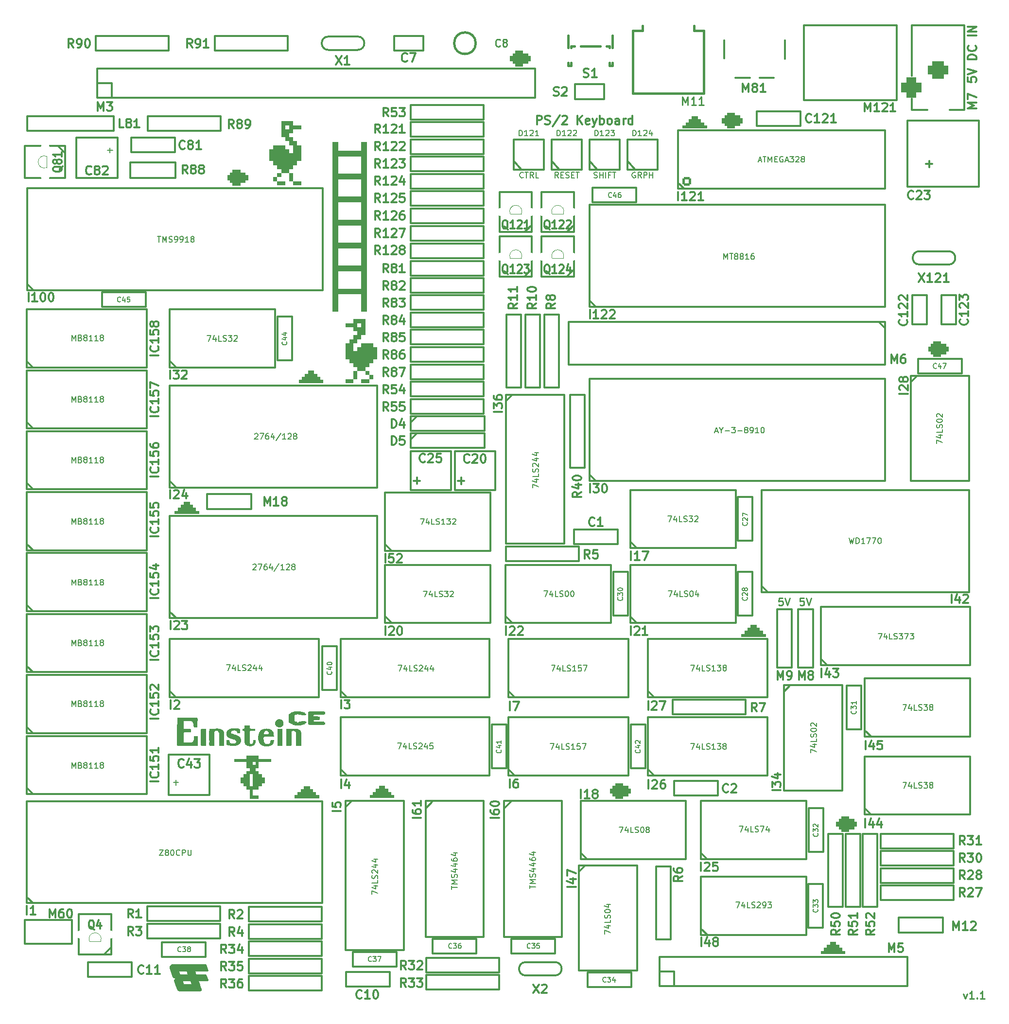
<source format=gbr>
%TF.GenerationSoftware,KiCad,Pcbnew,9.0.6*%
%TF.CreationDate,2026-01-15T01:14:34+00:00*%
%TF.ProjectId,EinsteinCE,45696e73-7465-4696-9e43-452e6b696361,rev?*%
%TF.SameCoordinates,Original*%
%TF.FileFunction,Legend,Top*%
%TF.FilePolarity,Positive*%
%FSLAX46Y46*%
G04 Gerber Fmt 4.6, Leading zero omitted, Abs format (unit mm)*
G04 Created by KiCad (PCBNEW 9.0.6) date 2026-01-15 01:14:34*
%MOMM*%
%LPD*%
G01*
G04 APERTURE LIST*
G04 Aperture macros list*
%AMRoundRect*
0 Rectangle with rounded corners*
0 $1 Rounding radius*
0 $2 $3 $4 $5 $6 $7 $8 $9 X,Y pos of 4 corners*
0 Add a 4 corners polygon primitive as box body*
4,1,4,$2,$3,$4,$5,$6,$7,$8,$9,$2,$3,0*
0 Add four circle primitives for the rounded corners*
1,1,$1+$1,$2,$3*
1,1,$1+$1,$4,$5*
1,1,$1+$1,$6,$7*
1,1,$1+$1,$8,$9*
0 Add four rect primitives between the rounded corners*
20,1,$1+$1,$2,$3,$4,$5,0*
20,1,$1+$1,$4,$5,$6,$7,0*
20,1,$1+$1,$6,$7,$8,$9,0*
20,1,$1+$1,$8,$9,$2,$3,0*%
G04 Aperture macros list end*
%ADD10C,0.300000*%
%ADD11C,0.240000*%
%ADD12C,0.230000*%
%ADD13C,0.129000*%
%ADD14C,0.150000*%
%ADD15C,0.254000*%
%ADD16C,0.200000*%
%ADD17C,0.280000*%
%ADD18C,0.000000*%
%ADD19C,0.400000*%
%ADD20C,0.100000*%
%ADD21C,1.400000*%
%ADD22O,1.400000X1.400000*%
%ADD23C,1.600000*%
%ADD24R,1.600000X1.600000*%
%ADD25O,1.600000X1.600000*%
%ADD26C,1.700000*%
%ADD27C,1.800000*%
%ADD28C,1.500000*%
%ADD29C,0.800000*%
%ADD30C,7.620000*%
%ADD31O,1.700000X1.700000*%
%ADD32C,2.550000*%
%ADD33C,3.616000*%
%ADD34R,3.000000X3.000000*%
%ADD35C,3.000000*%
%ADD36C,2.100000*%
%ADD37C,1.750000*%
%ADD38RoundRect,0.250000X0.550000X-0.550000X0.550000X0.550000X-0.550000X0.550000X-0.550000X-0.550000X0*%
%ADD39R,1.800000X1.800000*%
%ADD40R,1.700000X1.700000*%
%ADD41R,1.400000X1.400000*%
%ADD42C,1.200000*%
%ADD43O,2.616000X1.308000*%
%ADD44O,1.308000X2.616000*%
%ADD45O,2.000000X3.500000*%
%ADD46O,4.000000X2.000000*%
%ADD47C,2.000000*%
%ADD48R,3.500000X3.500000*%
%ADD49RoundRect,0.750000X-1.000000X0.750000X-1.000000X-0.750000X1.000000X-0.750000X1.000000X0.750000X0*%
%ADD50RoundRect,0.875000X-0.875000X0.875000X-0.875000X-0.875000X0.875000X-0.875000X0.875000X0.875000X0*%
G04 APERTURE END LIST*
D10*
X160742300Y-206610000D02*
X203942300Y-206610000D01*
X203942300Y-211670000D01*
X160742300Y-211670000D01*
X160742300Y-206610000D01*
X181230000Y-146040000D02*
X183800000Y-146040000D01*
X183800000Y-156210000D01*
X181230000Y-156210000D01*
X181230000Y-146040000D01*
X184915000Y-146040000D02*
X187485000Y-146040000D01*
X187485000Y-156210000D01*
X184915000Y-156210000D01*
X184915000Y-146040000D01*
X62792300Y-51910000D02*
X139082300Y-51910000D01*
X139082300Y-56970000D01*
X62792300Y-56970000D01*
X62792300Y-51910000D01*
X146045000Y-54640000D02*
X151145000Y-54640000D01*
X151145000Y-57273832D01*
X146045000Y-57273832D01*
X146045000Y-54640000D01*
X62794600Y-54450000D02*
X65390000Y-54450000D01*
X65390000Y-56970000D01*
X62794600Y-56970000D01*
X62794600Y-54450000D01*
X81935000Y-126040000D02*
X89640000Y-126040000D01*
X89640000Y-128610000D01*
X81935000Y-128610000D01*
X81935000Y-126040000D01*
X202420000Y-199740000D02*
X210090000Y-199740000D01*
X210090000Y-202373832D01*
X202420000Y-202373832D01*
X202420000Y-199740000D01*
X160744600Y-209150000D02*
X163340000Y-209150000D01*
X163340000Y-211670000D01*
X160744600Y-211670000D01*
X160744600Y-209150000D01*
D11*
X182195275Y-144098424D02*
X181576227Y-144098424D01*
X181576227Y-144098424D02*
X181514323Y-144717472D01*
X181514323Y-144717472D02*
X181576227Y-144655567D01*
X181576227Y-144655567D02*
X181700037Y-144593662D01*
X181700037Y-144593662D02*
X182009561Y-144593662D01*
X182009561Y-144593662D02*
X182133370Y-144655567D01*
X182133370Y-144655567D02*
X182195275Y-144717472D01*
X182195275Y-144717472D02*
X182257180Y-144841281D01*
X182257180Y-144841281D02*
X182257180Y-145150805D01*
X182257180Y-145150805D02*
X182195275Y-145274615D01*
X182195275Y-145274615D02*
X182133370Y-145336520D01*
X182133370Y-145336520D02*
X182009561Y-145398424D01*
X182009561Y-145398424D02*
X181700037Y-145398424D01*
X181700037Y-145398424D02*
X181576227Y-145336520D01*
X181576227Y-145336520D02*
X181514323Y-145274615D01*
X182628608Y-144098424D02*
X183061941Y-145398424D01*
X183061941Y-145398424D02*
X183495275Y-144098424D01*
X185880275Y-144098424D02*
X185261227Y-144098424D01*
X185261227Y-144098424D02*
X185199323Y-144717472D01*
X185199323Y-144717472D02*
X185261227Y-144655567D01*
X185261227Y-144655567D02*
X185385037Y-144593662D01*
X185385037Y-144593662D02*
X185694561Y-144593662D01*
X185694561Y-144593662D02*
X185818370Y-144655567D01*
X185818370Y-144655567D02*
X185880275Y-144717472D01*
X185880275Y-144717472D02*
X185942180Y-144841281D01*
X185942180Y-144841281D02*
X185942180Y-145150805D01*
X185942180Y-145150805D02*
X185880275Y-145274615D01*
X185880275Y-145274615D02*
X185818370Y-145336520D01*
X185818370Y-145336520D02*
X185694561Y-145398424D01*
X185694561Y-145398424D02*
X185385037Y-145398424D01*
X185385037Y-145398424D02*
X185261227Y-145336520D01*
X185261227Y-145336520D02*
X185199323Y-145274615D01*
X186313608Y-144098424D02*
X186746941Y-145398424D01*
X186746941Y-145398424D02*
X187180275Y-144098424D01*
D12*
X213728685Y-213012278D02*
X214038209Y-213878944D01*
X214038209Y-213878944D02*
X214347732Y-213012278D01*
X215523923Y-213878944D02*
X214781066Y-213878944D01*
X215152494Y-213878944D02*
X215152494Y-212578944D01*
X215152494Y-212578944D02*
X215028685Y-212764659D01*
X215028685Y-212764659D02*
X214904875Y-212888468D01*
X214904875Y-212888468D02*
X214781066Y-212950373D01*
X216081065Y-213755135D02*
X216142970Y-213817040D01*
X216142970Y-213817040D02*
X216081065Y-213878944D01*
X216081065Y-213878944D02*
X216019161Y-213817040D01*
X216019161Y-213817040D02*
X216081065Y-213755135D01*
X216081065Y-213755135D02*
X216081065Y-213878944D01*
X217381066Y-213878944D02*
X216638209Y-213878944D01*
X217009637Y-213878944D02*
X217009637Y-212578944D01*
X217009637Y-212578944D02*
X216885828Y-212764659D01*
X216885828Y-212764659D02*
X216762018Y-212888468D01*
X216762018Y-212888468D02*
X216638209Y-212950373D01*
D10*
X139394510Y-61620828D02*
X139394510Y-60120828D01*
X139394510Y-60120828D02*
X139965939Y-60120828D01*
X139965939Y-60120828D02*
X140108796Y-60192257D01*
X140108796Y-60192257D02*
X140180225Y-60263685D01*
X140180225Y-60263685D02*
X140251653Y-60406542D01*
X140251653Y-60406542D02*
X140251653Y-60620828D01*
X140251653Y-60620828D02*
X140180225Y-60763685D01*
X140180225Y-60763685D02*
X140108796Y-60835114D01*
X140108796Y-60835114D02*
X139965939Y-60906542D01*
X139965939Y-60906542D02*
X139394510Y-60906542D01*
X140823082Y-61549400D02*
X141037368Y-61620828D01*
X141037368Y-61620828D02*
X141394510Y-61620828D01*
X141394510Y-61620828D02*
X141537368Y-61549400D01*
X141537368Y-61549400D02*
X141608796Y-61477971D01*
X141608796Y-61477971D02*
X141680225Y-61335114D01*
X141680225Y-61335114D02*
X141680225Y-61192257D01*
X141680225Y-61192257D02*
X141608796Y-61049400D01*
X141608796Y-61049400D02*
X141537368Y-60977971D01*
X141537368Y-60977971D02*
X141394510Y-60906542D01*
X141394510Y-60906542D02*
X141108796Y-60835114D01*
X141108796Y-60835114D02*
X140965939Y-60763685D01*
X140965939Y-60763685D02*
X140894510Y-60692257D01*
X140894510Y-60692257D02*
X140823082Y-60549400D01*
X140823082Y-60549400D02*
X140823082Y-60406542D01*
X140823082Y-60406542D02*
X140894510Y-60263685D01*
X140894510Y-60263685D02*
X140965939Y-60192257D01*
X140965939Y-60192257D02*
X141108796Y-60120828D01*
X141108796Y-60120828D02*
X141465939Y-60120828D01*
X141465939Y-60120828D02*
X141680225Y-60192257D01*
X143394510Y-60049400D02*
X142108796Y-61977971D01*
X143823082Y-60263685D02*
X143894510Y-60192257D01*
X143894510Y-60192257D02*
X144037368Y-60120828D01*
X144037368Y-60120828D02*
X144394510Y-60120828D01*
X144394510Y-60120828D02*
X144537368Y-60192257D01*
X144537368Y-60192257D02*
X144608796Y-60263685D01*
X144608796Y-60263685D02*
X144680225Y-60406542D01*
X144680225Y-60406542D02*
X144680225Y-60549400D01*
X144680225Y-60549400D02*
X144608796Y-60763685D01*
X144608796Y-60763685D02*
X143751653Y-61620828D01*
X143751653Y-61620828D02*
X144680225Y-61620828D01*
X146465938Y-61620828D02*
X146465938Y-60120828D01*
X147323081Y-61620828D02*
X146680224Y-60763685D01*
X147323081Y-60120828D02*
X146465938Y-60977971D01*
X148537367Y-61549400D02*
X148394510Y-61620828D01*
X148394510Y-61620828D02*
X148108796Y-61620828D01*
X148108796Y-61620828D02*
X147965938Y-61549400D01*
X147965938Y-61549400D02*
X147894510Y-61406542D01*
X147894510Y-61406542D02*
X147894510Y-60835114D01*
X147894510Y-60835114D02*
X147965938Y-60692257D01*
X147965938Y-60692257D02*
X148108796Y-60620828D01*
X148108796Y-60620828D02*
X148394510Y-60620828D01*
X148394510Y-60620828D02*
X148537367Y-60692257D01*
X148537367Y-60692257D02*
X148608796Y-60835114D01*
X148608796Y-60835114D02*
X148608796Y-60977971D01*
X148608796Y-60977971D02*
X147894510Y-61120828D01*
X149108795Y-60620828D02*
X149465938Y-61620828D01*
X149823081Y-60620828D02*
X149465938Y-61620828D01*
X149465938Y-61620828D02*
X149323081Y-61977971D01*
X149323081Y-61977971D02*
X149251652Y-62049400D01*
X149251652Y-62049400D02*
X149108795Y-62120828D01*
X150394509Y-61620828D02*
X150394509Y-60120828D01*
X150394509Y-60692257D02*
X150537367Y-60620828D01*
X150537367Y-60620828D02*
X150823081Y-60620828D01*
X150823081Y-60620828D02*
X150965938Y-60692257D01*
X150965938Y-60692257D02*
X151037367Y-60763685D01*
X151037367Y-60763685D02*
X151108795Y-60906542D01*
X151108795Y-60906542D02*
X151108795Y-61335114D01*
X151108795Y-61335114D02*
X151037367Y-61477971D01*
X151037367Y-61477971D02*
X150965938Y-61549400D01*
X150965938Y-61549400D02*
X150823081Y-61620828D01*
X150823081Y-61620828D02*
X150537367Y-61620828D01*
X150537367Y-61620828D02*
X150394509Y-61549400D01*
X151965938Y-61620828D02*
X151823081Y-61549400D01*
X151823081Y-61549400D02*
X151751652Y-61477971D01*
X151751652Y-61477971D02*
X151680224Y-61335114D01*
X151680224Y-61335114D02*
X151680224Y-60906542D01*
X151680224Y-60906542D02*
X151751652Y-60763685D01*
X151751652Y-60763685D02*
X151823081Y-60692257D01*
X151823081Y-60692257D02*
X151965938Y-60620828D01*
X151965938Y-60620828D02*
X152180224Y-60620828D01*
X152180224Y-60620828D02*
X152323081Y-60692257D01*
X152323081Y-60692257D02*
X152394510Y-60763685D01*
X152394510Y-60763685D02*
X152465938Y-60906542D01*
X152465938Y-60906542D02*
X152465938Y-61335114D01*
X152465938Y-61335114D02*
X152394510Y-61477971D01*
X152394510Y-61477971D02*
X152323081Y-61549400D01*
X152323081Y-61549400D02*
X152180224Y-61620828D01*
X152180224Y-61620828D02*
X151965938Y-61620828D01*
X153751653Y-61620828D02*
X153751653Y-60835114D01*
X153751653Y-60835114D02*
X153680224Y-60692257D01*
X153680224Y-60692257D02*
X153537367Y-60620828D01*
X153537367Y-60620828D02*
X153251653Y-60620828D01*
X153251653Y-60620828D02*
X153108795Y-60692257D01*
X153751653Y-61549400D02*
X153608795Y-61620828D01*
X153608795Y-61620828D02*
X153251653Y-61620828D01*
X153251653Y-61620828D02*
X153108795Y-61549400D01*
X153108795Y-61549400D02*
X153037367Y-61406542D01*
X153037367Y-61406542D02*
X153037367Y-61263685D01*
X153037367Y-61263685D02*
X153108795Y-61120828D01*
X153108795Y-61120828D02*
X153251653Y-61049400D01*
X153251653Y-61049400D02*
X153608795Y-61049400D01*
X153608795Y-61049400D02*
X153751653Y-60977971D01*
X154465938Y-61620828D02*
X154465938Y-60620828D01*
X154465938Y-60906542D02*
X154537367Y-60763685D01*
X154537367Y-60763685D02*
X154608796Y-60692257D01*
X154608796Y-60692257D02*
X154751653Y-60620828D01*
X154751653Y-60620828D02*
X154894510Y-60620828D01*
X156037367Y-61620828D02*
X156037367Y-60120828D01*
X156037367Y-61549400D02*
X155894509Y-61620828D01*
X155894509Y-61620828D02*
X155608795Y-61620828D01*
X155608795Y-61620828D02*
X155465938Y-61549400D01*
X155465938Y-61549400D02*
X155394509Y-61477971D01*
X155394509Y-61477971D02*
X155323081Y-61335114D01*
X155323081Y-61335114D02*
X155323081Y-60906542D01*
X155323081Y-60906542D02*
X155394509Y-60763685D01*
X155394509Y-60763685D02*
X155465938Y-60692257D01*
X155465938Y-60692257D02*
X155608795Y-60620828D01*
X155608795Y-60620828D02*
X155894509Y-60620828D01*
X155894509Y-60620828D02*
X156037367Y-60692257D01*
X69049285Y-202843328D02*
X68549285Y-202129042D01*
X68192142Y-202843328D02*
X68192142Y-201343328D01*
X68192142Y-201343328D02*
X68763571Y-201343328D01*
X68763571Y-201343328D02*
X68906428Y-201414757D01*
X68906428Y-201414757D02*
X68977857Y-201486185D01*
X68977857Y-201486185D02*
X69049285Y-201629042D01*
X69049285Y-201629042D02*
X69049285Y-201843328D01*
X69049285Y-201843328D02*
X68977857Y-201986185D01*
X68977857Y-201986185D02*
X68906428Y-202057614D01*
X68906428Y-202057614D02*
X68763571Y-202129042D01*
X68763571Y-202129042D02*
X68192142Y-202129042D01*
X69549285Y-201343328D02*
X70477857Y-201343328D01*
X70477857Y-201343328D02*
X69977857Y-201914757D01*
X69977857Y-201914757D02*
X70192142Y-201914757D01*
X70192142Y-201914757D02*
X70335000Y-201986185D01*
X70335000Y-201986185D02*
X70406428Y-202057614D01*
X70406428Y-202057614D02*
X70477857Y-202200471D01*
X70477857Y-202200471D02*
X70477857Y-202557614D01*
X70477857Y-202557614D02*
X70406428Y-202700471D01*
X70406428Y-202700471D02*
X70335000Y-202771900D01*
X70335000Y-202771900D02*
X70192142Y-202843328D01*
X70192142Y-202843328D02*
X69763571Y-202843328D01*
X69763571Y-202843328D02*
X69620714Y-202771900D01*
X69620714Y-202771900D02*
X69549285Y-202700471D01*
X203825471Y-95668570D02*
X203896900Y-95739998D01*
X203896900Y-95739998D02*
X203968328Y-95954284D01*
X203968328Y-95954284D02*
X203968328Y-96097141D01*
X203968328Y-96097141D02*
X203896900Y-96311427D01*
X203896900Y-96311427D02*
X203754042Y-96454284D01*
X203754042Y-96454284D02*
X203611185Y-96525713D01*
X203611185Y-96525713D02*
X203325471Y-96597141D01*
X203325471Y-96597141D02*
X203111185Y-96597141D01*
X203111185Y-96597141D02*
X202825471Y-96525713D01*
X202825471Y-96525713D02*
X202682614Y-96454284D01*
X202682614Y-96454284D02*
X202539757Y-96311427D01*
X202539757Y-96311427D02*
X202468328Y-96097141D01*
X202468328Y-96097141D02*
X202468328Y-95954284D01*
X202468328Y-95954284D02*
X202539757Y-95739998D01*
X202539757Y-95739998D02*
X202611185Y-95668570D01*
X203968328Y-94239998D02*
X203968328Y-95097141D01*
X203968328Y-94668570D02*
X202468328Y-94668570D01*
X202468328Y-94668570D02*
X202682614Y-94811427D01*
X202682614Y-94811427D02*
X202825471Y-94954284D01*
X202825471Y-94954284D02*
X202896900Y-95097141D01*
X202611185Y-93668570D02*
X202539757Y-93597142D01*
X202539757Y-93597142D02*
X202468328Y-93454285D01*
X202468328Y-93454285D02*
X202468328Y-93097142D01*
X202468328Y-93097142D02*
X202539757Y-92954285D01*
X202539757Y-92954285D02*
X202611185Y-92882856D01*
X202611185Y-92882856D02*
X202754042Y-92811427D01*
X202754042Y-92811427D02*
X202896900Y-92811427D01*
X202896900Y-92811427D02*
X203111185Y-92882856D01*
X203111185Y-92882856D02*
X203968328Y-93739999D01*
X203968328Y-93739999D02*
X203968328Y-92811427D01*
X202611185Y-92239999D02*
X202539757Y-92168571D01*
X202539757Y-92168571D02*
X202468328Y-92025714D01*
X202468328Y-92025714D02*
X202468328Y-91668571D01*
X202468328Y-91668571D02*
X202539757Y-91525714D01*
X202539757Y-91525714D02*
X202611185Y-91454285D01*
X202611185Y-91454285D02*
X202754042Y-91382856D01*
X202754042Y-91382856D02*
X202896900Y-91382856D01*
X202896900Y-91382856D02*
X203111185Y-91454285D01*
X203111185Y-91454285D02*
X203968328Y-92311428D01*
X203968328Y-92311428D02*
X203968328Y-91382856D01*
D13*
X110572142Y-207329240D02*
X110531190Y-207370193D01*
X110531190Y-207370193D02*
X110408332Y-207411145D01*
X110408332Y-207411145D02*
X110326428Y-207411145D01*
X110326428Y-207411145D02*
X110203571Y-207370193D01*
X110203571Y-207370193D02*
X110121666Y-207288288D01*
X110121666Y-207288288D02*
X110080713Y-207206383D01*
X110080713Y-207206383D02*
X110039761Y-207042573D01*
X110039761Y-207042573D02*
X110039761Y-206919716D01*
X110039761Y-206919716D02*
X110080713Y-206755907D01*
X110080713Y-206755907D02*
X110121666Y-206674002D01*
X110121666Y-206674002D02*
X110203571Y-206592097D01*
X110203571Y-206592097D02*
X110326428Y-206551145D01*
X110326428Y-206551145D02*
X110408332Y-206551145D01*
X110408332Y-206551145D02*
X110531190Y-206592097D01*
X110531190Y-206592097D02*
X110572142Y-206633050D01*
X110858809Y-206551145D02*
X111391190Y-206551145D01*
X111391190Y-206551145D02*
X111104523Y-206878764D01*
X111104523Y-206878764D02*
X111227380Y-206878764D01*
X111227380Y-206878764D02*
X111309285Y-206919716D01*
X111309285Y-206919716D02*
X111350237Y-206960669D01*
X111350237Y-206960669D02*
X111391190Y-207042573D01*
X111391190Y-207042573D02*
X111391190Y-207247335D01*
X111391190Y-207247335D02*
X111350237Y-207329240D01*
X111350237Y-207329240D02*
X111309285Y-207370193D01*
X111309285Y-207370193D02*
X111227380Y-207411145D01*
X111227380Y-207411145D02*
X110981666Y-207411145D01*
X110981666Y-207411145D02*
X110899761Y-207370193D01*
X110899761Y-207370193D02*
X110858809Y-207329240D01*
X111677857Y-206551145D02*
X112251190Y-206551145D01*
X112251190Y-206551145D02*
X111882619Y-207411145D01*
D10*
X205917143Y-87598328D02*
X206917143Y-89098328D01*
X206917143Y-87598328D02*
X205917143Y-89098328D01*
X208274286Y-89098328D02*
X207417143Y-89098328D01*
X207845714Y-89098328D02*
X207845714Y-87598328D01*
X207845714Y-87598328D02*
X207702857Y-87812614D01*
X207702857Y-87812614D02*
X207560000Y-87955471D01*
X207560000Y-87955471D02*
X207417143Y-88026900D01*
X208845714Y-87741185D02*
X208917142Y-87669757D01*
X208917142Y-87669757D02*
X209060000Y-87598328D01*
X209060000Y-87598328D02*
X209417142Y-87598328D01*
X209417142Y-87598328D02*
X209560000Y-87669757D01*
X209560000Y-87669757D02*
X209631428Y-87741185D01*
X209631428Y-87741185D02*
X209702857Y-87884042D01*
X209702857Y-87884042D02*
X209702857Y-88026900D01*
X209702857Y-88026900D02*
X209631428Y-88241185D01*
X209631428Y-88241185D02*
X208774285Y-89098328D01*
X208774285Y-89098328D02*
X209702857Y-89098328D01*
X211131428Y-89098328D02*
X210274285Y-89098328D01*
X210702856Y-89098328D02*
X210702856Y-87598328D01*
X210702856Y-87598328D02*
X210559999Y-87812614D01*
X210559999Y-87812614D02*
X210417142Y-87955471D01*
X210417142Y-87955471D02*
X210274285Y-88026900D01*
X155801428Y-137498328D02*
X155801428Y-135998328D01*
X157301429Y-137498328D02*
X156444286Y-137498328D01*
X156872857Y-137498328D02*
X156872857Y-135998328D01*
X156872857Y-135998328D02*
X156730000Y-136212614D01*
X156730000Y-136212614D02*
X156587143Y-136355471D01*
X156587143Y-136355471D02*
X156444286Y-136426900D01*
X157801428Y-135998328D02*
X158801428Y-135998328D01*
X158801428Y-135998328D02*
X158158571Y-137498328D01*
D14*
X162227143Y-129824819D02*
X162893809Y-129824819D01*
X162893809Y-129824819D02*
X162465238Y-130824819D01*
X163703333Y-130158152D02*
X163703333Y-130824819D01*
X163465238Y-129777200D02*
X163227143Y-130491485D01*
X163227143Y-130491485D02*
X163846190Y-130491485D01*
X164703333Y-130824819D02*
X164227143Y-130824819D01*
X164227143Y-130824819D02*
X164227143Y-129824819D01*
X164989048Y-130777200D02*
X165131905Y-130824819D01*
X165131905Y-130824819D02*
X165370000Y-130824819D01*
X165370000Y-130824819D02*
X165465238Y-130777200D01*
X165465238Y-130777200D02*
X165512857Y-130729580D01*
X165512857Y-130729580D02*
X165560476Y-130634342D01*
X165560476Y-130634342D02*
X165560476Y-130539104D01*
X165560476Y-130539104D02*
X165512857Y-130443866D01*
X165512857Y-130443866D02*
X165465238Y-130396247D01*
X165465238Y-130396247D02*
X165370000Y-130348628D01*
X165370000Y-130348628D02*
X165179524Y-130301009D01*
X165179524Y-130301009D02*
X165084286Y-130253390D01*
X165084286Y-130253390D02*
X165036667Y-130205771D01*
X165036667Y-130205771D02*
X164989048Y-130110533D01*
X164989048Y-130110533D02*
X164989048Y-130015295D01*
X164989048Y-130015295D02*
X165036667Y-129920057D01*
X165036667Y-129920057D02*
X165084286Y-129872438D01*
X165084286Y-129872438D02*
X165179524Y-129824819D01*
X165179524Y-129824819D02*
X165417619Y-129824819D01*
X165417619Y-129824819D02*
X165560476Y-129872438D01*
X165893810Y-129824819D02*
X166512857Y-129824819D01*
X166512857Y-129824819D02*
X166179524Y-130205771D01*
X166179524Y-130205771D02*
X166322381Y-130205771D01*
X166322381Y-130205771D02*
X166417619Y-130253390D01*
X166417619Y-130253390D02*
X166465238Y-130301009D01*
X166465238Y-130301009D02*
X166512857Y-130396247D01*
X166512857Y-130396247D02*
X166512857Y-130634342D01*
X166512857Y-130634342D02*
X166465238Y-130729580D01*
X166465238Y-130729580D02*
X166417619Y-130777200D01*
X166417619Y-130777200D02*
X166322381Y-130824819D01*
X166322381Y-130824819D02*
X166036667Y-130824819D01*
X166036667Y-130824819D02*
X165941429Y-130777200D01*
X165941429Y-130777200D02*
X165893810Y-130729580D01*
X166893810Y-129920057D02*
X166941429Y-129872438D01*
X166941429Y-129872438D02*
X167036667Y-129824819D01*
X167036667Y-129824819D02*
X167274762Y-129824819D01*
X167274762Y-129824819D02*
X167370000Y-129872438D01*
X167370000Y-129872438D02*
X167417619Y-129920057D01*
X167417619Y-129920057D02*
X167465238Y-130015295D01*
X167465238Y-130015295D02*
X167465238Y-130110533D01*
X167465238Y-130110533D02*
X167417619Y-130253390D01*
X167417619Y-130253390D02*
X166846191Y-130824819D01*
X166846191Y-130824819D02*
X167465238Y-130824819D01*
D10*
X211621428Y-144998328D02*
X211621428Y-143498328D01*
X212978572Y-143998328D02*
X212978572Y-144998328D01*
X212621429Y-143426900D02*
X212264286Y-144498328D01*
X212264286Y-144498328D02*
X213192857Y-144498328D01*
X213692857Y-143641185D02*
X213764285Y-143569757D01*
X213764285Y-143569757D02*
X213907143Y-143498328D01*
X213907143Y-143498328D02*
X214264285Y-143498328D01*
X214264285Y-143498328D02*
X214407143Y-143569757D01*
X214407143Y-143569757D02*
X214478571Y-143641185D01*
X214478571Y-143641185D02*
X214550000Y-143784042D01*
X214550000Y-143784042D02*
X214550000Y-143926900D01*
X214550000Y-143926900D02*
X214478571Y-144141185D01*
X214478571Y-144141185D02*
X213621428Y-144998328D01*
X213621428Y-144998328D02*
X214550000Y-144998328D01*
D14*
X193774167Y-133634819D02*
X194012262Y-134634819D01*
X194012262Y-134634819D02*
X194202738Y-133920533D01*
X194202738Y-133920533D02*
X194393214Y-134634819D01*
X194393214Y-134634819D02*
X194631310Y-133634819D01*
X195012262Y-134634819D02*
X195012262Y-133634819D01*
X195012262Y-133634819D02*
X195250357Y-133634819D01*
X195250357Y-133634819D02*
X195393214Y-133682438D01*
X195393214Y-133682438D02*
X195488452Y-133777676D01*
X195488452Y-133777676D02*
X195536071Y-133872914D01*
X195536071Y-133872914D02*
X195583690Y-134063390D01*
X195583690Y-134063390D02*
X195583690Y-134206247D01*
X195583690Y-134206247D02*
X195536071Y-134396723D01*
X195536071Y-134396723D02*
X195488452Y-134491961D01*
X195488452Y-134491961D02*
X195393214Y-134587200D01*
X195393214Y-134587200D02*
X195250357Y-134634819D01*
X195250357Y-134634819D02*
X195012262Y-134634819D01*
X196536071Y-134634819D02*
X195964643Y-134634819D01*
X196250357Y-134634819D02*
X196250357Y-133634819D01*
X196250357Y-133634819D02*
X196155119Y-133777676D01*
X196155119Y-133777676D02*
X196059881Y-133872914D01*
X196059881Y-133872914D02*
X195964643Y-133920533D01*
X196869405Y-133634819D02*
X197536071Y-133634819D01*
X197536071Y-133634819D02*
X197107500Y-134634819D01*
X197821786Y-133634819D02*
X198488452Y-133634819D01*
X198488452Y-133634819D02*
X198059881Y-134634819D01*
X199059881Y-133634819D02*
X199155119Y-133634819D01*
X199155119Y-133634819D02*
X199250357Y-133682438D01*
X199250357Y-133682438D02*
X199297976Y-133730057D01*
X199297976Y-133730057D02*
X199345595Y-133825295D01*
X199345595Y-133825295D02*
X199393214Y-134015771D01*
X199393214Y-134015771D02*
X199393214Y-134253866D01*
X199393214Y-134253866D02*
X199345595Y-134444342D01*
X199345595Y-134444342D02*
X199297976Y-134539580D01*
X199297976Y-134539580D02*
X199250357Y-134587200D01*
X199250357Y-134587200D02*
X199155119Y-134634819D01*
X199155119Y-134634819D02*
X199059881Y-134634819D01*
X199059881Y-134634819D02*
X198964643Y-134587200D01*
X198964643Y-134587200D02*
X198917024Y-134539580D01*
X198917024Y-134539580D02*
X198869405Y-134444342D01*
X198869405Y-134444342D02*
X198821786Y-134253866D01*
X198821786Y-134253866D02*
X198821786Y-134015771D01*
X198821786Y-134015771D02*
X198869405Y-133825295D01*
X198869405Y-133825295D02*
X198917024Y-133730057D01*
X198917024Y-133730057D02*
X198964643Y-133682438D01*
X198964643Y-133682438D02*
X199059881Y-133634819D01*
D10*
X211931428Y-201948328D02*
X211931428Y-200448328D01*
X211931428Y-200448328D02*
X212431428Y-201519757D01*
X212431428Y-201519757D02*
X212931428Y-200448328D01*
X212931428Y-200448328D02*
X212931428Y-201948328D01*
X214431429Y-201948328D02*
X213574286Y-201948328D01*
X214002857Y-201948328D02*
X214002857Y-200448328D01*
X214002857Y-200448328D02*
X213860000Y-200662614D01*
X213860000Y-200662614D02*
X213717143Y-200805471D01*
X213717143Y-200805471D02*
X213574286Y-200876900D01*
X215002857Y-200591185D02*
X215074285Y-200519757D01*
X215074285Y-200519757D02*
X215217143Y-200448328D01*
X215217143Y-200448328D02*
X215574285Y-200448328D01*
X215574285Y-200448328D02*
X215717143Y-200519757D01*
X215717143Y-200519757D02*
X215788571Y-200591185D01*
X215788571Y-200591185D02*
X215860000Y-200734042D01*
X215860000Y-200734042D02*
X215860000Y-200876900D01*
X215860000Y-200876900D02*
X215788571Y-201091185D01*
X215788571Y-201091185D02*
X214931428Y-201948328D01*
X214931428Y-201948328D02*
X215860000Y-201948328D01*
X112082143Y-69178328D02*
X111582143Y-68464042D01*
X111225000Y-69178328D02*
X111225000Y-67678328D01*
X111225000Y-67678328D02*
X111796429Y-67678328D01*
X111796429Y-67678328D02*
X111939286Y-67749757D01*
X111939286Y-67749757D02*
X112010715Y-67821185D01*
X112010715Y-67821185D02*
X112082143Y-67964042D01*
X112082143Y-67964042D02*
X112082143Y-68178328D01*
X112082143Y-68178328D02*
X112010715Y-68321185D01*
X112010715Y-68321185D02*
X111939286Y-68392614D01*
X111939286Y-68392614D02*
X111796429Y-68464042D01*
X111796429Y-68464042D02*
X111225000Y-68464042D01*
X113510715Y-69178328D02*
X112653572Y-69178328D01*
X113082143Y-69178328D02*
X113082143Y-67678328D01*
X113082143Y-67678328D02*
X112939286Y-67892614D01*
X112939286Y-67892614D02*
X112796429Y-68035471D01*
X112796429Y-68035471D02*
X112653572Y-68106900D01*
X114082143Y-67821185D02*
X114153571Y-67749757D01*
X114153571Y-67749757D02*
X114296429Y-67678328D01*
X114296429Y-67678328D02*
X114653571Y-67678328D01*
X114653571Y-67678328D02*
X114796429Y-67749757D01*
X114796429Y-67749757D02*
X114867857Y-67821185D01*
X114867857Y-67821185D02*
X114939286Y-67964042D01*
X114939286Y-67964042D02*
X114939286Y-68106900D01*
X114939286Y-68106900D02*
X114867857Y-68321185D01*
X114867857Y-68321185D02*
X114010714Y-69178328D01*
X114010714Y-69178328D02*
X114939286Y-69178328D01*
X115439285Y-67678328D02*
X116367857Y-67678328D01*
X116367857Y-67678328D02*
X115867857Y-68249757D01*
X115867857Y-68249757D02*
X116082142Y-68249757D01*
X116082142Y-68249757D02*
X116225000Y-68321185D01*
X116225000Y-68321185D02*
X116296428Y-68392614D01*
X116296428Y-68392614D02*
X116367857Y-68535471D01*
X116367857Y-68535471D02*
X116367857Y-68892614D01*
X116367857Y-68892614D02*
X116296428Y-69035471D01*
X116296428Y-69035471D02*
X116225000Y-69106900D01*
X116225000Y-69106900D02*
X116082142Y-69178328D01*
X116082142Y-69178328D02*
X115653571Y-69178328D01*
X115653571Y-69178328D02*
X115510714Y-69106900D01*
X115510714Y-69106900D02*
X115439285Y-69035471D01*
X69049285Y-199793328D02*
X68549285Y-199079042D01*
X68192142Y-199793328D02*
X68192142Y-198293328D01*
X68192142Y-198293328D02*
X68763571Y-198293328D01*
X68763571Y-198293328D02*
X68906428Y-198364757D01*
X68906428Y-198364757D02*
X68977857Y-198436185D01*
X68977857Y-198436185D02*
X69049285Y-198579042D01*
X69049285Y-198579042D02*
X69049285Y-198793328D01*
X69049285Y-198793328D02*
X68977857Y-198936185D01*
X68977857Y-198936185D02*
X68906428Y-199007614D01*
X68906428Y-199007614D02*
X68763571Y-199079042D01*
X68763571Y-199079042D02*
X68192142Y-199079042D01*
X70477857Y-199793328D02*
X69620714Y-199793328D01*
X70049285Y-199793328D02*
X70049285Y-198293328D01*
X70049285Y-198293328D02*
X69906428Y-198507614D01*
X69906428Y-198507614D02*
X69763571Y-198650471D01*
X69763571Y-198650471D02*
X69620714Y-198721900D01*
X168041428Y-204728328D02*
X168041428Y-203228328D01*
X169398572Y-203728328D02*
X169398572Y-204728328D01*
X169041429Y-203156900D02*
X168684286Y-204228328D01*
X168684286Y-204228328D02*
X169612857Y-204228328D01*
X170398571Y-203871185D02*
X170255714Y-203799757D01*
X170255714Y-203799757D02*
X170184285Y-203728328D01*
X170184285Y-203728328D02*
X170112857Y-203585471D01*
X170112857Y-203585471D02*
X170112857Y-203514042D01*
X170112857Y-203514042D02*
X170184285Y-203371185D01*
X170184285Y-203371185D02*
X170255714Y-203299757D01*
X170255714Y-203299757D02*
X170398571Y-203228328D01*
X170398571Y-203228328D02*
X170684285Y-203228328D01*
X170684285Y-203228328D02*
X170827143Y-203299757D01*
X170827143Y-203299757D02*
X170898571Y-203371185D01*
X170898571Y-203371185D02*
X170970000Y-203514042D01*
X170970000Y-203514042D02*
X170970000Y-203585471D01*
X170970000Y-203585471D02*
X170898571Y-203728328D01*
X170898571Y-203728328D02*
X170827143Y-203799757D01*
X170827143Y-203799757D02*
X170684285Y-203871185D01*
X170684285Y-203871185D02*
X170398571Y-203871185D01*
X170398571Y-203871185D02*
X170255714Y-203942614D01*
X170255714Y-203942614D02*
X170184285Y-204014042D01*
X170184285Y-204014042D02*
X170112857Y-204156900D01*
X170112857Y-204156900D02*
X170112857Y-204442614D01*
X170112857Y-204442614D02*
X170184285Y-204585471D01*
X170184285Y-204585471D02*
X170255714Y-204656900D01*
X170255714Y-204656900D02*
X170398571Y-204728328D01*
X170398571Y-204728328D02*
X170684285Y-204728328D01*
X170684285Y-204728328D02*
X170827143Y-204656900D01*
X170827143Y-204656900D02*
X170898571Y-204585471D01*
X170898571Y-204585471D02*
X170970000Y-204442614D01*
X170970000Y-204442614D02*
X170970000Y-204156900D01*
X170970000Y-204156900D02*
X170898571Y-204014042D01*
X170898571Y-204014042D02*
X170827143Y-203942614D01*
X170827143Y-203942614D02*
X170684285Y-203871185D01*
D14*
X174060952Y-197064819D02*
X174727618Y-197064819D01*
X174727618Y-197064819D02*
X174299047Y-198064819D01*
X175537142Y-197398152D02*
X175537142Y-198064819D01*
X175299047Y-197017200D02*
X175060952Y-197731485D01*
X175060952Y-197731485D02*
X175679999Y-197731485D01*
X176537142Y-198064819D02*
X176060952Y-198064819D01*
X176060952Y-198064819D02*
X176060952Y-197064819D01*
X176822857Y-198017200D02*
X176965714Y-198064819D01*
X176965714Y-198064819D02*
X177203809Y-198064819D01*
X177203809Y-198064819D02*
X177299047Y-198017200D01*
X177299047Y-198017200D02*
X177346666Y-197969580D01*
X177346666Y-197969580D02*
X177394285Y-197874342D01*
X177394285Y-197874342D02*
X177394285Y-197779104D01*
X177394285Y-197779104D02*
X177346666Y-197683866D01*
X177346666Y-197683866D02*
X177299047Y-197636247D01*
X177299047Y-197636247D02*
X177203809Y-197588628D01*
X177203809Y-197588628D02*
X177013333Y-197541009D01*
X177013333Y-197541009D02*
X176918095Y-197493390D01*
X176918095Y-197493390D02*
X176870476Y-197445771D01*
X176870476Y-197445771D02*
X176822857Y-197350533D01*
X176822857Y-197350533D02*
X176822857Y-197255295D01*
X176822857Y-197255295D02*
X176870476Y-197160057D01*
X176870476Y-197160057D02*
X176918095Y-197112438D01*
X176918095Y-197112438D02*
X177013333Y-197064819D01*
X177013333Y-197064819D02*
X177251428Y-197064819D01*
X177251428Y-197064819D02*
X177394285Y-197112438D01*
X177775238Y-197160057D02*
X177822857Y-197112438D01*
X177822857Y-197112438D02*
X177918095Y-197064819D01*
X177918095Y-197064819D02*
X178156190Y-197064819D01*
X178156190Y-197064819D02*
X178251428Y-197112438D01*
X178251428Y-197112438D02*
X178299047Y-197160057D01*
X178299047Y-197160057D02*
X178346666Y-197255295D01*
X178346666Y-197255295D02*
X178346666Y-197350533D01*
X178346666Y-197350533D02*
X178299047Y-197493390D01*
X178299047Y-197493390D02*
X177727619Y-198064819D01*
X177727619Y-198064819D02*
X178346666Y-198064819D01*
X178822857Y-198064819D02*
X179013333Y-198064819D01*
X179013333Y-198064819D02*
X179108571Y-198017200D01*
X179108571Y-198017200D02*
X179156190Y-197969580D01*
X179156190Y-197969580D02*
X179251428Y-197826723D01*
X179251428Y-197826723D02*
X179299047Y-197636247D01*
X179299047Y-197636247D02*
X179299047Y-197255295D01*
X179299047Y-197255295D02*
X179251428Y-197160057D01*
X179251428Y-197160057D02*
X179203809Y-197112438D01*
X179203809Y-197112438D02*
X179108571Y-197064819D01*
X179108571Y-197064819D02*
X178918095Y-197064819D01*
X178918095Y-197064819D02*
X178822857Y-197112438D01*
X178822857Y-197112438D02*
X178775238Y-197160057D01*
X178775238Y-197160057D02*
X178727619Y-197255295D01*
X178727619Y-197255295D02*
X178727619Y-197493390D01*
X178727619Y-197493390D02*
X178775238Y-197588628D01*
X178775238Y-197588628D02*
X178822857Y-197636247D01*
X178822857Y-197636247D02*
X178918095Y-197683866D01*
X178918095Y-197683866D02*
X179108571Y-197683866D01*
X179108571Y-197683866D02*
X179203809Y-197636247D01*
X179203809Y-197636247D02*
X179251428Y-197588628D01*
X179251428Y-197588628D02*
X179299047Y-197493390D01*
X179632381Y-197064819D02*
X180251428Y-197064819D01*
X180251428Y-197064819D02*
X179918095Y-197445771D01*
X179918095Y-197445771D02*
X180060952Y-197445771D01*
X180060952Y-197445771D02*
X180156190Y-197493390D01*
X180156190Y-197493390D02*
X180203809Y-197541009D01*
X180203809Y-197541009D02*
X180251428Y-197636247D01*
X180251428Y-197636247D02*
X180251428Y-197874342D01*
X180251428Y-197874342D02*
X180203809Y-197969580D01*
X180203809Y-197969580D02*
X180156190Y-198017200D01*
X180156190Y-198017200D02*
X180060952Y-198064819D01*
X180060952Y-198064819D02*
X179775238Y-198064819D01*
X179775238Y-198064819D02*
X179680000Y-198017200D01*
X179680000Y-198017200D02*
X179632381Y-197969580D01*
D10*
X146203328Y-194433571D02*
X144703328Y-194433571D01*
X145203328Y-193076428D02*
X146203328Y-193076428D01*
X144631900Y-193433570D02*
X145703328Y-193790713D01*
X145703328Y-193790713D02*
X145703328Y-192862142D01*
X144703328Y-192433571D02*
X144703328Y-191433571D01*
X144703328Y-191433571D02*
X146203328Y-192076428D01*
D14*
X151204819Y-202632856D02*
X151204819Y-201966190D01*
X151204819Y-201966190D02*
X152204819Y-202394761D01*
X151538152Y-201156666D02*
X152204819Y-201156666D01*
X151157200Y-201394761D02*
X151871485Y-201632856D01*
X151871485Y-201632856D02*
X151871485Y-201013809D01*
X152204819Y-200156666D02*
X152204819Y-200632856D01*
X152204819Y-200632856D02*
X151204819Y-200632856D01*
X152157200Y-199870951D02*
X152204819Y-199728094D01*
X152204819Y-199728094D02*
X152204819Y-199489999D01*
X152204819Y-199489999D02*
X152157200Y-199394761D01*
X152157200Y-199394761D02*
X152109580Y-199347142D01*
X152109580Y-199347142D02*
X152014342Y-199299523D01*
X152014342Y-199299523D02*
X151919104Y-199299523D01*
X151919104Y-199299523D02*
X151823866Y-199347142D01*
X151823866Y-199347142D02*
X151776247Y-199394761D01*
X151776247Y-199394761D02*
X151728628Y-199489999D01*
X151728628Y-199489999D02*
X151681009Y-199680475D01*
X151681009Y-199680475D02*
X151633390Y-199775713D01*
X151633390Y-199775713D02*
X151585771Y-199823332D01*
X151585771Y-199823332D02*
X151490533Y-199870951D01*
X151490533Y-199870951D02*
X151395295Y-199870951D01*
X151395295Y-199870951D02*
X151300057Y-199823332D01*
X151300057Y-199823332D02*
X151252438Y-199775713D01*
X151252438Y-199775713D02*
X151204819Y-199680475D01*
X151204819Y-199680475D02*
X151204819Y-199442380D01*
X151204819Y-199442380D02*
X151252438Y-199299523D01*
X151204819Y-198680475D02*
X151204819Y-198585237D01*
X151204819Y-198585237D02*
X151252438Y-198489999D01*
X151252438Y-198489999D02*
X151300057Y-198442380D01*
X151300057Y-198442380D02*
X151395295Y-198394761D01*
X151395295Y-198394761D02*
X151585771Y-198347142D01*
X151585771Y-198347142D02*
X151823866Y-198347142D01*
X151823866Y-198347142D02*
X152014342Y-198394761D01*
X152014342Y-198394761D02*
X152109580Y-198442380D01*
X152109580Y-198442380D02*
X152157200Y-198489999D01*
X152157200Y-198489999D02*
X152204819Y-198585237D01*
X152204819Y-198585237D02*
X152204819Y-198680475D01*
X152204819Y-198680475D02*
X152157200Y-198775713D01*
X152157200Y-198775713D02*
X152109580Y-198823332D01*
X152109580Y-198823332D02*
X152014342Y-198870951D01*
X152014342Y-198870951D02*
X151823866Y-198918570D01*
X151823866Y-198918570D02*
X151585771Y-198918570D01*
X151585771Y-198918570D02*
X151395295Y-198870951D01*
X151395295Y-198870951D02*
X151300057Y-198823332D01*
X151300057Y-198823332D02*
X151252438Y-198775713D01*
X151252438Y-198775713D02*
X151204819Y-198680475D01*
X151538152Y-197489999D02*
X152204819Y-197489999D01*
X151157200Y-197728094D02*
X151871485Y-197966189D01*
X151871485Y-197966189D02*
X151871485Y-197347142D01*
D13*
X175989240Y-130952857D02*
X176030193Y-130993809D01*
X176030193Y-130993809D02*
X176071145Y-131116667D01*
X176071145Y-131116667D02*
X176071145Y-131198571D01*
X176071145Y-131198571D02*
X176030193Y-131321428D01*
X176030193Y-131321428D02*
X175948288Y-131403333D01*
X175948288Y-131403333D02*
X175866383Y-131444286D01*
X175866383Y-131444286D02*
X175702573Y-131485238D01*
X175702573Y-131485238D02*
X175579716Y-131485238D01*
X175579716Y-131485238D02*
X175415907Y-131444286D01*
X175415907Y-131444286D02*
X175334002Y-131403333D01*
X175334002Y-131403333D02*
X175252097Y-131321428D01*
X175252097Y-131321428D02*
X175211145Y-131198571D01*
X175211145Y-131198571D02*
X175211145Y-131116667D01*
X175211145Y-131116667D02*
X175252097Y-130993809D01*
X175252097Y-130993809D02*
X175293050Y-130952857D01*
X175293050Y-130625238D02*
X175252097Y-130584286D01*
X175252097Y-130584286D02*
X175211145Y-130502381D01*
X175211145Y-130502381D02*
X175211145Y-130297619D01*
X175211145Y-130297619D02*
X175252097Y-130215714D01*
X175252097Y-130215714D02*
X175293050Y-130174762D01*
X175293050Y-130174762D02*
X175374954Y-130133809D01*
X175374954Y-130133809D02*
X175456859Y-130133809D01*
X175456859Y-130133809D02*
X175579716Y-130174762D01*
X175579716Y-130174762D02*
X176071145Y-130666190D01*
X176071145Y-130666190D02*
X176071145Y-130133809D01*
X175211145Y-129847142D02*
X175211145Y-129273809D01*
X175211145Y-129273809D02*
X176071145Y-129642380D01*
D15*
X132993333Y-47963365D02*
X132932857Y-48023842D01*
X132932857Y-48023842D02*
X132751428Y-48084318D01*
X132751428Y-48084318D02*
X132630476Y-48084318D01*
X132630476Y-48084318D02*
X132449047Y-48023842D01*
X132449047Y-48023842D02*
X132328095Y-47902889D01*
X132328095Y-47902889D02*
X132267618Y-47781937D01*
X132267618Y-47781937D02*
X132207142Y-47540032D01*
X132207142Y-47540032D02*
X132207142Y-47358603D01*
X132207142Y-47358603D02*
X132267618Y-47116699D01*
X132267618Y-47116699D02*
X132328095Y-46995746D01*
X132328095Y-46995746D02*
X132449047Y-46874794D01*
X132449047Y-46874794D02*
X132630476Y-46814318D01*
X132630476Y-46814318D02*
X132751428Y-46814318D01*
X132751428Y-46814318D02*
X132932857Y-46874794D01*
X132932857Y-46874794D02*
X132993333Y-46935270D01*
X133719047Y-47358603D02*
X133598095Y-47298127D01*
X133598095Y-47298127D02*
X133537618Y-47237651D01*
X133537618Y-47237651D02*
X133477142Y-47116699D01*
X133477142Y-47116699D02*
X133477142Y-47056222D01*
X133477142Y-47056222D02*
X133537618Y-46935270D01*
X133537618Y-46935270D02*
X133598095Y-46874794D01*
X133598095Y-46874794D02*
X133719047Y-46814318D01*
X133719047Y-46814318D02*
X133960952Y-46814318D01*
X133960952Y-46814318D02*
X134081904Y-46874794D01*
X134081904Y-46874794D02*
X134142380Y-46935270D01*
X134142380Y-46935270D02*
X134202857Y-47056222D01*
X134202857Y-47056222D02*
X134202857Y-47116699D01*
X134202857Y-47116699D02*
X134142380Y-47237651D01*
X134142380Y-47237651D02*
X134081904Y-47298127D01*
X134081904Y-47298127D02*
X133960952Y-47358603D01*
X133960952Y-47358603D02*
X133719047Y-47358603D01*
X133719047Y-47358603D02*
X133598095Y-47419080D01*
X133598095Y-47419080D02*
X133537618Y-47479556D01*
X133537618Y-47479556D02*
X133477142Y-47600508D01*
X133477142Y-47600508D02*
X133477142Y-47842413D01*
X133477142Y-47842413D02*
X133537618Y-47963365D01*
X133537618Y-47963365D02*
X133598095Y-48023842D01*
X133598095Y-48023842D02*
X133719047Y-48084318D01*
X133719047Y-48084318D02*
X133960952Y-48084318D01*
X133960952Y-48084318D02*
X134081904Y-48023842D01*
X134081904Y-48023842D02*
X134142380Y-47963365D01*
X134142380Y-47963365D02*
X134202857Y-47842413D01*
X134202857Y-47842413D02*
X134202857Y-47600508D01*
X134202857Y-47600508D02*
X134142380Y-47479556D01*
X134142380Y-47479556D02*
X134081904Y-47419080D01*
X134081904Y-47419080D02*
X133960952Y-47358603D01*
D13*
X151437142Y-210909240D02*
X151396190Y-210950193D01*
X151396190Y-210950193D02*
X151273332Y-210991145D01*
X151273332Y-210991145D02*
X151191428Y-210991145D01*
X151191428Y-210991145D02*
X151068571Y-210950193D01*
X151068571Y-210950193D02*
X150986666Y-210868288D01*
X150986666Y-210868288D02*
X150945713Y-210786383D01*
X150945713Y-210786383D02*
X150904761Y-210622573D01*
X150904761Y-210622573D02*
X150904761Y-210499716D01*
X150904761Y-210499716D02*
X150945713Y-210335907D01*
X150945713Y-210335907D02*
X150986666Y-210254002D01*
X150986666Y-210254002D02*
X151068571Y-210172097D01*
X151068571Y-210172097D02*
X151191428Y-210131145D01*
X151191428Y-210131145D02*
X151273332Y-210131145D01*
X151273332Y-210131145D02*
X151396190Y-210172097D01*
X151396190Y-210172097D02*
X151437142Y-210213050D01*
X151723809Y-210131145D02*
X152256190Y-210131145D01*
X152256190Y-210131145D02*
X151969523Y-210458764D01*
X151969523Y-210458764D02*
X152092380Y-210458764D01*
X152092380Y-210458764D02*
X152174285Y-210499716D01*
X152174285Y-210499716D02*
X152215237Y-210540669D01*
X152215237Y-210540669D02*
X152256190Y-210622573D01*
X152256190Y-210622573D02*
X152256190Y-210827335D01*
X152256190Y-210827335D02*
X152215237Y-210909240D01*
X152215237Y-210909240D02*
X152174285Y-210950193D01*
X152174285Y-210950193D02*
X152092380Y-210991145D01*
X152092380Y-210991145D02*
X151846666Y-210991145D01*
X151846666Y-210991145D02*
X151764761Y-210950193D01*
X151764761Y-210950193D02*
X151723809Y-210909240D01*
X152993333Y-210417812D02*
X152993333Y-210991145D01*
X152788571Y-210090193D02*
X152583809Y-210704478D01*
X152583809Y-210704478D02*
X153116190Y-210704478D01*
D10*
X134358095Y-87711185D02*
X134234285Y-87639757D01*
X134234285Y-87639757D02*
X134110476Y-87496900D01*
X134110476Y-87496900D02*
X133924762Y-87282614D01*
X133924762Y-87282614D02*
X133800952Y-87211185D01*
X133800952Y-87211185D02*
X133677143Y-87211185D01*
X133739047Y-87568328D02*
X133615238Y-87496900D01*
X133615238Y-87496900D02*
X133491428Y-87354042D01*
X133491428Y-87354042D02*
X133429524Y-87068328D01*
X133429524Y-87068328D02*
X133429524Y-86568328D01*
X133429524Y-86568328D02*
X133491428Y-86282614D01*
X133491428Y-86282614D02*
X133615238Y-86139757D01*
X133615238Y-86139757D02*
X133739047Y-86068328D01*
X133739047Y-86068328D02*
X133986666Y-86068328D01*
X133986666Y-86068328D02*
X134110476Y-86139757D01*
X134110476Y-86139757D02*
X134234285Y-86282614D01*
X134234285Y-86282614D02*
X134296190Y-86568328D01*
X134296190Y-86568328D02*
X134296190Y-87068328D01*
X134296190Y-87068328D02*
X134234285Y-87354042D01*
X134234285Y-87354042D02*
X134110476Y-87496900D01*
X134110476Y-87496900D02*
X133986666Y-87568328D01*
X133986666Y-87568328D02*
X133739047Y-87568328D01*
X135534286Y-87568328D02*
X134791429Y-87568328D01*
X135162857Y-87568328D02*
X135162857Y-86068328D01*
X135162857Y-86068328D02*
X135039048Y-86282614D01*
X135039048Y-86282614D02*
X134915238Y-86425471D01*
X134915238Y-86425471D02*
X134791429Y-86496900D01*
X136029524Y-86211185D02*
X136091428Y-86139757D01*
X136091428Y-86139757D02*
X136215238Y-86068328D01*
X136215238Y-86068328D02*
X136524762Y-86068328D01*
X136524762Y-86068328D02*
X136648571Y-86139757D01*
X136648571Y-86139757D02*
X136710476Y-86211185D01*
X136710476Y-86211185D02*
X136772381Y-86354042D01*
X136772381Y-86354042D02*
X136772381Y-86496900D01*
X136772381Y-86496900D02*
X136710476Y-86711185D01*
X136710476Y-86711185D02*
X135967619Y-87568328D01*
X135967619Y-87568328D02*
X136772381Y-87568328D01*
X137205714Y-86068328D02*
X138010476Y-86068328D01*
X138010476Y-86068328D02*
X137577142Y-86639757D01*
X137577142Y-86639757D02*
X137762857Y-86639757D01*
X137762857Y-86639757D02*
X137886666Y-86711185D01*
X137886666Y-86711185D02*
X137948571Y-86782614D01*
X137948571Y-86782614D02*
X138010476Y-86925471D01*
X138010476Y-86925471D02*
X138010476Y-87282614D01*
X138010476Y-87282614D02*
X137948571Y-87425471D01*
X137948571Y-87425471D02*
X137886666Y-87496900D01*
X137886666Y-87496900D02*
X137762857Y-87568328D01*
X137762857Y-87568328D02*
X137391428Y-87568328D01*
X137391428Y-87568328D02*
X137267619Y-87496900D01*
X137267619Y-87496900D02*
X137205714Y-87425471D01*
D13*
X133129240Y-170557857D02*
X133170193Y-170598809D01*
X133170193Y-170598809D02*
X133211145Y-170721667D01*
X133211145Y-170721667D02*
X133211145Y-170803571D01*
X133211145Y-170803571D02*
X133170193Y-170926428D01*
X133170193Y-170926428D02*
X133088288Y-171008333D01*
X133088288Y-171008333D02*
X133006383Y-171049286D01*
X133006383Y-171049286D02*
X132842573Y-171090238D01*
X132842573Y-171090238D02*
X132719716Y-171090238D01*
X132719716Y-171090238D02*
X132555907Y-171049286D01*
X132555907Y-171049286D02*
X132474002Y-171008333D01*
X132474002Y-171008333D02*
X132392097Y-170926428D01*
X132392097Y-170926428D02*
X132351145Y-170803571D01*
X132351145Y-170803571D02*
X132351145Y-170721667D01*
X132351145Y-170721667D02*
X132392097Y-170598809D01*
X132392097Y-170598809D02*
X132433050Y-170557857D01*
X132637812Y-169820714D02*
X133211145Y-169820714D01*
X132310193Y-170025476D02*
X132924478Y-170230238D01*
X132924478Y-170230238D02*
X132924478Y-169697857D01*
X133211145Y-168919761D02*
X133211145Y-169411190D01*
X133211145Y-169165476D02*
X132351145Y-169165476D01*
X132351145Y-169165476D02*
X132474002Y-169247380D01*
X132474002Y-169247380D02*
X132555907Y-169329285D01*
X132555907Y-169329285D02*
X132596859Y-169411190D01*
D10*
X112983928Y-137938328D02*
X112983928Y-136438328D01*
X114412500Y-136438328D02*
X113698214Y-136438328D01*
X113698214Y-136438328D02*
X113626786Y-137152614D01*
X113626786Y-137152614D02*
X113698214Y-137081185D01*
X113698214Y-137081185D02*
X113841072Y-137009757D01*
X113841072Y-137009757D02*
X114198214Y-137009757D01*
X114198214Y-137009757D02*
X114341072Y-137081185D01*
X114341072Y-137081185D02*
X114412500Y-137152614D01*
X114412500Y-137152614D02*
X114483929Y-137295471D01*
X114483929Y-137295471D02*
X114483929Y-137652614D01*
X114483929Y-137652614D02*
X114412500Y-137795471D01*
X114412500Y-137795471D02*
X114341072Y-137866900D01*
X114341072Y-137866900D02*
X114198214Y-137938328D01*
X114198214Y-137938328D02*
X113841072Y-137938328D01*
X113841072Y-137938328D02*
X113698214Y-137866900D01*
X113698214Y-137866900D02*
X113626786Y-137795471D01*
X115055357Y-136581185D02*
X115126785Y-136509757D01*
X115126785Y-136509757D02*
X115269643Y-136438328D01*
X115269643Y-136438328D02*
X115626785Y-136438328D01*
X115626785Y-136438328D02*
X115769643Y-136509757D01*
X115769643Y-136509757D02*
X115841071Y-136581185D01*
X115841071Y-136581185D02*
X115912500Y-136724042D01*
X115912500Y-136724042D02*
X115912500Y-136866900D01*
X115912500Y-136866900D02*
X115841071Y-137081185D01*
X115841071Y-137081185D02*
X114983928Y-137938328D01*
X114983928Y-137938328D02*
X115912500Y-137938328D01*
D14*
X119103452Y-130294819D02*
X119770118Y-130294819D01*
X119770118Y-130294819D02*
X119341547Y-131294819D01*
X120579642Y-130628152D02*
X120579642Y-131294819D01*
X120341547Y-130247200D02*
X120103452Y-130961485D01*
X120103452Y-130961485D02*
X120722499Y-130961485D01*
X121579642Y-131294819D02*
X121103452Y-131294819D01*
X121103452Y-131294819D02*
X121103452Y-130294819D01*
X121865357Y-131247200D02*
X122008214Y-131294819D01*
X122008214Y-131294819D02*
X122246309Y-131294819D01*
X122246309Y-131294819D02*
X122341547Y-131247200D01*
X122341547Y-131247200D02*
X122389166Y-131199580D01*
X122389166Y-131199580D02*
X122436785Y-131104342D01*
X122436785Y-131104342D02*
X122436785Y-131009104D01*
X122436785Y-131009104D02*
X122389166Y-130913866D01*
X122389166Y-130913866D02*
X122341547Y-130866247D01*
X122341547Y-130866247D02*
X122246309Y-130818628D01*
X122246309Y-130818628D02*
X122055833Y-130771009D01*
X122055833Y-130771009D02*
X121960595Y-130723390D01*
X121960595Y-130723390D02*
X121912976Y-130675771D01*
X121912976Y-130675771D02*
X121865357Y-130580533D01*
X121865357Y-130580533D02*
X121865357Y-130485295D01*
X121865357Y-130485295D02*
X121912976Y-130390057D01*
X121912976Y-130390057D02*
X121960595Y-130342438D01*
X121960595Y-130342438D02*
X122055833Y-130294819D01*
X122055833Y-130294819D02*
X122293928Y-130294819D01*
X122293928Y-130294819D02*
X122436785Y-130342438D01*
X123389166Y-131294819D02*
X122817738Y-131294819D01*
X123103452Y-131294819D02*
X123103452Y-130294819D01*
X123103452Y-130294819D02*
X123008214Y-130437676D01*
X123008214Y-130437676D02*
X122912976Y-130532914D01*
X122912976Y-130532914D02*
X122817738Y-130580533D01*
X123722500Y-130294819D02*
X124341547Y-130294819D01*
X124341547Y-130294819D02*
X124008214Y-130675771D01*
X124008214Y-130675771D02*
X124151071Y-130675771D01*
X124151071Y-130675771D02*
X124246309Y-130723390D01*
X124246309Y-130723390D02*
X124293928Y-130771009D01*
X124293928Y-130771009D02*
X124341547Y-130866247D01*
X124341547Y-130866247D02*
X124341547Y-131104342D01*
X124341547Y-131104342D02*
X124293928Y-131199580D01*
X124293928Y-131199580D02*
X124246309Y-131247200D01*
X124246309Y-131247200D02*
X124151071Y-131294819D01*
X124151071Y-131294819D02*
X123865357Y-131294819D01*
X123865357Y-131294819D02*
X123770119Y-131247200D01*
X123770119Y-131247200D02*
X123722500Y-131199580D01*
X124722500Y-130390057D02*
X124770119Y-130342438D01*
X124770119Y-130342438D02*
X124865357Y-130294819D01*
X124865357Y-130294819D02*
X125103452Y-130294819D01*
X125103452Y-130294819D02*
X125198690Y-130342438D01*
X125198690Y-130342438D02*
X125246309Y-130390057D01*
X125246309Y-130390057D02*
X125293928Y-130485295D01*
X125293928Y-130485295D02*
X125293928Y-130580533D01*
X125293928Y-130580533D02*
X125246309Y-130723390D01*
X125246309Y-130723390D02*
X124674881Y-131294819D01*
X124674881Y-131294819D02*
X125293928Y-131294819D01*
D10*
X113510714Y-102448328D02*
X113010714Y-101734042D01*
X112653571Y-102448328D02*
X112653571Y-100948328D01*
X112653571Y-100948328D02*
X113225000Y-100948328D01*
X113225000Y-100948328D02*
X113367857Y-101019757D01*
X113367857Y-101019757D02*
X113439286Y-101091185D01*
X113439286Y-101091185D02*
X113510714Y-101234042D01*
X113510714Y-101234042D02*
X113510714Y-101448328D01*
X113510714Y-101448328D02*
X113439286Y-101591185D01*
X113439286Y-101591185D02*
X113367857Y-101662614D01*
X113367857Y-101662614D02*
X113225000Y-101734042D01*
X113225000Y-101734042D02*
X112653571Y-101734042D01*
X114367857Y-101591185D02*
X114225000Y-101519757D01*
X114225000Y-101519757D02*
X114153571Y-101448328D01*
X114153571Y-101448328D02*
X114082143Y-101305471D01*
X114082143Y-101305471D02*
X114082143Y-101234042D01*
X114082143Y-101234042D02*
X114153571Y-101091185D01*
X114153571Y-101091185D02*
X114225000Y-101019757D01*
X114225000Y-101019757D02*
X114367857Y-100948328D01*
X114367857Y-100948328D02*
X114653571Y-100948328D01*
X114653571Y-100948328D02*
X114796429Y-101019757D01*
X114796429Y-101019757D02*
X114867857Y-101091185D01*
X114867857Y-101091185D02*
X114939286Y-101234042D01*
X114939286Y-101234042D02*
X114939286Y-101305471D01*
X114939286Y-101305471D02*
X114867857Y-101448328D01*
X114867857Y-101448328D02*
X114796429Y-101519757D01*
X114796429Y-101519757D02*
X114653571Y-101591185D01*
X114653571Y-101591185D02*
X114367857Y-101591185D01*
X114367857Y-101591185D02*
X114225000Y-101662614D01*
X114225000Y-101662614D02*
X114153571Y-101734042D01*
X114153571Y-101734042D02*
X114082143Y-101876900D01*
X114082143Y-101876900D02*
X114082143Y-102162614D01*
X114082143Y-102162614D02*
X114153571Y-102305471D01*
X114153571Y-102305471D02*
X114225000Y-102376900D01*
X114225000Y-102376900D02*
X114367857Y-102448328D01*
X114367857Y-102448328D02*
X114653571Y-102448328D01*
X114653571Y-102448328D02*
X114796429Y-102376900D01*
X114796429Y-102376900D02*
X114867857Y-102305471D01*
X114867857Y-102305471D02*
X114939286Y-102162614D01*
X114939286Y-102162614D02*
X114939286Y-101876900D01*
X114939286Y-101876900D02*
X114867857Y-101734042D01*
X114867857Y-101734042D02*
X114796429Y-101662614D01*
X114796429Y-101662614D02*
X114653571Y-101591185D01*
X116225000Y-100948328D02*
X115939285Y-100948328D01*
X115939285Y-100948328D02*
X115796428Y-101019757D01*
X115796428Y-101019757D02*
X115725000Y-101091185D01*
X115725000Y-101091185D02*
X115582142Y-101305471D01*
X115582142Y-101305471D02*
X115510714Y-101591185D01*
X115510714Y-101591185D02*
X115510714Y-102162614D01*
X115510714Y-102162614D02*
X115582142Y-102305471D01*
X115582142Y-102305471D02*
X115653571Y-102376900D01*
X115653571Y-102376900D02*
X115796428Y-102448328D01*
X115796428Y-102448328D02*
X116082142Y-102448328D01*
X116082142Y-102448328D02*
X116225000Y-102376900D01*
X116225000Y-102376900D02*
X116296428Y-102305471D01*
X116296428Y-102305471D02*
X116367857Y-102162614D01*
X116367857Y-102162614D02*
X116367857Y-101805471D01*
X116367857Y-101805471D02*
X116296428Y-101662614D01*
X116296428Y-101662614D02*
X116225000Y-101591185D01*
X116225000Y-101591185D02*
X116082142Y-101519757D01*
X116082142Y-101519757D02*
X115796428Y-101519757D01*
X115796428Y-101519757D02*
X115653571Y-101591185D01*
X115653571Y-101591185D02*
X115582142Y-101662614D01*
X115582142Y-101662614D02*
X115510714Y-101805471D01*
X167981428Y-191658328D02*
X167981428Y-190158328D01*
X168624286Y-190301185D02*
X168695714Y-190229757D01*
X168695714Y-190229757D02*
X168838572Y-190158328D01*
X168838572Y-190158328D02*
X169195714Y-190158328D01*
X169195714Y-190158328D02*
X169338572Y-190229757D01*
X169338572Y-190229757D02*
X169410000Y-190301185D01*
X169410000Y-190301185D02*
X169481429Y-190444042D01*
X169481429Y-190444042D02*
X169481429Y-190586900D01*
X169481429Y-190586900D02*
X169410000Y-190801185D01*
X169410000Y-190801185D02*
X168552857Y-191658328D01*
X168552857Y-191658328D02*
X169481429Y-191658328D01*
X170838571Y-190158328D02*
X170124285Y-190158328D01*
X170124285Y-190158328D02*
X170052857Y-190872614D01*
X170052857Y-190872614D02*
X170124285Y-190801185D01*
X170124285Y-190801185D02*
X170267143Y-190729757D01*
X170267143Y-190729757D02*
X170624285Y-190729757D01*
X170624285Y-190729757D02*
X170767143Y-190801185D01*
X170767143Y-190801185D02*
X170838571Y-190872614D01*
X170838571Y-190872614D02*
X170910000Y-191015471D01*
X170910000Y-191015471D02*
X170910000Y-191372614D01*
X170910000Y-191372614D02*
X170838571Y-191515471D01*
X170838571Y-191515471D02*
X170767143Y-191586900D01*
X170767143Y-191586900D02*
X170624285Y-191658328D01*
X170624285Y-191658328D02*
X170267143Y-191658328D01*
X170267143Y-191658328D02*
X170124285Y-191586900D01*
X170124285Y-191586900D02*
X170052857Y-191515471D01*
D14*
X174667143Y-183844819D02*
X175333809Y-183844819D01*
X175333809Y-183844819D02*
X174905238Y-184844819D01*
X176143333Y-184178152D02*
X176143333Y-184844819D01*
X175905238Y-183797200D02*
X175667143Y-184511485D01*
X175667143Y-184511485D02*
X176286190Y-184511485D01*
X177143333Y-184844819D02*
X176667143Y-184844819D01*
X176667143Y-184844819D02*
X176667143Y-183844819D01*
X177429048Y-184797200D02*
X177571905Y-184844819D01*
X177571905Y-184844819D02*
X177810000Y-184844819D01*
X177810000Y-184844819D02*
X177905238Y-184797200D01*
X177905238Y-184797200D02*
X177952857Y-184749580D01*
X177952857Y-184749580D02*
X178000476Y-184654342D01*
X178000476Y-184654342D02*
X178000476Y-184559104D01*
X178000476Y-184559104D02*
X177952857Y-184463866D01*
X177952857Y-184463866D02*
X177905238Y-184416247D01*
X177905238Y-184416247D02*
X177810000Y-184368628D01*
X177810000Y-184368628D02*
X177619524Y-184321009D01*
X177619524Y-184321009D02*
X177524286Y-184273390D01*
X177524286Y-184273390D02*
X177476667Y-184225771D01*
X177476667Y-184225771D02*
X177429048Y-184130533D01*
X177429048Y-184130533D02*
X177429048Y-184035295D01*
X177429048Y-184035295D02*
X177476667Y-183940057D01*
X177476667Y-183940057D02*
X177524286Y-183892438D01*
X177524286Y-183892438D02*
X177619524Y-183844819D01*
X177619524Y-183844819D02*
X177857619Y-183844819D01*
X177857619Y-183844819D02*
X178000476Y-183892438D01*
X178333810Y-183844819D02*
X179000476Y-183844819D01*
X179000476Y-183844819D02*
X178571905Y-184844819D01*
X179810000Y-184178152D02*
X179810000Y-184844819D01*
X179571905Y-183797200D02*
X179333810Y-184511485D01*
X179333810Y-184511485D02*
X179952857Y-184511485D01*
D10*
X181878328Y-177608571D02*
X180378328Y-177608571D01*
X180378328Y-177037142D02*
X180378328Y-176108570D01*
X180378328Y-176108570D02*
X180949757Y-176608570D01*
X180949757Y-176608570D02*
X180949757Y-176394285D01*
X180949757Y-176394285D02*
X181021185Y-176251428D01*
X181021185Y-176251428D02*
X181092614Y-176179999D01*
X181092614Y-176179999D02*
X181235471Y-176108570D01*
X181235471Y-176108570D02*
X181592614Y-176108570D01*
X181592614Y-176108570D02*
X181735471Y-176179999D01*
X181735471Y-176179999D02*
X181806900Y-176251428D01*
X181806900Y-176251428D02*
X181878328Y-176394285D01*
X181878328Y-176394285D02*
X181878328Y-176822856D01*
X181878328Y-176822856D02*
X181806900Y-176965713D01*
X181806900Y-176965713D02*
X181735471Y-177037142D01*
X180878328Y-174822857D02*
X181878328Y-174822857D01*
X180306900Y-175179999D02*
X181378328Y-175537142D01*
X181378328Y-175537142D02*
X181378328Y-174608571D01*
D14*
X187104819Y-171082856D02*
X187104819Y-170416190D01*
X187104819Y-170416190D02*
X188104819Y-170844761D01*
X187438152Y-169606666D02*
X188104819Y-169606666D01*
X187057200Y-169844761D02*
X187771485Y-170082856D01*
X187771485Y-170082856D02*
X187771485Y-169463809D01*
X188104819Y-168606666D02*
X188104819Y-169082856D01*
X188104819Y-169082856D02*
X187104819Y-169082856D01*
X188057200Y-168320951D02*
X188104819Y-168178094D01*
X188104819Y-168178094D02*
X188104819Y-167939999D01*
X188104819Y-167939999D02*
X188057200Y-167844761D01*
X188057200Y-167844761D02*
X188009580Y-167797142D01*
X188009580Y-167797142D02*
X187914342Y-167749523D01*
X187914342Y-167749523D02*
X187819104Y-167749523D01*
X187819104Y-167749523D02*
X187723866Y-167797142D01*
X187723866Y-167797142D02*
X187676247Y-167844761D01*
X187676247Y-167844761D02*
X187628628Y-167939999D01*
X187628628Y-167939999D02*
X187581009Y-168130475D01*
X187581009Y-168130475D02*
X187533390Y-168225713D01*
X187533390Y-168225713D02*
X187485771Y-168273332D01*
X187485771Y-168273332D02*
X187390533Y-168320951D01*
X187390533Y-168320951D02*
X187295295Y-168320951D01*
X187295295Y-168320951D02*
X187200057Y-168273332D01*
X187200057Y-168273332D02*
X187152438Y-168225713D01*
X187152438Y-168225713D02*
X187104819Y-168130475D01*
X187104819Y-168130475D02*
X187104819Y-167892380D01*
X187104819Y-167892380D02*
X187152438Y-167749523D01*
X187104819Y-167130475D02*
X187104819Y-167035237D01*
X187104819Y-167035237D02*
X187152438Y-166939999D01*
X187152438Y-166939999D02*
X187200057Y-166892380D01*
X187200057Y-166892380D02*
X187295295Y-166844761D01*
X187295295Y-166844761D02*
X187485771Y-166797142D01*
X187485771Y-166797142D02*
X187723866Y-166797142D01*
X187723866Y-166797142D02*
X187914342Y-166844761D01*
X187914342Y-166844761D02*
X188009580Y-166892380D01*
X188009580Y-166892380D02*
X188057200Y-166939999D01*
X188057200Y-166939999D02*
X188104819Y-167035237D01*
X188104819Y-167035237D02*
X188104819Y-167130475D01*
X188104819Y-167130475D02*
X188057200Y-167225713D01*
X188057200Y-167225713D02*
X188009580Y-167273332D01*
X188009580Y-167273332D02*
X187914342Y-167320951D01*
X187914342Y-167320951D02*
X187723866Y-167368570D01*
X187723866Y-167368570D02*
X187485771Y-167368570D01*
X187485771Y-167368570D02*
X187295295Y-167320951D01*
X187295295Y-167320951D02*
X187200057Y-167273332D01*
X187200057Y-167273332D02*
X187152438Y-167225713D01*
X187152438Y-167225713D02*
X187104819Y-167130475D01*
X187200057Y-166416189D02*
X187152438Y-166368570D01*
X187152438Y-166368570D02*
X187104819Y-166273332D01*
X187104819Y-166273332D02*
X187104819Y-166035237D01*
X187104819Y-166035237D02*
X187152438Y-165939999D01*
X187152438Y-165939999D02*
X187200057Y-165892380D01*
X187200057Y-165892380D02*
X187295295Y-165844761D01*
X187295295Y-165844761D02*
X187390533Y-165844761D01*
X187390533Y-165844761D02*
X187533390Y-165892380D01*
X187533390Y-165892380D02*
X188104819Y-166463808D01*
X188104819Y-166463808D02*
X188104819Y-165844761D01*
D10*
X204985714Y-74535471D02*
X204914286Y-74606900D01*
X204914286Y-74606900D02*
X204700000Y-74678328D01*
X204700000Y-74678328D02*
X204557143Y-74678328D01*
X204557143Y-74678328D02*
X204342857Y-74606900D01*
X204342857Y-74606900D02*
X204200000Y-74464042D01*
X204200000Y-74464042D02*
X204128571Y-74321185D01*
X204128571Y-74321185D02*
X204057143Y-74035471D01*
X204057143Y-74035471D02*
X204057143Y-73821185D01*
X204057143Y-73821185D02*
X204128571Y-73535471D01*
X204128571Y-73535471D02*
X204200000Y-73392614D01*
X204200000Y-73392614D02*
X204342857Y-73249757D01*
X204342857Y-73249757D02*
X204557143Y-73178328D01*
X204557143Y-73178328D02*
X204700000Y-73178328D01*
X204700000Y-73178328D02*
X204914286Y-73249757D01*
X204914286Y-73249757D02*
X204985714Y-73321185D01*
X205557143Y-73321185D02*
X205628571Y-73249757D01*
X205628571Y-73249757D02*
X205771429Y-73178328D01*
X205771429Y-73178328D02*
X206128571Y-73178328D01*
X206128571Y-73178328D02*
X206271429Y-73249757D01*
X206271429Y-73249757D02*
X206342857Y-73321185D01*
X206342857Y-73321185D02*
X206414286Y-73464042D01*
X206414286Y-73464042D02*
X206414286Y-73606900D01*
X206414286Y-73606900D02*
X206342857Y-73821185D01*
X206342857Y-73821185D02*
X205485714Y-74678328D01*
X205485714Y-74678328D02*
X206414286Y-74678328D01*
X206914285Y-73178328D02*
X207842857Y-73178328D01*
X207842857Y-73178328D02*
X207342857Y-73749757D01*
X207342857Y-73749757D02*
X207557142Y-73749757D01*
X207557142Y-73749757D02*
X207700000Y-73821185D01*
X207700000Y-73821185D02*
X207771428Y-73892614D01*
X207771428Y-73892614D02*
X207842857Y-74035471D01*
X207842857Y-74035471D02*
X207842857Y-74392614D01*
X207842857Y-74392614D02*
X207771428Y-74535471D01*
X207771428Y-74535471D02*
X207700000Y-74606900D01*
X207700000Y-74606900D02*
X207557142Y-74678328D01*
X207557142Y-74678328D02*
X207128571Y-74678328D01*
X207128571Y-74678328D02*
X206985714Y-74606900D01*
X206985714Y-74606900D02*
X206914285Y-74535471D01*
X207154510Y-68559400D02*
X208297368Y-68559400D01*
X207725939Y-69130828D02*
X207725939Y-67987971D01*
X187191429Y-61165471D02*
X187120001Y-61236900D01*
X187120001Y-61236900D02*
X186905715Y-61308328D01*
X186905715Y-61308328D02*
X186762858Y-61308328D01*
X186762858Y-61308328D02*
X186548572Y-61236900D01*
X186548572Y-61236900D02*
X186405715Y-61094042D01*
X186405715Y-61094042D02*
X186334286Y-60951185D01*
X186334286Y-60951185D02*
X186262858Y-60665471D01*
X186262858Y-60665471D02*
X186262858Y-60451185D01*
X186262858Y-60451185D02*
X186334286Y-60165471D01*
X186334286Y-60165471D02*
X186405715Y-60022614D01*
X186405715Y-60022614D02*
X186548572Y-59879757D01*
X186548572Y-59879757D02*
X186762858Y-59808328D01*
X186762858Y-59808328D02*
X186905715Y-59808328D01*
X186905715Y-59808328D02*
X187120001Y-59879757D01*
X187120001Y-59879757D02*
X187191429Y-59951185D01*
X188620001Y-61308328D02*
X187762858Y-61308328D01*
X188191429Y-61308328D02*
X188191429Y-59808328D01*
X188191429Y-59808328D02*
X188048572Y-60022614D01*
X188048572Y-60022614D02*
X187905715Y-60165471D01*
X187905715Y-60165471D02*
X187762858Y-60236900D01*
X189191429Y-59951185D02*
X189262857Y-59879757D01*
X189262857Y-59879757D02*
X189405715Y-59808328D01*
X189405715Y-59808328D02*
X189762857Y-59808328D01*
X189762857Y-59808328D02*
X189905715Y-59879757D01*
X189905715Y-59879757D02*
X189977143Y-59951185D01*
X189977143Y-59951185D02*
X190048572Y-60094042D01*
X190048572Y-60094042D02*
X190048572Y-60236900D01*
X190048572Y-60236900D02*
X189977143Y-60451185D01*
X189977143Y-60451185D02*
X189120000Y-61308328D01*
X189120000Y-61308328D02*
X190048572Y-61308328D01*
X191477143Y-61308328D02*
X190620000Y-61308328D01*
X191048571Y-61308328D02*
X191048571Y-59808328D01*
X191048571Y-59808328D02*
X190905714Y-60022614D01*
X190905714Y-60022614D02*
X190762857Y-60165471D01*
X190762857Y-60165471D02*
X190620000Y-60236900D01*
X200695714Y-205758328D02*
X200695714Y-204258328D01*
X200695714Y-204258328D02*
X201195714Y-205329757D01*
X201195714Y-205329757D02*
X201695714Y-204258328D01*
X201695714Y-204258328D02*
X201695714Y-205758328D01*
X203124286Y-204258328D02*
X202410000Y-204258328D01*
X202410000Y-204258328D02*
X202338572Y-204972614D01*
X202338572Y-204972614D02*
X202410000Y-204901185D01*
X202410000Y-204901185D02*
X202552858Y-204829757D01*
X202552858Y-204829757D02*
X202910000Y-204829757D01*
X202910000Y-204829757D02*
X203052858Y-204901185D01*
X203052858Y-204901185D02*
X203124286Y-204972614D01*
X203124286Y-204972614D02*
X203195715Y-205115471D01*
X203195715Y-205115471D02*
X203195715Y-205472614D01*
X203195715Y-205472614D02*
X203124286Y-205615471D01*
X203124286Y-205615471D02*
X203052858Y-205686900D01*
X203052858Y-205686900D02*
X202910000Y-205758328D01*
X202910000Y-205758328D02*
X202552858Y-205758328D01*
X202552858Y-205758328D02*
X202410000Y-205686900D01*
X202410000Y-205686900D02*
X202338572Y-205615471D01*
X134665714Y-177168328D02*
X134665714Y-175668328D01*
X136022858Y-175668328D02*
X135737143Y-175668328D01*
X135737143Y-175668328D02*
X135594286Y-175739757D01*
X135594286Y-175739757D02*
X135522858Y-175811185D01*
X135522858Y-175811185D02*
X135380000Y-176025471D01*
X135380000Y-176025471D02*
X135308572Y-176311185D01*
X135308572Y-176311185D02*
X135308572Y-176882614D01*
X135308572Y-176882614D02*
X135380000Y-177025471D01*
X135380000Y-177025471D02*
X135451429Y-177096900D01*
X135451429Y-177096900D02*
X135594286Y-177168328D01*
X135594286Y-177168328D02*
X135880000Y-177168328D01*
X135880000Y-177168328D02*
X136022858Y-177096900D01*
X136022858Y-177096900D02*
X136094286Y-177025471D01*
X136094286Y-177025471D02*
X136165715Y-176882614D01*
X136165715Y-176882614D02*
X136165715Y-176525471D01*
X136165715Y-176525471D02*
X136094286Y-176382614D01*
X136094286Y-176382614D02*
X136022858Y-176311185D01*
X136022858Y-176311185D02*
X135880000Y-176239757D01*
X135880000Y-176239757D02*
X135594286Y-176239757D01*
X135594286Y-176239757D02*
X135451429Y-176311185D01*
X135451429Y-176311185D02*
X135380000Y-176382614D01*
X135380000Y-176382614D02*
X135308572Y-176525471D01*
D14*
X141730952Y-169464819D02*
X142397618Y-169464819D01*
X142397618Y-169464819D02*
X141969047Y-170464819D01*
X143207142Y-169798152D02*
X143207142Y-170464819D01*
X142969047Y-169417200D02*
X142730952Y-170131485D01*
X142730952Y-170131485D02*
X143349999Y-170131485D01*
X144207142Y-170464819D02*
X143730952Y-170464819D01*
X143730952Y-170464819D02*
X143730952Y-169464819D01*
X144492857Y-170417200D02*
X144635714Y-170464819D01*
X144635714Y-170464819D02*
X144873809Y-170464819D01*
X144873809Y-170464819D02*
X144969047Y-170417200D01*
X144969047Y-170417200D02*
X145016666Y-170369580D01*
X145016666Y-170369580D02*
X145064285Y-170274342D01*
X145064285Y-170274342D02*
X145064285Y-170179104D01*
X145064285Y-170179104D02*
X145016666Y-170083866D01*
X145016666Y-170083866D02*
X144969047Y-170036247D01*
X144969047Y-170036247D02*
X144873809Y-169988628D01*
X144873809Y-169988628D02*
X144683333Y-169941009D01*
X144683333Y-169941009D02*
X144588095Y-169893390D01*
X144588095Y-169893390D02*
X144540476Y-169845771D01*
X144540476Y-169845771D02*
X144492857Y-169750533D01*
X144492857Y-169750533D02*
X144492857Y-169655295D01*
X144492857Y-169655295D02*
X144540476Y-169560057D01*
X144540476Y-169560057D02*
X144588095Y-169512438D01*
X144588095Y-169512438D02*
X144683333Y-169464819D01*
X144683333Y-169464819D02*
X144921428Y-169464819D01*
X144921428Y-169464819D02*
X145064285Y-169512438D01*
X146016666Y-170464819D02*
X145445238Y-170464819D01*
X145730952Y-170464819D02*
X145730952Y-169464819D01*
X145730952Y-169464819D02*
X145635714Y-169607676D01*
X145635714Y-169607676D02*
X145540476Y-169702914D01*
X145540476Y-169702914D02*
X145445238Y-169750533D01*
X146921428Y-169464819D02*
X146445238Y-169464819D01*
X146445238Y-169464819D02*
X146397619Y-169941009D01*
X146397619Y-169941009D02*
X146445238Y-169893390D01*
X146445238Y-169893390D02*
X146540476Y-169845771D01*
X146540476Y-169845771D02*
X146778571Y-169845771D01*
X146778571Y-169845771D02*
X146873809Y-169893390D01*
X146873809Y-169893390D02*
X146921428Y-169941009D01*
X146921428Y-169941009D02*
X146969047Y-170036247D01*
X146969047Y-170036247D02*
X146969047Y-170274342D01*
X146969047Y-170274342D02*
X146921428Y-170369580D01*
X146921428Y-170369580D02*
X146873809Y-170417200D01*
X146873809Y-170417200D02*
X146778571Y-170464819D01*
X146778571Y-170464819D02*
X146540476Y-170464819D01*
X146540476Y-170464819D02*
X146445238Y-170417200D01*
X146445238Y-170417200D02*
X146397619Y-170369580D01*
X147302381Y-169464819D02*
X147969047Y-169464819D01*
X147969047Y-169464819D02*
X147540476Y-170464819D01*
D10*
X50857143Y-92468328D02*
X50857143Y-90968328D01*
X52357144Y-92468328D02*
X51500001Y-92468328D01*
X51928572Y-92468328D02*
X51928572Y-90968328D01*
X51928572Y-90968328D02*
X51785715Y-91182614D01*
X51785715Y-91182614D02*
X51642858Y-91325471D01*
X51642858Y-91325471D02*
X51500001Y-91396900D01*
X53285715Y-90968328D02*
X53428572Y-90968328D01*
X53428572Y-90968328D02*
X53571429Y-91039757D01*
X53571429Y-91039757D02*
X53642858Y-91111185D01*
X53642858Y-91111185D02*
X53714286Y-91254042D01*
X53714286Y-91254042D02*
X53785715Y-91539757D01*
X53785715Y-91539757D02*
X53785715Y-91896900D01*
X53785715Y-91896900D02*
X53714286Y-92182614D01*
X53714286Y-92182614D02*
X53642858Y-92325471D01*
X53642858Y-92325471D02*
X53571429Y-92396900D01*
X53571429Y-92396900D02*
X53428572Y-92468328D01*
X53428572Y-92468328D02*
X53285715Y-92468328D01*
X53285715Y-92468328D02*
X53142858Y-92396900D01*
X53142858Y-92396900D02*
X53071429Y-92325471D01*
X53071429Y-92325471D02*
X53000000Y-92182614D01*
X53000000Y-92182614D02*
X52928572Y-91896900D01*
X52928572Y-91896900D02*
X52928572Y-91539757D01*
X52928572Y-91539757D02*
X53000000Y-91254042D01*
X53000000Y-91254042D02*
X53071429Y-91111185D01*
X53071429Y-91111185D02*
X53142858Y-91039757D01*
X53142858Y-91039757D02*
X53285715Y-90968328D01*
X54714286Y-90968328D02*
X54857143Y-90968328D01*
X54857143Y-90968328D02*
X55000000Y-91039757D01*
X55000000Y-91039757D02*
X55071429Y-91111185D01*
X55071429Y-91111185D02*
X55142857Y-91254042D01*
X55142857Y-91254042D02*
X55214286Y-91539757D01*
X55214286Y-91539757D02*
X55214286Y-91896900D01*
X55214286Y-91896900D02*
X55142857Y-92182614D01*
X55142857Y-92182614D02*
X55071429Y-92325471D01*
X55071429Y-92325471D02*
X55000000Y-92396900D01*
X55000000Y-92396900D02*
X54857143Y-92468328D01*
X54857143Y-92468328D02*
X54714286Y-92468328D01*
X54714286Y-92468328D02*
X54571429Y-92396900D01*
X54571429Y-92396900D02*
X54500000Y-92325471D01*
X54500000Y-92325471D02*
X54428571Y-92182614D01*
X54428571Y-92182614D02*
X54357143Y-91896900D01*
X54357143Y-91896900D02*
X54357143Y-91539757D01*
X54357143Y-91539757D02*
X54428571Y-91254042D01*
X54428571Y-91254042D02*
X54500000Y-91111185D01*
X54500000Y-91111185D02*
X54571429Y-91039757D01*
X54571429Y-91039757D02*
X54714286Y-90968328D01*
D14*
X73301905Y-81144819D02*
X73873333Y-81144819D01*
X73587619Y-82144819D02*
X73587619Y-81144819D01*
X74206667Y-82144819D02*
X74206667Y-81144819D01*
X74206667Y-81144819D02*
X74540000Y-81859104D01*
X74540000Y-81859104D02*
X74873333Y-81144819D01*
X74873333Y-81144819D02*
X74873333Y-82144819D01*
X75301905Y-82097200D02*
X75444762Y-82144819D01*
X75444762Y-82144819D02*
X75682857Y-82144819D01*
X75682857Y-82144819D02*
X75778095Y-82097200D01*
X75778095Y-82097200D02*
X75825714Y-82049580D01*
X75825714Y-82049580D02*
X75873333Y-81954342D01*
X75873333Y-81954342D02*
X75873333Y-81859104D01*
X75873333Y-81859104D02*
X75825714Y-81763866D01*
X75825714Y-81763866D02*
X75778095Y-81716247D01*
X75778095Y-81716247D02*
X75682857Y-81668628D01*
X75682857Y-81668628D02*
X75492381Y-81621009D01*
X75492381Y-81621009D02*
X75397143Y-81573390D01*
X75397143Y-81573390D02*
X75349524Y-81525771D01*
X75349524Y-81525771D02*
X75301905Y-81430533D01*
X75301905Y-81430533D02*
X75301905Y-81335295D01*
X75301905Y-81335295D02*
X75349524Y-81240057D01*
X75349524Y-81240057D02*
X75397143Y-81192438D01*
X75397143Y-81192438D02*
X75492381Y-81144819D01*
X75492381Y-81144819D02*
X75730476Y-81144819D01*
X75730476Y-81144819D02*
X75873333Y-81192438D01*
X76349524Y-82144819D02*
X76540000Y-82144819D01*
X76540000Y-82144819D02*
X76635238Y-82097200D01*
X76635238Y-82097200D02*
X76682857Y-82049580D01*
X76682857Y-82049580D02*
X76778095Y-81906723D01*
X76778095Y-81906723D02*
X76825714Y-81716247D01*
X76825714Y-81716247D02*
X76825714Y-81335295D01*
X76825714Y-81335295D02*
X76778095Y-81240057D01*
X76778095Y-81240057D02*
X76730476Y-81192438D01*
X76730476Y-81192438D02*
X76635238Y-81144819D01*
X76635238Y-81144819D02*
X76444762Y-81144819D01*
X76444762Y-81144819D02*
X76349524Y-81192438D01*
X76349524Y-81192438D02*
X76301905Y-81240057D01*
X76301905Y-81240057D02*
X76254286Y-81335295D01*
X76254286Y-81335295D02*
X76254286Y-81573390D01*
X76254286Y-81573390D02*
X76301905Y-81668628D01*
X76301905Y-81668628D02*
X76349524Y-81716247D01*
X76349524Y-81716247D02*
X76444762Y-81763866D01*
X76444762Y-81763866D02*
X76635238Y-81763866D01*
X76635238Y-81763866D02*
X76730476Y-81716247D01*
X76730476Y-81716247D02*
X76778095Y-81668628D01*
X76778095Y-81668628D02*
X76825714Y-81573390D01*
X77301905Y-82144819D02*
X77492381Y-82144819D01*
X77492381Y-82144819D02*
X77587619Y-82097200D01*
X77587619Y-82097200D02*
X77635238Y-82049580D01*
X77635238Y-82049580D02*
X77730476Y-81906723D01*
X77730476Y-81906723D02*
X77778095Y-81716247D01*
X77778095Y-81716247D02*
X77778095Y-81335295D01*
X77778095Y-81335295D02*
X77730476Y-81240057D01*
X77730476Y-81240057D02*
X77682857Y-81192438D01*
X77682857Y-81192438D02*
X77587619Y-81144819D01*
X77587619Y-81144819D02*
X77397143Y-81144819D01*
X77397143Y-81144819D02*
X77301905Y-81192438D01*
X77301905Y-81192438D02*
X77254286Y-81240057D01*
X77254286Y-81240057D02*
X77206667Y-81335295D01*
X77206667Y-81335295D02*
X77206667Y-81573390D01*
X77206667Y-81573390D02*
X77254286Y-81668628D01*
X77254286Y-81668628D02*
X77301905Y-81716247D01*
X77301905Y-81716247D02*
X77397143Y-81763866D01*
X77397143Y-81763866D02*
X77587619Y-81763866D01*
X77587619Y-81763866D02*
X77682857Y-81716247D01*
X77682857Y-81716247D02*
X77730476Y-81668628D01*
X77730476Y-81668628D02*
X77778095Y-81573390D01*
X78730476Y-82144819D02*
X78159048Y-82144819D01*
X78444762Y-82144819D02*
X78444762Y-81144819D01*
X78444762Y-81144819D02*
X78349524Y-81287676D01*
X78349524Y-81287676D02*
X78254286Y-81382914D01*
X78254286Y-81382914D02*
X78159048Y-81430533D01*
X79301905Y-81573390D02*
X79206667Y-81525771D01*
X79206667Y-81525771D02*
X79159048Y-81478152D01*
X79159048Y-81478152D02*
X79111429Y-81382914D01*
X79111429Y-81382914D02*
X79111429Y-81335295D01*
X79111429Y-81335295D02*
X79159048Y-81240057D01*
X79159048Y-81240057D02*
X79206667Y-81192438D01*
X79206667Y-81192438D02*
X79301905Y-81144819D01*
X79301905Y-81144819D02*
X79492381Y-81144819D01*
X79492381Y-81144819D02*
X79587619Y-81192438D01*
X79587619Y-81192438D02*
X79635238Y-81240057D01*
X79635238Y-81240057D02*
X79682857Y-81335295D01*
X79682857Y-81335295D02*
X79682857Y-81382914D01*
X79682857Y-81382914D02*
X79635238Y-81478152D01*
X79635238Y-81478152D02*
X79587619Y-81525771D01*
X79587619Y-81525771D02*
X79492381Y-81573390D01*
X79492381Y-81573390D02*
X79301905Y-81573390D01*
X79301905Y-81573390D02*
X79206667Y-81621009D01*
X79206667Y-81621009D02*
X79159048Y-81668628D01*
X79159048Y-81668628D02*
X79111429Y-81763866D01*
X79111429Y-81763866D02*
X79111429Y-81954342D01*
X79111429Y-81954342D02*
X79159048Y-82049580D01*
X79159048Y-82049580D02*
X79206667Y-82097200D01*
X79206667Y-82097200D02*
X79301905Y-82144819D01*
X79301905Y-82144819D02*
X79492381Y-82144819D01*
X79492381Y-82144819D02*
X79587619Y-82097200D01*
X79587619Y-82097200D02*
X79635238Y-82049580D01*
X79635238Y-82049580D02*
X79682857Y-81954342D01*
X79682857Y-81954342D02*
X79682857Y-81763866D01*
X79682857Y-81763866D02*
X79635238Y-81668628D01*
X79635238Y-81668628D02*
X79587619Y-81621009D01*
X79587619Y-81621009D02*
X79492381Y-81573390D01*
D13*
X154269240Y-143992857D02*
X154310193Y-144033809D01*
X154310193Y-144033809D02*
X154351145Y-144156667D01*
X154351145Y-144156667D02*
X154351145Y-144238571D01*
X154351145Y-144238571D02*
X154310193Y-144361428D01*
X154310193Y-144361428D02*
X154228288Y-144443333D01*
X154228288Y-144443333D02*
X154146383Y-144484286D01*
X154146383Y-144484286D02*
X153982573Y-144525238D01*
X153982573Y-144525238D02*
X153859716Y-144525238D01*
X153859716Y-144525238D02*
X153695907Y-144484286D01*
X153695907Y-144484286D02*
X153614002Y-144443333D01*
X153614002Y-144443333D02*
X153532097Y-144361428D01*
X153532097Y-144361428D02*
X153491145Y-144238571D01*
X153491145Y-144238571D02*
X153491145Y-144156667D01*
X153491145Y-144156667D02*
X153532097Y-144033809D01*
X153532097Y-144033809D02*
X153573050Y-143992857D01*
X153491145Y-143706190D02*
X153491145Y-143173809D01*
X153491145Y-143173809D02*
X153818764Y-143460476D01*
X153818764Y-143460476D02*
X153818764Y-143337619D01*
X153818764Y-143337619D02*
X153859716Y-143255714D01*
X153859716Y-143255714D02*
X153900669Y-143214762D01*
X153900669Y-143214762D02*
X153982573Y-143173809D01*
X153982573Y-143173809D02*
X154187335Y-143173809D01*
X154187335Y-143173809D02*
X154269240Y-143214762D01*
X154269240Y-143214762D02*
X154310193Y-143255714D01*
X154310193Y-143255714D02*
X154351145Y-143337619D01*
X154351145Y-143337619D02*
X154351145Y-143583333D01*
X154351145Y-143583333D02*
X154310193Y-143665238D01*
X154310193Y-143665238D02*
X154269240Y-143706190D01*
X153491145Y-142641428D02*
X153491145Y-142559523D01*
X153491145Y-142559523D02*
X153532097Y-142477619D01*
X153532097Y-142477619D02*
X153573050Y-142436666D01*
X153573050Y-142436666D02*
X153654954Y-142395714D01*
X153654954Y-142395714D02*
X153818764Y-142354761D01*
X153818764Y-142354761D02*
X154023526Y-142354761D01*
X154023526Y-142354761D02*
X154187335Y-142395714D01*
X154187335Y-142395714D02*
X154269240Y-142436666D01*
X154269240Y-142436666D02*
X154310193Y-142477619D01*
X154310193Y-142477619D02*
X154351145Y-142559523D01*
X154351145Y-142559523D02*
X154351145Y-142641428D01*
X154351145Y-142641428D02*
X154310193Y-142723333D01*
X154310193Y-142723333D02*
X154269240Y-142764285D01*
X154269240Y-142764285D02*
X154187335Y-142805238D01*
X154187335Y-142805238D02*
X154023526Y-142846190D01*
X154023526Y-142846190D02*
X153818764Y-142846190D01*
X153818764Y-142846190D02*
X153654954Y-142805238D01*
X153654954Y-142805238D02*
X153573050Y-142764285D01*
X153573050Y-142764285D02*
X153532097Y-142723333D01*
X153532097Y-142723333D02*
X153491145Y-142641428D01*
X209007142Y-104049240D02*
X208966190Y-104090193D01*
X208966190Y-104090193D02*
X208843332Y-104131145D01*
X208843332Y-104131145D02*
X208761428Y-104131145D01*
X208761428Y-104131145D02*
X208638571Y-104090193D01*
X208638571Y-104090193D02*
X208556666Y-104008288D01*
X208556666Y-104008288D02*
X208515713Y-103926383D01*
X208515713Y-103926383D02*
X208474761Y-103762573D01*
X208474761Y-103762573D02*
X208474761Y-103639716D01*
X208474761Y-103639716D02*
X208515713Y-103475907D01*
X208515713Y-103475907D02*
X208556666Y-103394002D01*
X208556666Y-103394002D02*
X208638571Y-103312097D01*
X208638571Y-103312097D02*
X208761428Y-103271145D01*
X208761428Y-103271145D02*
X208843332Y-103271145D01*
X208843332Y-103271145D02*
X208966190Y-103312097D01*
X208966190Y-103312097D02*
X209007142Y-103353050D01*
X209744285Y-103557812D02*
X209744285Y-104131145D01*
X209539523Y-103230193D02*
X209334761Y-103844478D01*
X209334761Y-103844478D02*
X209867142Y-103844478D01*
X210112857Y-103271145D02*
X210686190Y-103271145D01*
X210686190Y-103271145D02*
X210317619Y-104131145D01*
X194939240Y-163752857D02*
X194980193Y-163793809D01*
X194980193Y-163793809D02*
X195021145Y-163916667D01*
X195021145Y-163916667D02*
X195021145Y-163998571D01*
X195021145Y-163998571D02*
X194980193Y-164121428D01*
X194980193Y-164121428D02*
X194898288Y-164203333D01*
X194898288Y-164203333D02*
X194816383Y-164244286D01*
X194816383Y-164244286D02*
X194652573Y-164285238D01*
X194652573Y-164285238D02*
X194529716Y-164285238D01*
X194529716Y-164285238D02*
X194365907Y-164244286D01*
X194365907Y-164244286D02*
X194284002Y-164203333D01*
X194284002Y-164203333D02*
X194202097Y-164121428D01*
X194202097Y-164121428D02*
X194161145Y-163998571D01*
X194161145Y-163998571D02*
X194161145Y-163916667D01*
X194161145Y-163916667D02*
X194202097Y-163793809D01*
X194202097Y-163793809D02*
X194243050Y-163752857D01*
X194161145Y-163466190D02*
X194161145Y-162933809D01*
X194161145Y-162933809D02*
X194488764Y-163220476D01*
X194488764Y-163220476D02*
X194488764Y-163097619D01*
X194488764Y-163097619D02*
X194529716Y-163015714D01*
X194529716Y-163015714D02*
X194570669Y-162974762D01*
X194570669Y-162974762D02*
X194652573Y-162933809D01*
X194652573Y-162933809D02*
X194857335Y-162933809D01*
X194857335Y-162933809D02*
X194939240Y-162974762D01*
X194939240Y-162974762D02*
X194980193Y-163015714D01*
X194980193Y-163015714D02*
X195021145Y-163097619D01*
X195021145Y-163097619D02*
X195021145Y-163343333D01*
X195021145Y-163343333D02*
X194980193Y-163425238D01*
X194980193Y-163425238D02*
X194939240Y-163466190D01*
X195021145Y-162114761D02*
X195021145Y-162606190D01*
X195021145Y-162360476D02*
X194161145Y-162360476D01*
X194161145Y-162360476D02*
X194284002Y-162442380D01*
X194284002Y-162442380D02*
X194365907Y-162524285D01*
X194365907Y-162524285D02*
X194406859Y-162606190D01*
D10*
X204028328Y-108558571D02*
X202528328Y-108558571D01*
X202671185Y-107915713D02*
X202599757Y-107844285D01*
X202599757Y-107844285D02*
X202528328Y-107701428D01*
X202528328Y-107701428D02*
X202528328Y-107344285D01*
X202528328Y-107344285D02*
X202599757Y-107201428D01*
X202599757Y-107201428D02*
X202671185Y-107129999D01*
X202671185Y-107129999D02*
X202814042Y-107058570D01*
X202814042Y-107058570D02*
X202956900Y-107058570D01*
X202956900Y-107058570D02*
X203171185Y-107129999D01*
X203171185Y-107129999D02*
X204028328Y-107987142D01*
X204028328Y-107987142D02*
X204028328Y-107058570D01*
X203171185Y-106201428D02*
X203099757Y-106344285D01*
X203099757Y-106344285D02*
X203028328Y-106415714D01*
X203028328Y-106415714D02*
X202885471Y-106487142D01*
X202885471Y-106487142D02*
X202814042Y-106487142D01*
X202814042Y-106487142D02*
X202671185Y-106415714D01*
X202671185Y-106415714D02*
X202599757Y-106344285D01*
X202599757Y-106344285D02*
X202528328Y-106201428D01*
X202528328Y-106201428D02*
X202528328Y-105915714D01*
X202528328Y-105915714D02*
X202599757Y-105772857D01*
X202599757Y-105772857D02*
X202671185Y-105701428D01*
X202671185Y-105701428D02*
X202814042Y-105629999D01*
X202814042Y-105629999D02*
X202885471Y-105629999D01*
X202885471Y-105629999D02*
X203028328Y-105701428D01*
X203028328Y-105701428D02*
X203099757Y-105772857D01*
X203099757Y-105772857D02*
X203171185Y-105915714D01*
X203171185Y-105915714D02*
X203171185Y-106201428D01*
X203171185Y-106201428D02*
X203242614Y-106344285D01*
X203242614Y-106344285D02*
X203314042Y-106415714D01*
X203314042Y-106415714D02*
X203456900Y-106487142D01*
X203456900Y-106487142D02*
X203742614Y-106487142D01*
X203742614Y-106487142D02*
X203885471Y-106415714D01*
X203885471Y-106415714D02*
X203956900Y-106344285D01*
X203956900Y-106344285D02*
X204028328Y-106201428D01*
X204028328Y-106201428D02*
X204028328Y-105915714D01*
X204028328Y-105915714D02*
X203956900Y-105772857D01*
X203956900Y-105772857D02*
X203885471Y-105701428D01*
X203885471Y-105701428D02*
X203742614Y-105629999D01*
X203742614Y-105629999D02*
X203456900Y-105629999D01*
X203456900Y-105629999D02*
X203314042Y-105701428D01*
X203314042Y-105701428D02*
X203242614Y-105772857D01*
X203242614Y-105772857D02*
X203171185Y-105915714D01*
D14*
X209034819Y-117237856D02*
X209034819Y-116571190D01*
X209034819Y-116571190D02*
X210034819Y-116999761D01*
X209368152Y-115761666D02*
X210034819Y-115761666D01*
X208987200Y-115999761D02*
X209701485Y-116237856D01*
X209701485Y-116237856D02*
X209701485Y-115618809D01*
X210034819Y-114761666D02*
X210034819Y-115237856D01*
X210034819Y-115237856D02*
X209034819Y-115237856D01*
X209987200Y-114475951D02*
X210034819Y-114333094D01*
X210034819Y-114333094D02*
X210034819Y-114094999D01*
X210034819Y-114094999D02*
X209987200Y-113999761D01*
X209987200Y-113999761D02*
X209939580Y-113952142D01*
X209939580Y-113952142D02*
X209844342Y-113904523D01*
X209844342Y-113904523D02*
X209749104Y-113904523D01*
X209749104Y-113904523D02*
X209653866Y-113952142D01*
X209653866Y-113952142D02*
X209606247Y-113999761D01*
X209606247Y-113999761D02*
X209558628Y-114094999D01*
X209558628Y-114094999D02*
X209511009Y-114285475D01*
X209511009Y-114285475D02*
X209463390Y-114380713D01*
X209463390Y-114380713D02*
X209415771Y-114428332D01*
X209415771Y-114428332D02*
X209320533Y-114475951D01*
X209320533Y-114475951D02*
X209225295Y-114475951D01*
X209225295Y-114475951D02*
X209130057Y-114428332D01*
X209130057Y-114428332D02*
X209082438Y-114380713D01*
X209082438Y-114380713D02*
X209034819Y-114285475D01*
X209034819Y-114285475D02*
X209034819Y-114047380D01*
X209034819Y-114047380D02*
X209082438Y-113904523D01*
X209034819Y-113285475D02*
X209034819Y-113190237D01*
X209034819Y-113190237D02*
X209082438Y-113094999D01*
X209082438Y-113094999D02*
X209130057Y-113047380D01*
X209130057Y-113047380D02*
X209225295Y-112999761D01*
X209225295Y-112999761D02*
X209415771Y-112952142D01*
X209415771Y-112952142D02*
X209653866Y-112952142D01*
X209653866Y-112952142D02*
X209844342Y-112999761D01*
X209844342Y-112999761D02*
X209939580Y-113047380D01*
X209939580Y-113047380D02*
X209987200Y-113094999D01*
X209987200Y-113094999D02*
X210034819Y-113190237D01*
X210034819Y-113190237D02*
X210034819Y-113285475D01*
X210034819Y-113285475D02*
X209987200Y-113380713D01*
X209987200Y-113380713D02*
X209939580Y-113428332D01*
X209939580Y-113428332D02*
X209844342Y-113475951D01*
X209844342Y-113475951D02*
X209653866Y-113523570D01*
X209653866Y-113523570D02*
X209415771Y-113523570D01*
X209415771Y-113523570D02*
X209225295Y-113475951D01*
X209225295Y-113475951D02*
X209130057Y-113428332D01*
X209130057Y-113428332D02*
X209082438Y-113380713D01*
X209082438Y-113380713D02*
X209034819Y-113285475D01*
X209130057Y-112571189D02*
X209082438Y-112523570D01*
X209082438Y-112523570D02*
X209034819Y-112428332D01*
X209034819Y-112428332D02*
X209034819Y-112190237D01*
X209034819Y-112190237D02*
X209082438Y-112094999D01*
X209082438Y-112094999D02*
X209130057Y-112047380D01*
X209130057Y-112047380D02*
X209225295Y-111999761D01*
X209225295Y-111999761D02*
X209320533Y-111999761D01*
X209320533Y-111999761D02*
X209463390Y-112047380D01*
X209463390Y-112047380D02*
X210034819Y-112618808D01*
X210034819Y-112618808D02*
X210034819Y-111999761D01*
D10*
X116615714Y-211838328D02*
X116115714Y-211124042D01*
X115758571Y-211838328D02*
X115758571Y-210338328D01*
X115758571Y-210338328D02*
X116330000Y-210338328D01*
X116330000Y-210338328D02*
X116472857Y-210409757D01*
X116472857Y-210409757D02*
X116544286Y-210481185D01*
X116544286Y-210481185D02*
X116615714Y-210624042D01*
X116615714Y-210624042D02*
X116615714Y-210838328D01*
X116615714Y-210838328D02*
X116544286Y-210981185D01*
X116544286Y-210981185D02*
X116472857Y-211052614D01*
X116472857Y-211052614D02*
X116330000Y-211124042D01*
X116330000Y-211124042D02*
X115758571Y-211124042D01*
X117115714Y-210338328D02*
X118044286Y-210338328D01*
X118044286Y-210338328D02*
X117544286Y-210909757D01*
X117544286Y-210909757D02*
X117758571Y-210909757D01*
X117758571Y-210909757D02*
X117901429Y-210981185D01*
X117901429Y-210981185D02*
X117972857Y-211052614D01*
X117972857Y-211052614D02*
X118044286Y-211195471D01*
X118044286Y-211195471D02*
X118044286Y-211552614D01*
X118044286Y-211552614D02*
X117972857Y-211695471D01*
X117972857Y-211695471D02*
X117901429Y-211766900D01*
X117901429Y-211766900D02*
X117758571Y-211838328D01*
X117758571Y-211838328D02*
X117330000Y-211838328D01*
X117330000Y-211838328D02*
X117187143Y-211766900D01*
X117187143Y-211766900D02*
X117115714Y-211695471D01*
X118544285Y-210338328D02*
X119472857Y-210338328D01*
X119472857Y-210338328D02*
X118972857Y-210909757D01*
X118972857Y-210909757D02*
X119187142Y-210909757D01*
X119187142Y-210909757D02*
X119330000Y-210981185D01*
X119330000Y-210981185D02*
X119401428Y-211052614D01*
X119401428Y-211052614D02*
X119472857Y-211195471D01*
X119472857Y-211195471D02*
X119472857Y-211552614D01*
X119472857Y-211552614D02*
X119401428Y-211695471D01*
X119401428Y-211695471D02*
X119330000Y-211766900D01*
X119330000Y-211766900D02*
X119187142Y-211838328D01*
X119187142Y-211838328D02*
X118758571Y-211838328D01*
X118758571Y-211838328D02*
X118615714Y-211766900D01*
X118615714Y-211766900D02*
X118544285Y-211695471D01*
X214385471Y-95588570D02*
X214456900Y-95659998D01*
X214456900Y-95659998D02*
X214528328Y-95874284D01*
X214528328Y-95874284D02*
X214528328Y-96017141D01*
X214528328Y-96017141D02*
X214456900Y-96231427D01*
X214456900Y-96231427D02*
X214314042Y-96374284D01*
X214314042Y-96374284D02*
X214171185Y-96445713D01*
X214171185Y-96445713D02*
X213885471Y-96517141D01*
X213885471Y-96517141D02*
X213671185Y-96517141D01*
X213671185Y-96517141D02*
X213385471Y-96445713D01*
X213385471Y-96445713D02*
X213242614Y-96374284D01*
X213242614Y-96374284D02*
X213099757Y-96231427D01*
X213099757Y-96231427D02*
X213028328Y-96017141D01*
X213028328Y-96017141D02*
X213028328Y-95874284D01*
X213028328Y-95874284D02*
X213099757Y-95659998D01*
X213099757Y-95659998D02*
X213171185Y-95588570D01*
X214528328Y-94159998D02*
X214528328Y-95017141D01*
X214528328Y-94588570D02*
X213028328Y-94588570D01*
X213028328Y-94588570D02*
X213242614Y-94731427D01*
X213242614Y-94731427D02*
X213385471Y-94874284D01*
X213385471Y-94874284D02*
X213456900Y-95017141D01*
X213171185Y-93588570D02*
X213099757Y-93517142D01*
X213099757Y-93517142D02*
X213028328Y-93374285D01*
X213028328Y-93374285D02*
X213028328Y-93017142D01*
X213028328Y-93017142D02*
X213099757Y-92874285D01*
X213099757Y-92874285D02*
X213171185Y-92802856D01*
X213171185Y-92802856D02*
X213314042Y-92731427D01*
X213314042Y-92731427D02*
X213456900Y-92731427D01*
X213456900Y-92731427D02*
X213671185Y-92802856D01*
X213671185Y-92802856D02*
X214528328Y-93659999D01*
X214528328Y-93659999D02*
X214528328Y-92731427D01*
X213028328Y-92231428D02*
X213028328Y-91302856D01*
X213028328Y-91302856D02*
X213599757Y-91802856D01*
X213599757Y-91802856D02*
X213599757Y-91588571D01*
X213599757Y-91588571D02*
X213671185Y-91445714D01*
X213671185Y-91445714D02*
X213742614Y-91374285D01*
X213742614Y-91374285D02*
X213885471Y-91302856D01*
X213885471Y-91302856D02*
X214242614Y-91302856D01*
X214242614Y-91302856D02*
X214385471Y-91374285D01*
X214385471Y-91374285D02*
X214456900Y-91445714D01*
X214456900Y-91445714D02*
X214528328Y-91588571D01*
X214528328Y-91588571D02*
X214528328Y-92017142D01*
X214528328Y-92017142D02*
X214456900Y-92159999D01*
X214456900Y-92159999D02*
X214385471Y-92231428D01*
X119915714Y-120335471D02*
X119844286Y-120406900D01*
X119844286Y-120406900D02*
X119630000Y-120478328D01*
X119630000Y-120478328D02*
X119487143Y-120478328D01*
X119487143Y-120478328D02*
X119272857Y-120406900D01*
X119272857Y-120406900D02*
X119130000Y-120264042D01*
X119130000Y-120264042D02*
X119058571Y-120121185D01*
X119058571Y-120121185D02*
X118987143Y-119835471D01*
X118987143Y-119835471D02*
X118987143Y-119621185D01*
X118987143Y-119621185D02*
X119058571Y-119335471D01*
X119058571Y-119335471D02*
X119130000Y-119192614D01*
X119130000Y-119192614D02*
X119272857Y-119049757D01*
X119272857Y-119049757D02*
X119487143Y-118978328D01*
X119487143Y-118978328D02*
X119630000Y-118978328D01*
X119630000Y-118978328D02*
X119844286Y-119049757D01*
X119844286Y-119049757D02*
X119915714Y-119121185D01*
X120487143Y-119121185D02*
X120558571Y-119049757D01*
X120558571Y-119049757D02*
X120701429Y-118978328D01*
X120701429Y-118978328D02*
X121058571Y-118978328D01*
X121058571Y-118978328D02*
X121201429Y-119049757D01*
X121201429Y-119049757D02*
X121272857Y-119121185D01*
X121272857Y-119121185D02*
X121344286Y-119264042D01*
X121344286Y-119264042D02*
X121344286Y-119406900D01*
X121344286Y-119406900D02*
X121272857Y-119621185D01*
X121272857Y-119621185D02*
X120415714Y-120478328D01*
X120415714Y-120478328D02*
X121344286Y-120478328D01*
X122701428Y-118978328D02*
X121987142Y-118978328D01*
X121987142Y-118978328D02*
X121915714Y-119692614D01*
X121915714Y-119692614D02*
X121987142Y-119621185D01*
X121987142Y-119621185D02*
X122130000Y-119549757D01*
X122130000Y-119549757D02*
X122487142Y-119549757D01*
X122487142Y-119549757D02*
X122630000Y-119621185D01*
X122630000Y-119621185D02*
X122701428Y-119692614D01*
X122701428Y-119692614D02*
X122772857Y-119835471D01*
X122772857Y-119835471D02*
X122772857Y-120192614D01*
X122772857Y-120192614D02*
X122701428Y-120335471D01*
X122701428Y-120335471D02*
X122630000Y-120406900D01*
X122630000Y-120406900D02*
X122487142Y-120478328D01*
X122487142Y-120478328D02*
X122130000Y-120478328D01*
X122130000Y-120478328D02*
X121987142Y-120406900D01*
X121987142Y-120406900D02*
X121915714Y-120335471D01*
X117924510Y-123679400D02*
X119067368Y-123679400D01*
X118495939Y-124250828D02*
X118495939Y-123107971D01*
X112082143Y-75188328D02*
X111582143Y-74474042D01*
X111225000Y-75188328D02*
X111225000Y-73688328D01*
X111225000Y-73688328D02*
X111796429Y-73688328D01*
X111796429Y-73688328D02*
X111939286Y-73759757D01*
X111939286Y-73759757D02*
X112010715Y-73831185D01*
X112010715Y-73831185D02*
X112082143Y-73974042D01*
X112082143Y-73974042D02*
X112082143Y-74188328D01*
X112082143Y-74188328D02*
X112010715Y-74331185D01*
X112010715Y-74331185D02*
X111939286Y-74402614D01*
X111939286Y-74402614D02*
X111796429Y-74474042D01*
X111796429Y-74474042D02*
X111225000Y-74474042D01*
X113510715Y-75188328D02*
X112653572Y-75188328D01*
X113082143Y-75188328D02*
X113082143Y-73688328D01*
X113082143Y-73688328D02*
X112939286Y-73902614D01*
X112939286Y-73902614D02*
X112796429Y-74045471D01*
X112796429Y-74045471D02*
X112653572Y-74116900D01*
X114082143Y-73831185D02*
X114153571Y-73759757D01*
X114153571Y-73759757D02*
X114296429Y-73688328D01*
X114296429Y-73688328D02*
X114653571Y-73688328D01*
X114653571Y-73688328D02*
X114796429Y-73759757D01*
X114796429Y-73759757D02*
X114867857Y-73831185D01*
X114867857Y-73831185D02*
X114939286Y-73974042D01*
X114939286Y-73974042D02*
X114939286Y-74116900D01*
X114939286Y-74116900D02*
X114867857Y-74331185D01*
X114867857Y-74331185D02*
X114010714Y-75188328D01*
X114010714Y-75188328D02*
X114939286Y-75188328D01*
X116296428Y-73688328D02*
X115582142Y-73688328D01*
X115582142Y-73688328D02*
X115510714Y-74402614D01*
X115510714Y-74402614D02*
X115582142Y-74331185D01*
X115582142Y-74331185D02*
X115725000Y-74259757D01*
X115725000Y-74259757D02*
X116082142Y-74259757D01*
X116082142Y-74259757D02*
X116225000Y-74331185D01*
X116225000Y-74331185D02*
X116296428Y-74402614D01*
X116296428Y-74402614D02*
X116367857Y-74545471D01*
X116367857Y-74545471D02*
X116367857Y-74902614D01*
X116367857Y-74902614D02*
X116296428Y-75045471D01*
X116296428Y-75045471D02*
X116225000Y-75116900D01*
X116225000Y-75116900D02*
X116082142Y-75188328D01*
X116082142Y-75188328D02*
X115725000Y-75188328D01*
X115725000Y-75188328D02*
X115582142Y-75116900D01*
X115582142Y-75116900D02*
X115510714Y-75045471D01*
X104390714Y-49738328D02*
X105390714Y-51238328D01*
X105390714Y-49738328D02*
X104390714Y-51238328D01*
X106747857Y-51238328D02*
X105890714Y-51238328D01*
X106319285Y-51238328D02*
X106319285Y-49738328D01*
X106319285Y-49738328D02*
X106176428Y-49952614D01*
X106176428Y-49952614D02*
X106033571Y-50095471D01*
X106033571Y-50095471D02*
X105890714Y-50166900D01*
X119218328Y-182378571D02*
X117718328Y-182378571D01*
X117718328Y-181021428D02*
X117718328Y-181307142D01*
X117718328Y-181307142D02*
X117789757Y-181449999D01*
X117789757Y-181449999D02*
X117861185Y-181521428D01*
X117861185Y-181521428D02*
X118075471Y-181664285D01*
X118075471Y-181664285D02*
X118361185Y-181735713D01*
X118361185Y-181735713D02*
X118932614Y-181735713D01*
X118932614Y-181735713D02*
X119075471Y-181664285D01*
X119075471Y-181664285D02*
X119146900Y-181592856D01*
X119146900Y-181592856D02*
X119218328Y-181449999D01*
X119218328Y-181449999D02*
X119218328Y-181164285D01*
X119218328Y-181164285D02*
X119146900Y-181021428D01*
X119146900Y-181021428D02*
X119075471Y-180949999D01*
X119075471Y-180949999D02*
X118932614Y-180878570D01*
X118932614Y-180878570D02*
X118575471Y-180878570D01*
X118575471Y-180878570D02*
X118432614Y-180949999D01*
X118432614Y-180949999D02*
X118361185Y-181021428D01*
X118361185Y-181021428D02*
X118289757Y-181164285D01*
X118289757Y-181164285D02*
X118289757Y-181449999D01*
X118289757Y-181449999D02*
X118361185Y-181592856D01*
X118361185Y-181592856D02*
X118432614Y-181664285D01*
X118432614Y-181664285D02*
X118575471Y-181735713D01*
X119218328Y-179449999D02*
X119218328Y-180307142D01*
X119218328Y-179878571D02*
X117718328Y-179878571D01*
X117718328Y-179878571D02*
X117932614Y-180021428D01*
X117932614Y-180021428D02*
X118075471Y-180164285D01*
X118075471Y-180164285D02*
X118146900Y-180307142D01*
D14*
X124524819Y-194808094D02*
X124524819Y-194236666D01*
X125524819Y-194522380D02*
X124524819Y-194522380D01*
X125524819Y-193903332D02*
X124524819Y-193903332D01*
X124524819Y-193903332D02*
X125239104Y-193569999D01*
X125239104Y-193569999D02*
X124524819Y-193236666D01*
X124524819Y-193236666D02*
X125524819Y-193236666D01*
X125477200Y-192808094D02*
X125524819Y-192665237D01*
X125524819Y-192665237D02*
X125524819Y-192427142D01*
X125524819Y-192427142D02*
X125477200Y-192331904D01*
X125477200Y-192331904D02*
X125429580Y-192284285D01*
X125429580Y-192284285D02*
X125334342Y-192236666D01*
X125334342Y-192236666D02*
X125239104Y-192236666D01*
X125239104Y-192236666D02*
X125143866Y-192284285D01*
X125143866Y-192284285D02*
X125096247Y-192331904D01*
X125096247Y-192331904D02*
X125048628Y-192427142D01*
X125048628Y-192427142D02*
X125001009Y-192617618D01*
X125001009Y-192617618D02*
X124953390Y-192712856D01*
X124953390Y-192712856D02*
X124905771Y-192760475D01*
X124905771Y-192760475D02*
X124810533Y-192808094D01*
X124810533Y-192808094D02*
X124715295Y-192808094D01*
X124715295Y-192808094D02*
X124620057Y-192760475D01*
X124620057Y-192760475D02*
X124572438Y-192712856D01*
X124572438Y-192712856D02*
X124524819Y-192617618D01*
X124524819Y-192617618D02*
X124524819Y-192379523D01*
X124524819Y-192379523D02*
X124572438Y-192236666D01*
X124858152Y-191379523D02*
X125524819Y-191379523D01*
X124477200Y-191617618D02*
X125191485Y-191855713D01*
X125191485Y-191855713D02*
X125191485Y-191236666D01*
X124858152Y-190427142D02*
X125524819Y-190427142D01*
X124477200Y-190665237D02*
X125191485Y-190903332D01*
X125191485Y-190903332D02*
X125191485Y-190284285D01*
X124524819Y-189474761D02*
X124524819Y-189665237D01*
X124524819Y-189665237D02*
X124572438Y-189760475D01*
X124572438Y-189760475D02*
X124620057Y-189808094D01*
X124620057Y-189808094D02*
X124762914Y-189903332D01*
X124762914Y-189903332D02*
X124953390Y-189950951D01*
X124953390Y-189950951D02*
X125334342Y-189950951D01*
X125334342Y-189950951D02*
X125429580Y-189903332D01*
X125429580Y-189903332D02*
X125477200Y-189855713D01*
X125477200Y-189855713D02*
X125524819Y-189760475D01*
X125524819Y-189760475D02*
X125524819Y-189569999D01*
X125524819Y-189569999D02*
X125477200Y-189474761D01*
X125477200Y-189474761D02*
X125429580Y-189427142D01*
X125429580Y-189427142D02*
X125334342Y-189379523D01*
X125334342Y-189379523D02*
X125096247Y-189379523D01*
X125096247Y-189379523D02*
X125001009Y-189427142D01*
X125001009Y-189427142D02*
X124953390Y-189474761D01*
X124953390Y-189474761D02*
X124905771Y-189569999D01*
X124905771Y-189569999D02*
X124905771Y-189760475D01*
X124905771Y-189760475D02*
X124953390Y-189855713D01*
X124953390Y-189855713D02*
X125001009Y-189903332D01*
X125001009Y-189903332D02*
X125096247Y-189950951D01*
X124858152Y-188522380D02*
X125524819Y-188522380D01*
X124477200Y-188760475D02*
X125191485Y-188998570D01*
X125191485Y-188998570D02*
X125191485Y-188379523D01*
D10*
X73518328Y-112442856D02*
X72018328Y-112442856D01*
X73375471Y-110871427D02*
X73446900Y-110942855D01*
X73446900Y-110942855D02*
X73518328Y-111157141D01*
X73518328Y-111157141D02*
X73518328Y-111299998D01*
X73518328Y-111299998D02*
X73446900Y-111514284D01*
X73446900Y-111514284D02*
X73304042Y-111657141D01*
X73304042Y-111657141D02*
X73161185Y-111728570D01*
X73161185Y-111728570D02*
X72875471Y-111799998D01*
X72875471Y-111799998D02*
X72661185Y-111799998D01*
X72661185Y-111799998D02*
X72375471Y-111728570D01*
X72375471Y-111728570D02*
X72232614Y-111657141D01*
X72232614Y-111657141D02*
X72089757Y-111514284D01*
X72089757Y-111514284D02*
X72018328Y-111299998D01*
X72018328Y-111299998D02*
X72018328Y-111157141D01*
X72018328Y-111157141D02*
X72089757Y-110942855D01*
X72089757Y-110942855D02*
X72161185Y-110871427D01*
X73518328Y-109442855D02*
X73518328Y-110299998D01*
X73518328Y-109871427D02*
X72018328Y-109871427D01*
X72018328Y-109871427D02*
X72232614Y-110014284D01*
X72232614Y-110014284D02*
X72375471Y-110157141D01*
X72375471Y-110157141D02*
X72446900Y-110299998D01*
X72018328Y-108085713D02*
X72018328Y-108799999D01*
X72018328Y-108799999D02*
X72732614Y-108871427D01*
X72732614Y-108871427D02*
X72661185Y-108799999D01*
X72661185Y-108799999D02*
X72589757Y-108657142D01*
X72589757Y-108657142D02*
X72589757Y-108299999D01*
X72589757Y-108299999D02*
X72661185Y-108157142D01*
X72661185Y-108157142D02*
X72732614Y-108085713D01*
X72732614Y-108085713D02*
X72875471Y-108014284D01*
X72875471Y-108014284D02*
X73232614Y-108014284D01*
X73232614Y-108014284D02*
X73375471Y-108085713D01*
X73375471Y-108085713D02*
X73446900Y-108157142D01*
X73446900Y-108157142D02*
X73518328Y-108299999D01*
X73518328Y-108299999D02*
X73518328Y-108657142D01*
X73518328Y-108657142D02*
X73446900Y-108799999D01*
X73446900Y-108799999D02*
X73375471Y-108871427D01*
X72018328Y-107514285D02*
X72018328Y-106514285D01*
X72018328Y-106514285D02*
X73518328Y-107157142D01*
D14*
X58381905Y-110004819D02*
X58381905Y-109004819D01*
X58381905Y-109004819D02*
X58715238Y-109719104D01*
X58715238Y-109719104D02*
X59048571Y-109004819D01*
X59048571Y-109004819D02*
X59048571Y-110004819D01*
X59858095Y-109481009D02*
X60000952Y-109528628D01*
X60000952Y-109528628D02*
X60048571Y-109576247D01*
X60048571Y-109576247D02*
X60096190Y-109671485D01*
X60096190Y-109671485D02*
X60096190Y-109814342D01*
X60096190Y-109814342D02*
X60048571Y-109909580D01*
X60048571Y-109909580D02*
X60000952Y-109957200D01*
X60000952Y-109957200D02*
X59905714Y-110004819D01*
X59905714Y-110004819D02*
X59524762Y-110004819D01*
X59524762Y-110004819D02*
X59524762Y-109004819D01*
X59524762Y-109004819D02*
X59858095Y-109004819D01*
X59858095Y-109004819D02*
X59953333Y-109052438D01*
X59953333Y-109052438D02*
X60000952Y-109100057D01*
X60000952Y-109100057D02*
X60048571Y-109195295D01*
X60048571Y-109195295D02*
X60048571Y-109290533D01*
X60048571Y-109290533D02*
X60000952Y-109385771D01*
X60000952Y-109385771D02*
X59953333Y-109433390D01*
X59953333Y-109433390D02*
X59858095Y-109481009D01*
X59858095Y-109481009D02*
X59524762Y-109481009D01*
X60667619Y-109433390D02*
X60572381Y-109385771D01*
X60572381Y-109385771D02*
X60524762Y-109338152D01*
X60524762Y-109338152D02*
X60477143Y-109242914D01*
X60477143Y-109242914D02*
X60477143Y-109195295D01*
X60477143Y-109195295D02*
X60524762Y-109100057D01*
X60524762Y-109100057D02*
X60572381Y-109052438D01*
X60572381Y-109052438D02*
X60667619Y-109004819D01*
X60667619Y-109004819D02*
X60858095Y-109004819D01*
X60858095Y-109004819D02*
X60953333Y-109052438D01*
X60953333Y-109052438D02*
X61000952Y-109100057D01*
X61000952Y-109100057D02*
X61048571Y-109195295D01*
X61048571Y-109195295D02*
X61048571Y-109242914D01*
X61048571Y-109242914D02*
X61000952Y-109338152D01*
X61000952Y-109338152D02*
X60953333Y-109385771D01*
X60953333Y-109385771D02*
X60858095Y-109433390D01*
X60858095Y-109433390D02*
X60667619Y-109433390D01*
X60667619Y-109433390D02*
X60572381Y-109481009D01*
X60572381Y-109481009D02*
X60524762Y-109528628D01*
X60524762Y-109528628D02*
X60477143Y-109623866D01*
X60477143Y-109623866D02*
X60477143Y-109814342D01*
X60477143Y-109814342D02*
X60524762Y-109909580D01*
X60524762Y-109909580D02*
X60572381Y-109957200D01*
X60572381Y-109957200D02*
X60667619Y-110004819D01*
X60667619Y-110004819D02*
X60858095Y-110004819D01*
X60858095Y-110004819D02*
X60953333Y-109957200D01*
X60953333Y-109957200D02*
X61000952Y-109909580D01*
X61000952Y-109909580D02*
X61048571Y-109814342D01*
X61048571Y-109814342D02*
X61048571Y-109623866D01*
X61048571Y-109623866D02*
X61000952Y-109528628D01*
X61000952Y-109528628D02*
X60953333Y-109481009D01*
X60953333Y-109481009D02*
X60858095Y-109433390D01*
X62000952Y-110004819D02*
X61429524Y-110004819D01*
X61715238Y-110004819D02*
X61715238Y-109004819D01*
X61715238Y-109004819D02*
X61620000Y-109147676D01*
X61620000Y-109147676D02*
X61524762Y-109242914D01*
X61524762Y-109242914D02*
X61429524Y-109290533D01*
X62953333Y-110004819D02*
X62381905Y-110004819D01*
X62667619Y-110004819D02*
X62667619Y-109004819D01*
X62667619Y-109004819D02*
X62572381Y-109147676D01*
X62572381Y-109147676D02*
X62477143Y-109242914D01*
X62477143Y-109242914D02*
X62381905Y-109290533D01*
X63524762Y-109433390D02*
X63429524Y-109385771D01*
X63429524Y-109385771D02*
X63381905Y-109338152D01*
X63381905Y-109338152D02*
X63334286Y-109242914D01*
X63334286Y-109242914D02*
X63334286Y-109195295D01*
X63334286Y-109195295D02*
X63381905Y-109100057D01*
X63381905Y-109100057D02*
X63429524Y-109052438D01*
X63429524Y-109052438D02*
X63524762Y-109004819D01*
X63524762Y-109004819D02*
X63715238Y-109004819D01*
X63715238Y-109004819D02*
X63810476Y-109052438D01*
X63810476Y-109052438D02*
X63858095Y-109100057D01*
X63858095Y-109100057D02*
X63905714Y-109195295D01*
X63905714Y-109195295D02*
X63905714Y-109242914D01*
X63905714Y-109242914D02*
X63858095Y-109338152D01*
X63858095Y-109338152D02*
X63810476Y-109385771D01*
X63810476Y-109385771D02*
X63715238Y-109433390D01*
X63715238Y-109433390D02*
X63524762Y-109433390D01*
X63524762Y-109433390D02*
X63429524Y-109481009D01*
X63429524Y-109481009D02*
X63381905Y-109528628D01*
X63381905Y-109528628D02*
X63334286Y-109623866D01*
X63334286Y-109623866D02*
X63334286Y-109814342D01*
X63334286Y-109814342D02*
X63381905Y-109909580D01*
X63381905Y-109909580D02*
X63429524Y-109957200D01*
X63429524Y-109957200D02*
X63524762Y-110004819D01*
X63524762Y-110004819D02*
X63715238Y-110004819D01*
X63715238Y-110004819D02*
X63810476Y-109957200D01*
X63810476Y-109957200D02*
X63858095Y-109909580D01*
X63858095Y-109909580D02*
X63905714Y-109814342D01*
X63905714Y-109814342D02*
X63905714Y-109623866D01*
X63905714Y-109623866D02*
X63858095Y-109528628D01*
X63858095Y-109528628D02*
X63810476Y-109481009D01*
X63810476Y-109481009D02*
X63715238Y-109433390D01*
D10*
X134358095Y-79961185D02*
X134234285Y-79889757D01*
X134234285Y-79889757D02*
X134110476Y-79746900D01*
X134110476Y-79746900D02*
X133924762Y-79532614D01*
X133924762Y-79532614D02*
X133800952Y-79461185D01*
X133800952Y-79461185D02*
X133677143Y-79461185D01*
X133739047Y-79818328D02*
X133615238Y-79746900D01*
X133615238Y-79746900D02*
X133491428Y-79604042D01*
X133491428Y-79604042D02*
X133429524Y-79318328D01*
X133429524Y-79318328D02*
X133429524Y-78818328D01*
X133429524Y-78818328D02*
X133491428Y-78532614D01*
X133491428Y-78532614D02*
X133615238Y-78389757D01*
X133615238Y-78389757D02*
X133739047Y-78318328D01*
X133739047Y-78318328D02*
X133986666Y-78318328D01*
X133986666Y-78318328D02*
X134110476Y-78389757D01*
X134110476Y-78389757D02*
X134234285Y-78532614D01*
X134234285Y-78532614D02*
X134296190Y-78818328D01*
X134296190Y-78818328D02*
X134296190Y-79318328D01*
X134296190Y-79318328D02*
X134234285Y-79604042D01*
X134234285Y-79604042D02*
X134110476Y-79746900D01*
X134110476Y-79746900D02*
X133986666Y-79818328D01*
X133986666Y-79818328D02*
X133739047Y-79818328D01*
X135534286Y-79818328D02*
X134791429Y-79818328D01*
X135162857Y-79818328D02*
X135162857Y-78318328D01*
X135162857Y-78318328D02*
X135039048Y-78532614D01*
X135039048Y-78532614D02*
X134915238Y-78675471D01*
X134915238Y-78675471D02*
X134791429Y-78746900D01*
X136029524Y-78461185D02*
X136091428Y-78389757D01*
X136091428Y-78389757D02*
X136215238Y-78318328D01*
X136215238Y-78318328D02*
X136524762Y-78318328D01*
X136524762Y-78318328D02*
X136648571Y-78389757D01*
X136648571Y-78389757D02*
X136710476Y-78461185D01*
X136710476Y-78461185D02*
X136772381Y-78604042D01*
X136772381Y-78604042D02*
X136772381Y-78746900D01*
X136772381Y-78746900D02*
X136710476Y-78961185D01*
X136710476Y-78961185D02*
X135967619Y-79818328D01*
X135967619Y-79818328D02*
X136772381Y-79818328D01*
X138010476Y-79818328D02*
X137267619Y-79818328D01*
X137639047Y-79818328D02*
X137639047Y-78318328D01*
X137639047Y-78318328D02*
X137515238Y-78532614D01*
X137515238Y-78532614D02*
X137391428Y-78675471D01*
X137391428Y-78675471D02*
X137267619Y-78746900D01*
X113510714Y-60263328D02*
X113010714Y-59549042D01*
X112653571Y-60263328D02*
X112653571Y-58763328D01*
X112653571Y-58763328D02*
X113225000Y-58763328D01*
X113225000Y-58763328D02*
X113367857Y-58834757D01*
X113367857Y-58834757D02*
X113439286Y-58906185D01*
X113439286Y-58906185D02*
X113510714Y-59049042D01*
X113510714Y-59049042D02*
X113510714Y-59263328D01*
X113510714Y-59263328D02*
X113439286Y-59406185D01*
X113439286Y-59406185D02*
X113367857Y-59477614D01*
X113367857Y-59477614D02*
X113225000Y-59549042D01*
X113225000Y-59549042D02*
X112653571Y-59549042D01*
X114867857Y-58763328D02*
X114153571Y-58763328D01*
X114153571Y-58763328D02*
X114082143Y-59477614D01*
X114082143Y-59477614D02*
X114153571Y-59406185D01*
X114153571Y-59406185D02*
X114296429Y-59334757D01*
X114296429Y-59334757D02*
X114653571Y-59334757D01*
X114653571Y-59334757D02*
X114796429Y-59406185D01*
X114796429Y-59406185D02*
X114867857Y-59477614D01*
X114867857Y-59477614D02*
X114939286Y-59620471D01*
X114939286Y-59620471D02*
X114939286Y-59977614D01*
X114939286Y-59977614D02*
X114867857Y-60120471D01*
X114867857Y-60120471D02*
X114796429Y-60191900D01*
X114796429Y-60191900D02*
X114653571Y-60263328D01*
X114653571Y-60263328D02*
X114296429Y-60263328D01*
X114296429Y-60263328D02*
X114153571Y-60191900D01*
X114153571Y-60191900D02*
X114082143Y-60120471D01*
X115439285Y-58763328D02*
X116367857Y-58763328D01*
X116367857Y-58763328D02*
X115867857Y-59334757D01*
X115867857Y-59334757D02*
X116082142Y-59334757D01*
X116082142Y-59334757D02*
X116225000Y-59406185D01*
X116225000Y-59406185D02*
X116296428Y-59477614D01*
X116296428Y-59477614D02*
X116367857Y-59620471D01*
X116367857Y-59620471D02*
X116367857Y-59977614D01*
X116367857Y-59977614D02*
X116296428Y-60120471D01*
X116296428Y-60120471D02*
X116225000Y-60191900D01*
X116225000Y-60191900D02*
X116082142Y-60263328D01*
X116082142Y-60263328D02*
X115653571Y-60263328D01*
X115653571Y-60263328D02*
X115510714Y-60191900D01*
X115510714Y-60191900D02*
X115439285Y-60120471D01*
X213960714Y-193078328D02*
X213460714Y-192364042D01*
X213103571Y-193078328D02*
X213103571Y-191578328D01*
X213103571Y-191578328D02*
X213675000Y-191578328D01*
X213675000Y-191578328D02*
X213817857Y-191649757D01*
X213817857Y-191649757D02*
X213889286Y-191721185D01*
X213889286Y-191721185D02*
X213960714Y-191864042D01*
X213960714Y-191864042D02*
X213960714Y-192078328D01*
X213960714Y-192078328D02*
X213889286Y-192221185D01*
X213889286Y-192221185D02*
X213817857Y-192292614D01*
X213817857Y-192292614D02*
X213675000Y-192364042D01*
X213675000Y-192364042D02*
X213103571Y-192364042D01*
X214532143Y-191721185D02*
X214603571Y-191649757D01*
X214603571Y-191649757D02*
X214746429Y-191578328D01*
X214746429Y-191578328D02*
X215103571Y-191578328D01*
X215103571Y-191578328D02*
X215246429Y-191649757D01*
X215246429Y-191649757D02*
X215317857Y-191721185D01*
X215317857Y-191721185D02*
X215389286Y-191864042D01*
X215389286Y-191864042D02*
X215389286Y-192006900D01*
X215389286Y-192006900D02*
X215317857Y-192221185D01*
X215317857Y-192221185D02*
X214460714Y-193078328D01*
X214460714Y-193078328D02*
X215389286Y-193078328D01*
X216246428Y-192221185D02*
X216103571Y-192149757D01*
X216103571Y-192149757D02*
X216032142Y-192078328D01*
X216032142Y-192078328D02*
X215960714Y-191935471D01*
X215960714Y-191935471D02*
X215960714Y-191864042D01*
X215960714Y-191864042D02*
X216032142Y-191721185D01*
X216032142Y-191721185D02*
X216103571Y-191649757D01*
X216103571Y-191649757D02*
X216246428Y-191578328D01*
X216246428Y-191578328D02*
X216532142Y-191578328D01*
X216532142Y-191578328D02*
X216675000Y-191649757D01*
X216675000Y-191649757D02*
X216746428Y-191721185D01*
X216746428Y-191721185D02*
X216817857Y-191864042D01*
X216817857Y-191864042D02*
X216817857Y-191935471D01*
X216817857Y-191935471D02*
X216746428Y-192078328D01*
X216746428Y-192078328D02*
X216675000Y-192149757D01*
X216675000Y-192149757D02*
X216532142Y-192221185D01*
X216532142Y-192221185D02*
X216246428Y-192221185D01*
X216246428Y-192221185D02*
X216103571Y-192292614D01*
X216103571Y-192292614D02*
X216032142Y-192364042D01*
X216032142Y-192364042D02*
X215960714Y-192506900D01*
X215960714Y-192506900D02*
X215960714Y-192792614D01*
X215960714Y-192792614D02*
X216032142Y-192935471D01*
X216032142Y-192935471D02*
X216103571Y-193006900D01*
X216103571Y-193006900D02*
X216246428Y-193078328D01*
X216246428Y-193078328D02*
X216532142Y-193078328D01*
X216532142Y-193078328D02*
X216675000Y-193006900D01*
X216675000Y-193006900D02*
X216746428Y-192935471D01*
X216746428Y-192935471D02*
X216817857Y-192792614D01*
X216817857Y-192792614D02*
X216817857Y-192506900D01*
X216817857Y-192506900D02*
X216746428Y-192364042D01*
X216746428Y-192364042D02*
X216675000Y-192292614D01*
X216675000Y-192292614D02*
X216532142Y-192221185D01*
X148671428Y-125768328D02*
X148671428Y-124268328D01*
X149242857Y-124268328D02*
X150171429Y-124268328D01*
X150171429Y-124268328D02*
X149671429Y-124839757D01*
X149671429Y-124839757D02*
X149885714Y-124839757D01*
X149885714Y-124839757D02*
X150028572Y-124911185D01*
X150028572Y-124911185D02*
X150100000Y-124982614D01*
X150100000Y-124982614D02*
X150171429Y-125125471D01*
X150171429Y-125125471D02*
X150171429Y-125482614D01*
X150171429Y-125482614D02*
X150100000Y-125625471D01*
X150100000Y-125625471D02*
X150028572Y-125696900D01*
X150028572Y-125696900D02*
X149885714Y-125768328D01*
X149885714Y-125768328D02*
X149457143Y-125768328D01*
X149457143Y-125768328D02*
X149314286Y-125696900D01*
X149314286Y-125696900D02*
X149242857Y-125625471D01*
X151100000Y-124268328D02*
X151242857Y-124268328D01*
X151242857Y-124268328D02*
X151385714Y-124339757D01*
X151385714Y-124339757D02*
X151457143Y-124411185D01*
X151457143Y-124411185D02*
X151528571Y-124554042D01*
X151528571Y-124554042D02*
X151600000Y-124839757D01*
X151600000Y-124839757D02*
X151600000Y-125196900D01*
X151600000Y-125196900D02*
X151528571Y-125482614D01*
X151528571Y-125482614D02*
X151457143Y-125625471D01*
X151457143Y-125625471D02*
X151385714Y-125696900D01*
X151385714Y-125696900D02*
X151242857Y-125768328D01*
X151242857Y-125768328D02*
X151100000Y-125768328D01*
X151100000Y-125768328D02*
X150957143Y-125696900D01*
X150957143Y-125696900D02*
X150885714Y-125625471D01*
X150885714Y-125625471D02*
X150814285Y-125482614D01*
X150814285Y-125482614D02*
X150742857Y-125196900D01*
X150742857Y-125196900D02*
X150742857Y-124839757D01*
X150742857Y-124839757D02*
X150814285Y-124554042D01*
X150814285Y-124554042D02*
X150885714Y-124411185D01*
X150885714Y-124411185D02*
X150957143Y-124339757D01*
X150957143Y-124339757D02*
X151100000Y-124268328D01*
D14*
X170424286Y-115089104D02*
X170900476Y-115089104D01*
X170329048Y-115374819D02*
X170662381Y-114374819D01*
X170662381Y-114374819D02*
X170995714Y-115374819D01*
X171519524Y-114898628D02*
X171519524Y-115374819D01*
X171186191Y-114374819D02*
X171519524Y-114898628D01*
X171519524Y-114898628D02*
X171852857Y-114374819D01*
X172186191Y-114993866D02*
X172948096Y-114993866D01*
X173329048Y-114374819D02*
X173948095Y-114374819D01*
X173948095Y-114374819D02*
X173614762Y-114755771D01*
X173614762Y-114755771D02*
X173757619Y-114755771D01*
X173757619Y-114755771D02*
X173852857Y-114803390D01*
X173852857Y-114803390D02*
X173900476Y-114851009D01*
X173900476Y-114851009D02*
X173948095Y-114946247D01*
X173948095Y-114946247D02*
X173948095Y-115184342D01*
X173948095Y-115184342D02*
X173900476Y-115279580D01*
X173900476Y-115279580D02*
X173852857Y-115327200D01*
X173852857Y-115327200D02*
X173757619Y-115374819D01*
X173757619Y-115374819D02*
X173471905Y-115374819D01*
X173471905Y-115374819D02*
X173376667Y-115327200D01*
X173376667Y-115327200D02*
X173329048Y-115279580D01*
X174376667Y-114993866D02*
X175138572Y-114993866D01*
X175757619Y-114803390D02*
X175662381Y-114755771D01*
X175662381Y-114755771D02*
X175614762Y-114708152D01*
X175614762Y-114708152D02*
X175567143Y-114612914D01*
X175567143Y-114612914D02*
X175567143Y-114565295D01*
X175567143Y-114565295D02*
X175614762Y-114470057D01*
X175614762Y-114470057D02*
X175662381Y-114422438D01*
X175662381Y-114422438D02*
X175757619Y-114374819D01*
X175757619Y-114374819D02*
X175948095Y-114374819D01*
X175948095Y-114374819D02*
X176043333Y-114422438D01*
X176043333Y-114422438D02*
X176090952Y-114470057D01*
X176090952Y-114470057D02*
X176138571Y-114565295D01*
X176138571Y-114565295D02*
X176138571Y-114612914D01*
X176138571Y-114612914D02*
X176090952Y-114708152D01*
X176090952Y-114708152D02*
X176043333Y-114755771D01*
X176043333Y-114755771D02*
X175948095Y-114803390D01*
X175948095Y-114803390D02*
X175757619Y-114803390D01*
X175757619Y-114803390D02*
X175662381Y-114851009D01*
X175662381Y-114851009D02*
X175614762Y-114898628D01*
X175614762Y-114898628D02*
X175567143Y-114993866D01*
X175567143Y-114993866D02*
X175567143Y-115184342D01*
X175567143Y-115184342D02*
X175614762Y-115279580D01*
X175614762Y-115279580D02*
X175662381Y-115327200D01*
X175662381Y-115327200D02*
X175757619Y-115374819D01*
X175757619Y-115374819D02*
X175948095Y-115374819D01*
X175948095Y-115374819D02*
X176043333Y-115327200D01*
X176043333Y-115327200D02*
X176090952Y-115279580D01*
X176090952Y-115279580D02*
X176138571Y-115184342D01*
X176138571Y-115184342D02*
X176138571Y-114993866D01*
X176138571Y-114993866D02*
X176090952Y-114898628D01*
X176090952Y-114898628D02*
X176043333Y-114851009D01*
X176043333Y-114851009D02*
X175948095Y-114803390D01*
X176614762Y-115374819D02*
X176805238Y-115374819D01*
X176805238Y-115374819D02*
X176900476Y-115327200D01*
X176900476Y-115327200D02*
X176948095Y-115279580D01*
X176948095Y-115279580D02*
X177043333Y-115136723D01*
X177043333Y-115136723D02*
X177090952Y-114946247D01*
X177090952Y-114946247D02*
X177090952Y-114565295D01*
X177090952Y-114565295D02*
X177043333Y-114470057D01*
X177043333Y-114470057D02*
X176995714Y-114422438D01*
X176995714Y-114422438D02*
X176900476Y-114374819D01*
X176900476Y-114374819D02*
X176710000Y-114374819D01*
X176710000Y-114374819D02*
X176614762Y-114422438D01*
X176614762Y-114422438D02*
X176567143Y-114470057D01*
X176567143Y-114470057D02*
X176519524Y-114565295D01*
X176519524Y-114565295D02*
X176519524Y-114803390D01*
X176519524Y-114803390D02*
X176567143Y-114898628D01*
X176567143Y-114898628D02*
X176614762Y-114946247D01*
X176614762Y-114946247D02*
X176710000Y-114993866D01*
X176710000Y-114993866D02*
X176900476Y-114993866D01*
X176900476Y-114993866D02*
X176995714Y-114946247D01*
X176995714Y-114946247D02*
X177043333Y-114898628D01*
X177043333Y-114898628D02*
X177090952Y-114803390D01*
X178043333Y-115374819D02*
X177471905Y-115374819D01*
X177757619Y-115374819D02*
X177757619Y-114374819D01*
X177757619Y-114374819D02*
X177662381Y-114517676D01*
X177662381Y-114517676D02*
X177567143Y-114612914D01*
X177567143Y-114612914D02*
X177471905Y-114660533D01*
X178662381Y-114374819D02*
X178757619Y-114374819D01*
X178757619Y-114374819D02*
X178852857Y-114422438D01*
X178852857Y-114422438D02*
X178900476Y-114470057D01*
X178900476Y-114470057D02*
X178948095Y-114565295D01*
X178948095Y-114565295D02*
X178995714Y-114755771D01*
X178995714Y-114755771D02*
X178995714Y-114993866D01*
X178995714Y-114993866D02*
X178948095Y-115184342D01*
X178948095Y-115184342D02*
X178900476Y-115279580D01*
X178900476Y-115279580D02*
X178852857Y-115327200D01*
X178852857Y-115327200D02*
X178757619Y-115374819D01*
X178757619Y-115374819D02*
X178662381Y-115374819D01*
X178662381Y-115374819D02*
X178567143Y-115327200D01*
X178567143Y-115327200D02*
X178519524Y-115279580D01*
X178519524Y-115279580D02*
X178471905Y-115184342D01*
X178471905Y-115184342D02*
X178424286Y-114993866D01*
X178424286Y-114993866D02*
X178424286Y-114755771D01*
X178424286Y-114755771D02*
X178471905Y-114565295D01*
X178471905Y-114565295D02*
X178519524Y-114470057D01*
X178519524Y-114470057D02*
X178567143Y-114422438D01*
X178567143Y-114422438D02*
X178662381Y-114374819D01*
D10*
X116795000Y-50605471D02*
X116723572Y-50676900D01*
X116723572Y-50676900D02*
X116509286Y-50748328D01*
X116509286Y-50748328D02*
X116366429Y-50748328D01*
X116366429Y-50748328D02*
X116152143Y-50676900D01*
X116152143Y-50676900D02*
X116009286Y-50534042D01*
X116009286Y-50534042D02*
X115937857Y-50391185D01*
X115937857Y-50391185D02*
X115866429Y-50105471D01*
X115866429Y-50105471D02*
X115866429Y-49891185D01*
X115866429Y-49891185D02*
X115937857Y-49605471D01*
X115937857Y-49605471D02*
X116009286Y-49462614D01*
X116009286Y-49462614D02*
X116152143Y-49319757D01*
X116152143Y-49319757D02*
X116366429Y-49248328D01*
X116366429Y-49248328D02*
X116509286Y-49248328D01*
X116509286Y-49248328D02*
X116723572Y-49319757D01*
X116723572Y-49319757D02*
X116795000Y-49391185D01*
X117295000Y-49248328D02*
X118295000Y-49248328D01*
X118295000Y-49248328D02*
X117652143Y-50748328D01*
X70865714Y-209425471D02*
X70794286Y-209496900D01*
X70794286Y-209496900D02*
X70580000Y-209568328D01*
X70580000Y-209568328D02*
X70437143Y-209568328D01*
X70437143Y-209568328D02*
X70222857Y-209496900D01*
X70222857Y-209496900D02*
X70080000Y-209354042D01*
X70080000Y-209354042D02*
X70008571Y-209211185D01*
X70008571Y-209211185D02*
X69937143Y-208925471D01*
X69937143Y-208925471D02*
X69937143Y-208711185D01*
X69937143Y-208711185D02*
X70008571Y-208425471D01*
X70008571Y-208425471D02*
X70080000Y-208282614D01*
X70080000Y-208282614D02*
X70222857Y-208139757D01*
X70222857Y-208139757D02*
X70437143Y-208068328D01*
X70437143Y-208068328D02*
X70580000Y-208068328D01*
X70580000Y-208068328D02*
X70794286Y-208139757D01*
X70794286Y-208139757D02*
X70865714Y-208211185D01*
X72294286Y-209568328D02*
X71437143Y-209568328D01*
X71865714Y-209568328D02*
X71865714Y-208068328D01*
X71865714Y-208068328D02*
X71722857Y-208282614D01*
X71722857Y-208282614D02*
X71580000Y-208425471D01*
X71580000Y-208425471D02*
X71437143Y-208496900D01*
X73722857Y-209568328D02*
X72865714Y-209568328D01*
X73294285Y-209568328D02*
X73294285Y-208068328D01*
X73294285Y-208068328D02*
X73151428Y-208282614D01*
X73151428Y-208282614D02*
X73008571Y-208425471D01*
X73008571Y-208425471D02*
X72865714Y-208496900D01*
X56761185Y-68932856D02*
X56689757Y-69056666D01*
X56689757Y-69056666D02*
X56546900Y-69180475D01*
X56546900Y-69180475D02*
X56332614Y-69366189D01*
X56332614Y-69366189D02*
X56261185Y-69489999D01*
X56261185Y-69489999D02*
X56261185Y-69613808D01*
X56618328Y-69551904D02*
X56546900Y-69675713D01*
X56546900Y-69675713D02*
X56404042Y-69799523D01*
X56404042Y-69799523D02*
X56118328Y-69861427D01*
X56118328Y-69861427D02*
X55618328Y-69861427D01*
X55618328Y-69861427D02*
X55332614Y-69799523D01*
X55332614Y-69799523D02*
X55189757Y-69675713D01*
X55189757Y-69675713D02*
X55118328Y-69551904D01*
X55118328Y-69551904D02*
X55118328Y-69304285D01*
X55118328Y-69304285D02*
X55189757Y-69180475D01*
X55189757Y-69180475D02*
X55332614Y-69056666D01*
X55332614Y-69056666D02*
X55618328Y-68994761D01*
X55618328Y-68994761D02*
X56118328Y-68994761D01*
X56118328Y-68994761D02*
X56404042Y-69056666D01*
X56404042Y-69056666D02*
X56546900Y-69180475D01*
X56546900Y-69180475D02*
X56618328Y-69304285D01*
X56618328Y-69304285D02*
X56618328Y-69551904D01*
X55761185Y-68251903D02*
X55689757Y-68375713D01*
X55689757Y-68375713D02*
X55618328Y-68437618D01*
X55618328Y-68437618D02*
X55475471Y-68499522D01*
X55475471Y-68499522D02*
X55404042Y-68499522D01*
X55404042Y-68499522D02*
X55261185Y-68437618D01*
X55261185Y-68437618D02*
X55189757Y-68375713D01*
X55189757Y-68375713D02*
X55118328Y-68251903D01*
X55118328Y-68251903D02*
X55118328Y-68004284D01*
X55118328Y-68004284D02*
X55189757Y-67880475D01*
X55189757Y-67880475D02*
X55261185Y-67818570D01*
X55261185Y-67818570D02*
X55404042Y-67756665D01*
X55404042Y-67756665D02*
X55475471Y-67756665D01*
X55475471Y-67756665D02*
X55618328Y-67818570D01*
X55618328Y-67818570D02*
X55689757Y-67880475D01*
X55689757Y-67880475D02*
X55761185Y-68004284D01*
X55761185Y-68004284D02*
X55761185Y-68251903D01*
X55761185Y-68251903D02*
X55832614Y-68375713D01*
X55832614Y-68375713D02*
X55904042Y-68437618D01*
X55904042Y-68437618D02*
X56046900Y-68499522D01*
X56046900Y-68499522D02*
X56332614Y-68499522D01*
X56332614Y-68499522D02*
X56475471Y-68437618D01*
X56475471Y-68437618D02*
X56546900Y-68375713D01*
X56546900Y-68375713D02*
X56618328Y-68251903D01*
X56618328Y-68251903D02*
X56618328Y-68004284D01*
X56618328Y-68004284D02*
X56546900Y-67880475D01*
X56546900Y-67880475D02*
X56475471Y-67818570D01*
X56475471Y-67818570D02*
X56332614Y-67756665D01*
X56332614Y-67756665D02*
X56046900Y-67756665D01*
X56046900Y-67756665D02*
X55904042Y-67818570D01*
X55904042Y-67818570D02*
X55832614Y-67880475D01*
X55832614Y-67880475D02*
X55761185Y-68004284D01*
X56618328Y-66518570D02*
X56618328Y-67261427D01*
X56618328Y-66889999D02*
X55118328Y-66889999D01*
X55118328Y-66889999D02*
X55332614Y-67013808D01*
X55332614Y-67013808D02*
X55475471Y-67137618D01*
X55475471Y-67137618D02*
X55546900Y-67261427D01*
X175291428Y-56028328D02*
X175291428Y-54528328D01*
X175291428Y-54528328D02*
X175791428Y-55599757D01*
X175791428Y-55599757D02*
X176291428Y-54528328D01*
X176291428Y-54528328D02*
X176291428Y-56028328D01*
X177220000Y-55171185D02*
X177077143Y-55099757D01*
X177077143Y-55099757D02*
X177005714Y-55028328D01*
X177005714Y-55028328D02*
X176934286Y-54885471D01*
X176934286Y-54885471D02*
X176934286Y-54814042D01*
X176934286Y-54814042D02*
X177005714Y-54671185D01*
X177005714Y-54671185D02*
X177077143Y-54599757D01*
X177077143Y-54599757D02*
X177220000Y-54528328D01*
X177220000Y-54528328D02*
X177505714Y-54528328D01*
X177505714Y-54528328D02*
X177648572Y-54599757D01*
X177648572Y-54599757D02*
X177720000Y-54671185D01*
X177720000Y-54671185D02*
X177791429Y-54814042D01*
X177791429Y-54814042D02*
X177791429Y-54885471D01*
X177791429Y-54885471D02*
X177720000Y-55028328D01*
X177720000Y-55028328D02*
X177648572Y-55099757D01*
X177648572Y-55099757D02*
X177505714Y-55171185D01*
X177505714Y-55171185D02*
X177220000Y-55171185D01*
X177220000Y-55171185D02*
X177077143Y-55242614D01*
X177077143Y-55242614D02*
X177005714Y-55314042D01*
X177005714Y-55314042D02*
X176934286Y-55456900D01*
X176934286Y-55456900D02*
X176934286Y-55742614D01*
X176934286Y-55742614D02*
X177005714Y-55885471D01*
X177005714Y-55885471D02*
X177077143Y-55956900D01*
X177077143Y-55956900D02*
X177220000Y-56028328D01*
X177220000Y-56028328D02*
X177505714Y-56028328D01*
X177505714Y-56028328D02*
X177648572Y-55956900D01*
X177648572Y-55956900D02*
X177720000Y-55885471D01*
X177720000Y-55885471D02*
X177791429Y-55742614D01*
X177791429Y-55742614D02*
X177791429Y-55456900D01*
X177791429Y-55456900D02*
X177720000Y-55314042D01*
X177720000Y-55314042D02*
X177648572Y-55242614D01*
X177648572Y-55242614D02*
X177505714Y-55171185D01*
X179220000Y-56028328D02*
X178362857Y-56028328D01*
X178791428Y-56028328D02*
X178791428Y-54528328D01*
X178791428Y-54528328D02*
X178648571Y-54742614D01*
X178648571Y-54742614D02*
X178505714Y-54885471D01*
X178505714Y-54885471D02*
X178362857Y-54956900D01*
X158861428Y-177288328D02*
X158861428Y-175788328D01*
X159504286Y-175931185D02*
X159575714Y-175859757D01*
X159575714Y-175859757D02*
X159718572Y-175788328D01*
X159718572Y-175788328D02*
X160075714Y-175788328D01*
X160075714Y-175788328D02*
X160218572Y-175859757D01*
X160218572Y-175859757D02*
X160290000Y-175931185D01*
X160290000Y-175931185D02*
X160361429Y-176074042D01*
X160361429Y-176074042D02*
X160361429Y-176216900D01*
X160361429Y-176216900D02*
X160290000Y-176431185D01*
X160290000Y-176431185D02*
X159432857Y-177288328D01*
X159432857Y-177288328D02*
X160361429Y-177288328D01*
X161647143Y-175788328D02*
X161361428Y-175788328D01*
X161361428Y-175788328D02*
X161218571Y-175859757D01*
X161218571Y-175859757D02*
X161147143Y-175931185D01*
X161147143Y-175931185D02*
X161004285Y-176145471D01*
X161004285Y-176145471D02*
X160932857Y-176431185D01*
X160932857Y-176431185D02*
X160932857Y-177002614D01*
X160932857Y-177002614D02*
X161004285Y-177145471D01*
X161004285Y-177145471D02*
X161075714Y-177216900D01*
X161075714Y-177216900D02*
X161218571Y-177288328D01*
X161218571Y-177288328D02*
X161504285Y-177288328D01*
X161504285Y-177288328D02*
X161647143Y-177216900D01*
X161647143Y-177216900D02*
X161718571Y-177145471D01*
X161718571Y-177145471D02*
X161790000Y-177002614D01*
X161790000Y-177002614D02*
X161790000Y-176645471D01*
X161790000Y-176645471D02*
X161718571Y-176502614D01*
X161718571Y-176502614D02*
X161647143Y-176431185D01*
X161647143Y-176431185D02*
X161504285Y-176359757D01*
X161504285Y-176359757D02*
X161218571Y-176359757D01*
X161218571Y-176359757D02*
X161075714Y-176431185D01*
X161075714Y-176431185D02*
X161004285Y-176502614D01*
X161004285Y-176502614D02*
X160932857Y-176645471D01*
D14*
X166200952Y-169454819D02*
X166867618Y-169454819D01*
X166867618Y-169454819D02*
X166439047Y-170454819D01*
X167677142Y-169788152D02*
X167677142Y-170454819D01*
X167439047Y-169407200D02*
X167200952Y-170121485D01*
X167200952Y-170121485D02*
X167819999Y-170121485D01*
X168677142Y-170454819D02*
X168200952Y-170454819D01*
X168200952Y-170454819D02*
X168200952Y-169454819D01*
X168962857Y-170407200D02*
X169105714Y-170454819D01*
X169105714Y-170454819D02*
X169343809Y-170454819D01*
X169343809Y-170454819D02*
X169439047Y-170407200D01*
X169439047Y-170407200D02*
X169486666Y-170359580D01*
X169486666Y-170359580D02*
X169534285Y-170264342D01*
X169534285Y-170264342D02*
X169534285Y-170169104D01*
X169534285Y-170169104D02*
X169486666Y-170073866D01*
X169486666Y-170073866D02*
X169439047Y-170026247D01*
X169439047Y-170026247D02*
X169343809Y-169978628D01*
X169343809Y-169978628D02*
X169153333Y-169931009D01*
X169153333Y-169931009D02*
X169058095Y-169883390D01*
X169058095Y-169883390D02*
X169010476Y-169835771D01*
X169010476Y-169835771D02*
X168962857Y-169740533D01*
X168962857Y-169740533D02*
X168962857Y-169645295D01*
X168962857Y-169645295D02*
X169010476Y-169550057D01*
X169010476Y-169550057D02*
X169058095Y-169502438D01*
X169058095Y-169502438D02*
X169153333Y-169454819D01*
X169153333Y-169454819D02*
X169391428Y-169454819D01*
X169391428Y-169454819D02*
X169534285Y-169502438D01*
X170486666Y-170454819D02*
X169915238Y-170454819D01*
X170200952Y-170454819D02*
X170200952Y-169454819D01*
X170200952Y-169454819D02*
X170105714Y-169597676D01*
X170105714Y-169597676D02*
X170010476Y-169692914D01*
X170010476Y-169692914D02*
X169915238Y-169740533D01*
X170820000Y-169454819D02*
X171439047Y-169454819D01*
X171439047Y-169454819D02*
X171105714Y-169835771D01*
X171105714Y-169835771D02*
X171248571Y-169835771D01*
X171248571Y-169835771D02*
X171343809Y-169883390D01*
X171343809Y-169883390D02*
X171391428Y-169931009D01*
X171391428Y-169931009D02*
X171439047Y-170026247D01*
X171439047Y-170026247D02*
X171439047Y-170264342D01*
X171439047Y-170264342D02*
X171391428Y-170359580D01*
X171391428Y-170359580D02*
X171343809Y-170407200D01*
X171343809Y-170407200D02*
X171248571Y-170454819D01*
X171248571Y-170454819D02*
X170962857Y-170454819D01*
X170962857Y-170454819D02*
X170867619Y-170407200D01*
X170867619Y-170407200D02*
X170820000Y-170359580D01*
X172010476Y-169883390D02*
X171915238Y-169835771D01*
X171915238Y-169835771D02*
X171867619Y-169788152D01*
X171867619Y-169788152D02*
X171820000Y-169692914D01*
X171820000Y-169692914D02*
X171820000Y-169645295D01*
X171820000Y-169645295D02*
X171867619Y-169550057D01*
X171867619Y-169550057D02*
X171915238Y-169502438D01*
X171915238Y-169502438D02*
X172010476Y-169454819D01*
X172010476Y-169454819D02*
X172200952Y-169454819D01*
X172200952Y-169454819D02*
X172296190Y-169502438D01*
X172296190Y-169502438D02*
X172343809Y-169550057D01*
X172343809Y-169550057D02*
X172391428Y-169645295D01*
X172391428Y-169645295D02*
X172391428Y-169692914D01*
X172391428Y-169692914D02*
X172343809Y-169788152D01*
X172343809Y-169788152D02*
X172296190Y-169835771D01*
X172296190Y-169835771D02*
X172200952Y-169883390D01*
X172200952Y-169883390D02*
X172010476Y-169883390D01*
X172010476Y-169883390D02*
X171915238Y-169931009D01*
X171915238Y-169931009D02*
X171867619Y-169978628D01*
X171867619Y-169978628D02*
X171820000Y-170073866D01*
X171820000Y-170073866D02*
X171820000Y-170264342D01*
X171820000Y-170264342D02*
X171867619Y-170359580D01*
X171867619Y-170359580D02*
X171915238Y-170407200D01*
X171915238Y-170407200D02*
X172010476Y-170454819D01*
X172010476Y-170454819D02*
X172200952Y-170454819D01*
X172200952Y-170454819D02*
X172296190Y-170407200D01*
X172296190Y-170407200D02*
X172343809Y-170359580D01*
X172343809Y-170359580D02*
X172391428Y-170264342D01*
X172391428Y-170264342D02*
X172391428Y-170073866D01*
X172391428Y-170073866D02*
X172343809Y-169978628D01*
X172343809Y-169978628D02*
X172296190Y-169931009D01*
X172296190Y-169931009D02*
X172200952Y-169883390D01*
D10*
X132828328Y-182418571D02*
X131328328Y-182418571D01*
X131328328Y-181061428D02*
X131328328Y-181347142D01*
X131328328Y-181347142D02*
X131399757Y-181489999D01*
X131399757Y-181489999D02*
X131471185Y-181561428D01*
X131471185Y-181561428D02*
X131685471Y-181704285D01*
X131685471Y-181704285D02*
X131971185Y-181775713D01*
X131971185Y-181775713D02*
X132542614Y-181775713D01*
X132542614Y-181775713D02*
X132685471Y-181704285D01*
X132685471Y-181704285D02*
X132756900Y-181632856D01*
X132756900Y-181632856D02*
X132828328Y-181489999D01*
X132828328Y-181489999D02*
X132828328Y-181204285D01*
X132828328Y-181204285D02*
X132756900Y-181061428D01*
X132756900Y-181061428D02*
X132685471Y-180989999D01*
X132685471Y-180989999D02*
X132542614Y-180918570D01*
X132542614Y-180918570D02*
X132185471Y-180918570D01*
X132185471Y-180918570D02*
X132042614Y-180989999D01*
X132042614Y-180989999D02*
X131971185Y-181061428D01*
X131971185Y-181061428D02*
X131899757Y-181204285D01*
X131899757Y-181204285D02*
X131899757Y-181489999D01*
X131899757Y-181489999D02*
X131971185Y-181632856D01*
X131971185Y-181632856D02*
X132042614Y-181704285D01*
X132042614Y-181704285D02*
X132185471Y-181775713D01*
X131328328Y-179989999D02*
X131328328Y-179847142D01*
X131328328Y-179847142D02*
X131399757Y-179704285D01*
X131399757Y-179704285D02*
X131471185Y-179632857D01*
X131471185Y-179632857D02*
X131614042Y-179561428D01*
X131614042Y-179561428D02*
X131899757Y-179489999D01*
X131899757Y-179489999D02*
X132256900Y-179489999D01*
X132256900Y-179489999D02*
X132542614Y-179561428D01*
X132542614Y-179561428D02*
X132685471Y-179632857D01*
X132685471Y-179632857D02*
X132756900Y-179704285D01*
X132756900Y-179704285D02*
X132828328Y-179847142D01*
X132828328Y-179847142D02*
X132828328Y-179989999D01*
X132828328Y-179989999D02*
X132756900Y-180132857D01*
X132756900Y-180132857D02*
X132685471Y-180204285D01*
X132685471Y-180204285D02*
X132542614Y-180275714D01*
X132542614Y-180275714D02*
X132256900Y-180347142D01*
X132256900Y-180347142D02*
X131899757Y-180347142D01*
X131899757Y-180347142D02*
X131614042Y-180275714D01*
X131614042Y-180275714D02*
X131471185Y-180204285D01*
X131471185Y-180204285D02*
X131399757Y-180132857D01*
X131399757Y-180132857D02*
X131328328Y-179989999D01*
D14*
X138154819Y-194708094D02*
X138154819Y-194136666D01*
X139154819Y-194422380D02*
X138154819Y-194422380D01*
X139154819Y-193803332D02*
X138154819Y-193803332D01*
X138154819Y-193803332D02*
X138869104Y-193469999D01*
X138869104Y-193469999D02*
X138154819Y-193136666D01*
X138154819Y-193136666D02*
X139154819Y-193136666D01*
X139107200Y-192708094D02*
X139154819Y-192565237D01*
X139154819Y-192565237D02*
X139154819Y-192327142D01*
X139154819Y-192327142D02*
X139107200Y-192231904D01*
X139107200Y-192231904D02*
X139059580Y-192184285D01*
X139059580Y-192184285D02*
X138964342Y-192136666D01*
X138964342Y-192136666D02*
X138869104Y-192136666D01*
X138869104Y-192136666D02*
X138773866Y-192184285D01*
X138773866Y-192184285D02*
X138726247Y-192231904D01*
X138726247Y-192231904D02*
X138678628Y-192327142D01*
X138678628Y-192327142D02*
X138631009Y-192517618D01*
X138631009Y-192517618D02*
X138583390Y-192612856D01*
X138583390Y-192612856D02*
X138535771Y-192660475D01*
X138535771Y-192660475D02*
X138440533Y-192708094D01*
X138440533Y-192708094D02*
X138345295Y-192708094D01*
X138345295Y-192708094D02*
X138250057Y-192660475D01*
X138250057Y-192660475D02*
X138202438Y-192612856D01*
X138202438Y-192612856D02*
X138154819Y-192517618D01*
X138154819Y-192517618D02*
X138154819Y-192279523D01*
X138154819Y-192279523D02*
X138202438Y-192136666D01*
X138488152Y-191279523D02*
X139154819Y-191279523D01*
X138107200Y-191517618D02*
X138821485Y-191755713D01*
X138821485Y-191755713D02*
X138821485Y-191136666D01*
X138488152Y-190327142D02*
X139154819Y-190327142D01*
X138107200Y-190565237D02*
X138821485Y-190803332D01*
X138821485Y-190803332D02*
X138821485Y-190184285D01*
X138154819Y-189374761D02*
X138154819Y-189565237D01*
X138154819Y-189565237D02*
X138202438Y-189660475D01*
X138202438Y-189660475D02*
X138250057Y-189708094D01*
X138250057Y-189708094D02*
X138392914Y-189803332D01*
X138392914Y-189803332D02*
X138583390Y-189850951D01*
X138583390Y-189850951D02*
X138964342Y-189850951D01*
X138964342Y-189850951D02*
X139059580Y-189803332D01*
X139059580Y-189803332D02*
X139107200Y-189755713D01*
X139107200Y-189755713D02*
X139154819Y-189660475D01*
X139154819Y-189660475D02*
X139154819Y-189469999D01*
X139154819Y-189469999D02*
X139107200Y-189374761D01*
X139107200Y-189374761D02*
X139059580Y-189327142D01*
X139059580Y-189327142D02*
X138964342Y-189279523D01*
X138964342Y-189279523D02*
X138726247Y-189279523D01*
X138726247Y-189279523D02*
X138631009Y-189327142D01*
X138631009Y-189327142D02*
X138583390Y-189374761D01*
X138583390Y-189374761D02*
X138535771Y-189469999D01*
X138535771Y-189469999D02*
X138535771Y-189660475D01*
X138535771Y-189660475D02*
X138583390Y-189755713D01*
X138583390Y-189755713D02*
X138631009Y-189803332D01*
X138631009Y-189803332D02*
X138726247Y-189850951D01*
X138488152Y-188422380D02*
X139154819Y-188422380D01*
X138107200Y-188660475D02*
X138821485Y-188898570D01*
X138821485Y-188898570D02*
X138821485Y-188279523D01*
D10*
X50565714Y-199238328D02*
X50565714Y-197738328D01*
X52065715Y-199238328D02*
X51208572Y-199238328D01*
X51637143Y-199238328D02*
X51637143Y-197738328D01*
X51637143Y-197738328D02*
X51494286Y-197952614D01*
X51494286Y-197952614D02*
X51351429Y-198095471D01*
X51351429Y-198095471D02*
X51208572Y-198166900D01*
D14*
X73670476Y-187944819D02*
X74337142Y-187944819D01*
X74337142Y-187944819D02*
X73670476Y-188944819D01*
X73670476Y-188944819D02*
X74337142Y-188944819D01*
X74860952Y-188373390D02*
X74765714Y-188325771D01*
X74765714Y-188325771D02*
X74718095Y-188278152D01*
X74718095Y-188278152D02*
X74670476Y-188182914D01*
X74670476Y-188182914D02*
X74670476Y-188135295D01*
X74670476Y-188135295D02*
X74718095Y-188040057D01*
X74718095Y-188040057D02*
X74765714Y-187992438D01*
X74765714Y-187992438D02*
X74860952Y-187944819D01*
X74860952Y-187944819D02*
X75051428Y-187944819D01*
X75051428Y-187944819D02*
X75146666Y-187992438D01*
X75146666Y-187992438D02*
X75194285Y-188040057D01*
X75194285Y-188040057D02*
X75241904Y-188135295D01*
X75241904Y-188135295D02*
X75241904Y-188182914D01*
X75241904Y-188182914D02*
X75194285Y-188278152D01*
X75194285Y-188278152D02*
X75146666Y-188325771D01*
X75146666Y-188325771D02*
X75051428Y-188373390D01*
X75051428Y-188373390D02*
X74860952Y-188373390D01*
X74860952Y-188373390D02*
X74765714Y-188421009D01*
X74765714Y-188421009D02*
X74718095Y-188468628D01*
X74718095Y-188468628D02*
X74670476Y-188563866D01*
X74670476Y-188563866D02*
X74670476Y-188754342D01*
X74670476Y-188754342D02*
X74718095Y-188849580D01*
X74718095Y-188849580D02*
X74765714Y-188897200D01*
X74765714Y-188897200D02*
X74860952Y-188944819D01*
X74860952Y-188944819D02*
X75051428Y-188944819D01*
X75051428Y-188944819D02*
X75146666Y-188897200D01*
X75146666Y-188897200D02*
X75194285Y-188849580D01*
X75194285Y-188849580D02*
X75241904Y-188754342D01*
X75241904Y-188754342D02*
X75241904Y-188563866D01*
X75241904Y-188563866D02*
X75194285Y-188468628D01*
X75194285Y-188468628D02*
X75146666Y-188421009D01*
X75146666Y-188421009D02*
X75051428Y-188373390D01*
X75860952Y-187944819D02*
X75956190Y-187944819D01*
X75956190Y-187944819D02*
X76051428Y-187992438D01*
X76051428Y-187992438D02*
X76099047Y-188040057D01*
X76099047Y-188040057D02*
X76146666Y-188135295D01*
X76146666Y-188135295D02*
X76194285Y-188325771D01*
X76194285Y-188325771D02*
X76194285Y-188563866D01*
X76194285Y-188563866D02*
X76146666Y-188754342D01*
X76146666Y-188754342D02*
X76099047Y-188849580D01*
X76099047Y-188849580D02*
X76051428Y-188897200D01*
X76051428Y-188897200D02*
X75956190Y-188944819D01*
X75956190Y-188944819D02*
X75860952Y-188944819D01*
X75860952Y-188944819D02*
X75765714Y-188897200D01*
X75765714Y-188897200D02*
X75718095Y-188849580D01*
X75718095Y-188849580D02*
X75670476Y-188754342D01*
X75670476Y-188754342D02*
X75622857Y-188563866D01*
X75622857Y-188563866D02*
X75622857Y-188325771D01*
X75622857Y-188325771D02*
X75670476Y-188135295D01*
X75670476Y-188135295D02*
X75718095Y-188040057D01*
X75718095Y-188040057D02*
X75765714Y-187992438D01*
X75765714Y-187992438D02*
X75860952Y-187944819D01*
X77194285Y-188849580D02*
X77146666Y-188897200D01*
X77146666Y-188897200D02*
X77003809Y-188944819D01*
X77003809Y-188944819D02*
X76908571Y-188944819D01*
X76908571Y-188944819D02*
X76765714Y-188897200D01*
X76765714Y-188897200D02*
X76670476Y-188801961D01*
X76670476Y-188801961D02*
X76622857Y-188706723D01*
X76622857Y-188706723D02*
X76575238Y-188516247D01*
X76575238Y-188516247D02*
X76575238Y-188373390D01*
X76575238Y-188373390D02*
X76622857Y-188182914D01*
X76622857Y-188182914D02*
X76670476Y-188087676D01*
X76670476Y-188087676D02*
X76765714Y-187992438D01*
X76765714Y-187992438D02*
X76908571Y-187944819D01*
X76908571Y-187944819D02*
X77003809Y-187944819D01*
X77003809Y-187944819D02*
X77146666Y-187992438D01*
X77146666Y-187992438D02*
X77194285Y-188040057D01*
X77622857Y-188944819D02*
X77622857Y-187944819D01*
X77622857Y-187944819D02*
X78003809Y-187944819D01*
X78003809Y-187944819D02*
X78099047Y-187992438D01*
X78099047Y-187992438D02*
X78146666Y-188040057D01*
X78146666Y-188040057D02*
X78194285Y-188135295D01*
X78194285Y-188135295D02*
X78194285Y-188278152D01*
X78194285Y-188278152D02*
X78146666Y-188373390D01*
X78146666Y-188373390D02*
X78099047Y-188421009D01*
X78099047Y-188421009D02*
X78003809Y-188468628D01*
X78003809Y-188468628D02*
X77622857Y-188468628D01*
X78622857Y-187944819D02*
X78622857Y-188754342D01*
X78622857Y-188754342D02*
X78670476Y-188849580D01*
X78670476Y-188849580D02*
X78718095Y-188897200D01*
X78718095Y-188897200D02*
X78813333Y-188944819D01*
X78813333Y-188944819D02*
X79003809Y-188944819D01*
X79003809Y-188944819D02*
X79099047Y-188897200D01*
X79099047Y-188897200D02*
X79146666Y-188849580D01*
X79146666Y-188849580D02*
X79194285Y-188754342D01*
X79194285Y-188754342D02*
X79194285Y-187944819D01*
D10*
X113510714Y-108513328D02*
X113010714Y-107799042D01*
X112653571Y-108513328D02*
X112653571Y-107013328D01*
X112653571Y-107013328D02*
X113225000Y-107013328D01*
X113225000Y-107013328D02*
X113367857Y-107084757D01*
X113367857Y-107084757D02*
X113439286Y-107156185D01*
X113439286Y-107156185D02*
X113510714Y-107299042D01*
X113510714Y-107299042D02*
X113510714Y-107513328D01*
X113510714Y-107513328D02*
X113439286Y-107656185D01*
X113439286Y-107656185D02*
X113367857Y-107727614D01*
X113367857Y-107727614D02*
X113225000Y-107799042D01*
X113225000Y-107799042D02*
X112653571Y-107799042D01*
X114867857Y-107013328D02*
X114153571Y-107013328D01*
X114153571Y-107013328D02*
X114082143Y-107727614D01*
X114082143Y-107727614D02*
X114153571Y-107656185D01*
X114153571Y-107656185D02*
X114296429Y-107584757D01*
X114296429Y-107584757D02*
X114653571Y-107584757D01*
X114653571Y-107584757D02*
X114796429Y-107656185D01*
X114796429Y-107656185D02*
X114867857Y-107727614D01*
X114867857Y-107727614D02*
X114939286Y-107870471D01*
X114939286Y-107870471D02*
X114939286Y-108227614D01*
X114939286Y-108227614D02*
X114867857Y-108370471D01*
X114867857Y-108370471D02*
X114796429Y-108441900D01*
X114796429Y-108441900D02*
X114653571Y-108513328D01*
X114653571Y-108513328D02*
X114296429Y-108513328D01*
X114296429Y-108513328D02*
X114153571Y-108441900D01*
X114153571Y-108441900D02*
X114082143Y-108370471D01*
X116225000Y-107513328D02*
X116225000Y-108513328D01*
X115867857Y-106941900D02*
X115510714Y-108013328D01*
X115510714Y-108013328D02*
X116439285Y-108013328D01*
X149420000Y-131465471D02*
X149348572Y-131536900D01*
X149348572Y-131536900D02*
X149134286Y-131608328D01*
X149134286Y-131608328D02*
X148991429Y-131608328D01*
X148991429Y-131608328D02*
X148777143Y-131536900D01*
X148777143Y-131536900D02*
X148634286Y-131394042D01*
X148634286Y-131394042D02*
X148562857Y-131251185D01*
X148562857Y-131251185D02*
X148491429Y-130965471D01*
X148491429Y-130965471D02*
X148491429Y-130751185D01*
X148491429Y-130751185D02*
X148562857Y-130465471D01*
X148562857Y-130465471D02*
X148634286Y-130322614D01*
X148634286Y-130322614D02*
X148777143Y-130179757D01*
X148777143Y-130179757D02*
X148991429Y-130108328D01*
X148991429Y-130108328D02*
X149134286Y-130108328D01*
X149134286Y-130108328D02*
X149348572Y-130179757D01*
X149348572Y-130179757D02*
X149420000Y-130251185D01*
X150848572Y-131608328D02*
X149991429Y-131608328D01*
X150420000Y-131608328D02*
X150420000Y-130108328D01*
X150420000Y-130108328D02*
X150277143Y-130322614D01*
X150277143Y-130322614D02*
X150134286Y-130465471D01*
X150134286Y-130465471D02*
X149991429Y-130536900D01*
X135973328Y-92789285D02*
X135259042Y-93289285D01*
X135973328Y-93646428D02*
X134473328Y-93646428D01*
X134473328Y-93646428D02*
X134473328Y-93074999D01*
X134473328Y-93074999D02*
X134544757Y-92932142D01*
X134544757Y-92932142D02*
X134616185Y-92860713D01*
X134616185Y-92860713D02*
X134759042Y-92789285D01*
X134759042Y-92789285D02*
X134973328Y-92789285D01*
X134973328Y-92789285D02*
X135116185Y-92860713D01*
X135116185Y-92860713D02*
X135187614Y-92932142D01*
X135187614Y-92932142D02*
X135259042Y-93074999D01*
X135259042Y-93074999D02*
X135259042Y-93646428D01*
X135973328Y-91360713D02*
X135973328Y-92217856D01*
X135973328Y-91789285D02*
X134473328Y-91789285D01*
X134473328Y-91789285D02*
X134687614Y-91932142D01*
X134687614Y-91932142D02*
X134830471Y-92074999D01*
X134830471Y-92074999D02*
X134901900Y-92217856D01*
X135973328Y-89932142D02*
X135973328Y-90789285D01*
X135973328Y-90360714D02*
X134473328Y-90360714D01*
X134473328Y-90360714D02*
X134687614Y-90503571D01*
X134687614Y-90503571D02*
X134830471Y-90646428D01*
X134830471Y-90646428D02*
X134901900Y-90789285D01*
X155761428Y-150568328D02*
X155761428Y-149068328D01*
X156404286Y-149211185D02*
X156475714Y-149139757D01*
X156475714Y-149139757D02*
X156618572Y-149068328D01*
X156618572Y-149068328D02*
X156975714Y-149068328D01*
X156975714Y-149068328D02*
X157118572Y-149139757D01*
X157118572Y-149139757D02*
X157190000Y-149211185D01*
X157190000Y-149211185D02*
X157261429Y-149354042D01*
X157261429Y-149354042D02*
X157261429Y-149496900D01*
X157261429Y-149496900D02*
X157190000Y-149711185D01*
X157190000Y-149711185D02*
X156332857Y-150568328D01*
X156332857Y-150568328D02*
X157261429Y-150568328D01*
X158690000Y-150568328D02*
X157832857Y-150568328D01*
X158261428Y-150568328D02*
X158261428Y-149068328D01*
X158261428Y-149068328D02*
X158118571Y-149282614D01*
X158118571Y-149282614D02*
X157975714Y-149425471D01*
X157975714Y-149425471D02*
X157832857Y-149496900D01*
D14*
X162337143Y-142854819D02*
X163003809Y-142854819D01*
X163003809Y-142854819D02*
X162575238Y-143854819D01*
X163813333Y-143188152D02*
X163813333Y-143854819D01*
X163575238Y-142807200D02*
X163337143Y-143521485D01*
X163337143Y-143521485D02*
X163956190Y-143521485D01*
X164813333Y-143854819D02*
X164337143Y-143854819D01*
X164337143Y-143854819D02*
X164337143Y-142854819D01*
X165099048Y-143807200D02*
X165241905Y-143854819D01*
X165241905Y-143854819D02*
X165480000Y-143854819D01*
X165480000Y-143854819D02*
X165575238Y-143807200D01*
X165575238Y-143807200D02*
X165622857Y-143759580D01*
X165622857Y-143759580D02*
X165670476Y-143664342D01*
X165670476Y-143664342D02*
X165670476Y-143569104D01*
X165670476Y-143569104D02*
X165622857Y-143473866D01*
X165622857Y-143473866D02*
X165575238Y-143426247D01*
X165575238Y-143426247D02*
X165480000Y-143378628D01*
X165480000Y-143378628D02*
X165289524Y-143331009D01*
X165289524Y-143331009D02*
X165194286Y-143283390D01*
X165194286Y-143283390D02*
X165146667Y-143235771D01*
X165146667Y-143235771D02*
X165099048Y-143140533D01*
X165099048Y-143140533D02*
X165099048Y-143045295D01*
X165099048Y-143045295D02*
X165146667Y-142950057D01*
X165146667Y-142950057D02*
X165194286Y-142902438D01*
X165194286Y-142902438D02*
X165289524Y-142854819D01*
X165289524Y-142854819D02*
X165527619Y-142854819D01*
X165527619Y-142854819D02*
X165670476Y-142902438D01*
X166289524Y-142854819D02*
X166384762Y-142854819D01*
X166384762Y-142854819D02*
X166480000Y-142902438D01*
X166480000Y-142902438D02*
X166527619Y-142950057D01*
X166527619Y-142950057D02*
X166575238Y-143045295D01*
X166575238Y-143045295D02*
X166622857Y-143235771D01*
X166622857Y-143235771D02*
X166622857Y-143473866D01*
X166622857Y-143473866D02*
X166575238Y-143664342D01*
X166575238Y-143664342D02*
X166527619Y-143759580D01*
X166527619Y-143759580D02*
X166480000Y-143807200D01*
X166480000Y-143807200D02*
X166384762Y-143854819D01*
X166384762Y-143854819D02*
X166289524Y-143854819D01*
X166289524Y-143854819D02*
X166194286Y-143807200D01*
X166194286Y-143807200D02*
X166146667Y-143759580D01*
X166146667Y-143759580D02*
X166099048Y-143664342D01*
X166099048Y-143664342D02*
X166051429Y-143473866D01*
X166051429Y-143473866D02*
X166051429Y-143235771D01*
X166051429Y-143235771D02*
X166099048Y-143045295D01*
X166099048Y-143045295D02*
X166146667Y-142950057D01*
X166146667Y-142950057D02*
X166194286Y-142902438D01*
X166194286Y-142902438D02*
X166289524Y-142854819D01*
X167480000Y-143188152D02*
X167480000Y-143854819D01*
X167241905Y-142807200D02*
X167003810Y-143521485D01*
X167003810Y-143521485D02*
X167622857Y-143521485D01*
D10*
X73518328Y-133412856D02*
X72018328Y-133412856D01*
X73375471Y-131841427D02*
X73446900Y-131912855D01*
X73446900Y-131912855D02*
X73518328Y-132127141D01*
X73518328Y-132127141D02*
X73518328Y-132269998D01*
X73518328Y-132269998D02*
X73446900Y-132484284D01*
X73446900Y-132484284D02*
X73304042Y-132627141D01*
X73304042Y-132627141D02*
X73161185Y-132698570D01*
X73161185Y-132698570D02*
X72875471Y-132769998D01*
X72875471Y-132769998D02*
X72661185Y-132769998D01*
X72661185Y-132769998D02*
X72375471Y-132698570D01*
X72375471Y-132698570D02*
X72232614Y-132627141D01*
X72232614Y-132627141D02*
X72089757Y-132484284D01*
X72089757Y-132484284D02*
X72018328Y-132269998D01*
X72018328Y-132269998D02*
X72018328Y-132127141D01*
X72018328Y-132127141D02*
X72089757Y-131912855D01*
X72089757Y-131912855D02*
X72161185Y-131841427D01*
X73518328Y-130412855D02*
X73518328Y-131269998D01*
X73518328Y-130841427D02*
X72018328Y-130841427D01*
X72018328Y-130841427D02*
X72232614Y-130984284D01*
X72232614Y-130984284D02*
X72375471Y-131127141D01*
X72375471Y-131127141D02*
X72446900Y-131269998D01*
X72018328Y-129055713D02*
X72018328Y-129769999D01*
X72018328Y-129769999D02*
X72732614Y-129841427D01*
X72732614Y-129841427D02*
X72661185Y-129769999D01*
X72661185Y-129769999D02*
X72589757Y-129627142D01*
X72589757Y-129627142D02*
X72589757Y-129269999D01*
X72589757Y-129269999D02*
X72661185Y-129127142D01*
X72661185Y-129127142D02*
X72732614Y-129055713D01*
X72732614Y-129055713D02*
X72875471Y-128984284D01*
X72875471Y-128984284D02*
X73232614Y-128984284D01*
X73232614Y-128984284D02*
X73375471Y-129055713D01*
X73375471Y-129055713D02*
X73446900Y-129127142D01*
X73446900Y-129127142D02*
X73518328Y-129269999D01*
X73518328Y-129269999D02*
X73518328Y-129627142D01*
X73518328Y-129627142D02*
X73446900Y-129769999D01*
X73446900Y-129769999D02*
X73375471Y-129841427D01*
X72018328Y-127627142D02*
X72018328Y-128341428D01*
X72018328Y-128341428D02*
X72732614Y-128412856D01*
X72732614Y-128412856D02*
X72661185Y-128341428D01*
X72661185Y-128341428D02*
X72589757Y-128198571D01*
X72589757Y-128198571D02*
X72589757Y-127841428D01*
X72589757Y-127841428D02*
X72661185Y-127698571D01*
X72661185Y-127698571D02*
X72732614Y-127627142D01*
X72732614Y-127627142D02*
X72875471Y-127555713D01*
X72875471Y-127555713D02*
X73232614Y-127555713D01*
X73232614Y-127555713D02*
X73375471Y-127627142D01*
X73375471Y-127627142D02*
X73446900Y-127698571D01*
X73446900Y-127698571D02*
X73518328Y-127841428D01*
X73518328Y-127841428D02*
X73518328Y-128198571D01*
X73518328Y-128198571D02*
X73446900Y-128341428D01*
X73446900Y-128341428D02*
X73375471Y-128412856D01*
D14*
X58381905Y-131254819D02*
X58381905Y-130254819D01*
X58381905Y-130254819D02*
X58715238Y-130969104D01*
X58715238Y-130969104D02*
X59048571Y-130254819D01*
X59048571Y-130254819D02*
X59048571Y-131254819D01*
X59858095Y-130731009D02*
X60000952Y-130778628D01*
X60000952Y-130778628D02*
X60048571Y-130826247D01*
X60048571Y-130826247D02*
X60096190Y-130921485D01*
X60096190Y-130921485D02*
X60096190Y-131064342D01*
X60096190Y-131064342D02*
X60048571Y-131159580D01*
X60048571Y-131159580D02*
X60000952Y-131207200D01*
X60000952Y-131207200D02*
X59905714Y-131254819D01*
X59905714Y-131254819D02*
X59524762Y-131254819D01*
X59524762Y-131254819D02*
X59524762Y-130254819D01*
X59524762Y-130254819D02*
X59858095Y-130254819D01*
X59858095Y-130254819D02*
X59953333Y-130302438D01*
X59953333Y-130302438D02*
X60000952Y-130350057D01*
X60000952Y-130350057D02*
X60048571Y-130445295D01*
X60048571Y-130445295D02*
X60048571Y-130540533D01*
X60048571Y-130540533D02*
X60000952Y-130635771D01*
X60000952Y-130635771D02*
X59953333Y-130683390D01*
X59953333Y-130683390D02*
X59858095Y-130731009D01*
X59858095Y-130731009D02*
X59524762Y-130731009D01*
X60667619Y-130683390D02*
X60572381Y-130635771D01*
X60572381Y-130635771D02*
X60524762Y-130588152D01*
X60524762Y-130588152D02*
X60477143Y-130492914D01*
X60477143Y-130492914D02*
X60477143Y-130445295D01*
X60477143Y-130445295D02*
X60524762Y-130350057D01*
X60524762Y-130350057D02*
X60572381Y-130302438D01*
X60572381Y-130302438D02*
X60667619Y-130254819D01*
X60667619Y-130254819D02*
X60858095Y-130254819D01*
X60858095Y-130254819D02*
X60953333Y-130302438D01*
X60953333Y-130302438D02*
X61000952Y-130350057D01*
X61000952Y-130350057D02*
X61048571Y-130445295D01*
X61048571Y-130445295D02*
X61048571Y-130492914D01*
X61048571Y-130492914D02*
X61000952Y-130588152D01*
X61000952Y-130588152D02*
X60953333Y-130635771D01*
X60953333Y-130635771D02*
X60858095Y-130683390D01*
X60858095Y-130683390D02*
X60667619Y-130683390D01*
X60667619Y-130683390D02*
X60572381Y-130731009D01*
X60572381Y-130731009D02*
X60524762Y-130778628D01*
X60524762Y-130778628D02*
X60477143Y-130873866D01*
X60477143Y-130873866D02*
X60477143Y-131064342D01*
X60477143Y-131064342D02*
X60524762Y-131159580D01*
X60524762Y-131159580D02*
X60572381Y-131207200D01*
X60572381Y-131207200D02*
X60667619Y-131254819D01*
X60667619Y-131254819D02*
X60858095Y-131254819D01*
X60858095Y-131254819D02*
X60953333Y-131207200D01*
X60953333Y-131207200D02*
X61000952Y-131159580D01*
X61000952Y-131159580D02*
X61048571Y-131064342D01*
X61048571Y-131064342D02*
X61048571Y-130873866D01*
X61048571Y-130873866D02*
X61000952Y-130778628D01*
X61000952Y-130778628D02*
X60953333Y-130731009D01*
X60953333Y-130731009D02*
X60858095Y-130683390D01*
X62000952Y-131254819D02*
X61429524Y-131254819D01*
X61715238Y-131254819D02*
X61715238Y-130254819D01*
X61715238Y-130254819D02*
X61620000Y-130397676D01*
X61620000Y-130397676D02*
X61524762Y-130492914D01*
X61524762Y-130492914D02*
X61429524Y-130540533D01*
X62953333Y-131254819D02*
X62381905Y-131254819D01*
X62667619Y-131254819D02*
X62667619Y-130254819D01*
X62667619Y-130254819D02*
X62572381Y-130397676D01*
X62572381Y-130397676D02*
X62477143Y-130492914D01*
X62477143Y-130492914D02*
X62381905Y-130540533D01*
X63524762Y-130683390D02*
X63429524Y-130635771D01*
X63429524Y-130635771D02*
X63381905Y-130588152D01*
X63381905Y-130588152D02*
X63334286Y-130492914D01*
X63334286Y-130492914D02*
X63334286Y-130445295D01*
X63334286Y-130445295D02*
X63381905Y-130350057D01*
X63381905Y-130350057D02*
X63429524Y-130302438D01*
X63429524Y-130302438D02*
X63524762Y-130254819D01*
X63524762Y-130254819D02*
X63715238Y-130254819D01*
X63715238Y-130254819D02*
X63810476Y-130302438D01*
X63810476Y-130302438D02*
X63858095Y-130350057D01*
X63858095Y-130350057D02*
X63905714Y-130445295D01*
X63905714Y-130445295D02*
X63905714Y-130492914D01*
X63905714Y-130492914D02*
X63858095Y-130588152D01*
X63858095Y-130588152D02*
X63810476Y-130635771D01*
X63810476Y-130635771D02*
X63715238Y-130683390D01*
X63715238Y-130683390D02*
X63524762Y-130683390D01*
X63524762Y-130683390D02*
X63429524Y-130731009D01*
X63429524Y-130731009D02*
X63381905Y-130778628D01*
X63381905Y-130778628D02*
X63334286Y-130873866D01*
X63334286Y-130873866D02*
X63334286Y-131064342D01*
X63334286Y-131064342D02*
X63381905Y-131159580D01*
X63381905Y-131159580D02*
X63429524Y-131207200D01*
X63429524Y-131207200D02*
X63524762Y-131254819D01*
X63524762Y-131254819D02*
X63715238Y-131254819D01*
X63715238Y-131254819D02*
X63810476Y-131207200D01*
X63810476Y-131207200D02*
X63858095Y-131159580D01*
X63858095Y-131159580D02*
X63905714Y-131064342D01*
X63905714Y-131064342D02*
X63905714Y-130873866D01*
X63905714Y-130873866D02*
X63858095Y-130778628D01*
X63858095Y-130778628D02*
X63810476Y-130731009D01*
X63810476Y-130731009D02*
X63715238Y-130683390D01*
D10*
X85290714Y-211973328D02*
X84790714Y-211259042D01*
X84433571Y-211973328D02*
X84433571Y-210473328D01*
X84433571Y-210473328D02*
X85005000Y-210473328D01*
X85005000Y-210473328D02*
X85147857Y-210544757D01*
X85147857Y-210544757D02*
X85219286Y-210616185D01*
X85219286Y-210616185D02*
X85290714Y-210759042D01*
X85290714Y-210759042D02*
X85290714Y-210973328D01*
X85290714Y-210973328D02*
X85219286Y-211116185D01*
X85219286Y-211116185D02*
X85147857Y-211187614D01*
X85147857Y-211187614D02*
X85005000Y-211259042D01*
X85005000Y-211259042D02*
X84433571Y-211259042D01*
X85790714Y-210473328D02*
X86719286Y-210473328D01*
X86719286Y-210473328D02*
X86219286Y-211044757D01*
X86219286Y-211044757D02*
X86433571Y-211044757D01*
X86433571Y-211044757D02*
X86576429Y-211116185D01*
X86576429Y-211116185D02*
X86647857Y-211187614D01*
X86647857Y-211187614D02*
X86719286Y-211330471D01*
X86719286Y-211330471D02*
X86719286Y-211687614D01*
X86719286Y-211687614D02*
X86647857Y-211830471D01*
X86647857Y-211830471D02*
X86576429Y-211901900D01*
X86576429Y-211901900D02*
X86433571Y-211973328D01*
X86433571Y-211973328D02*
X86005000Y-211973328D01*
X86005000Y-211973328D02*
X85862143Y-211901900D01*
X85862143Y-211901900D02*
X85790714Y-211830471D01*
X88005000Y-210473328D02*
X87719285Y-210473328D01*
X87719285Y-210473328D02*
X87576428Y-210544757D01*
X87576428Y-210544757D02*
X87505000Y-210616185D01*
X87505000Y-210616185D02*
X87362142Y-210830471D01*
X87362142Y-210830471D02*
X87290714Y-211116185D01*
X87290714Y-211116185D02*
X87290714Y-211687614D01*
X87290714Y-211687614D02*
X87362142Y-211830471D01*
X87362142Y-211830471D02*
X87433571Y-211901900D01*
X87433571Y-211901900D02*
X87576428Y-211973328D01*
X87576428Y-211973328D02*
X87862142Y-211973328D01*
X87862142Y-211973328D02*
X88005000Y-211901900D01*
X88005000Y-211901900D02*
X88076428Y-211830471D01*
X88076428Y-211830471D02*
X88147857Y-211687614D01*
X88147857Y-211687614D02*
X88147857Y-211330471D01*
X88147857Y-211330471D02*
X88076428Y-211187614D01*
X88076428Y-211187614D02*
X88005000Y-211116185D01*
X88005000Y-211116185D02*
X87862142Y-211044757D01*
X87862142Y-211044757D02*
X87576428Y-211044757D01*
X87576428Y-211044757D02*
X87433571Y-211116185D01*
X87433571Y-211116185D02*
X87362142Y-211187614D01*
X87362142Y-211187614D02*
X87290714Y-211330471D01*
X54501428Y-199788328D02*
X54501428Y-198288328D01*
X54501428Y-198288328D02*
X55001428Y-199359757D01*
X55001428Y-199359757D02*
X55501428Y-198288328D01*
X55501428Y-198288328D02*
X55501428Y-199788328D01*
X56858572Y-198288328D02*
X56572857Y-198288328D01*
X56572857Y-198288328D02*
X56430000Y-198359757D01*
X56430000Y-198359757D02*
X56358572Y-198431185D01*
X56358572Y-198431185D02*
X56215714Y-198645471D01*
X56215714Y-198645471D02*
X56144286Y-198931185D01*
X56144286Y-198931185D02*
X56144286Y-199502614D01*
X56144286Y-199502614D02*
X56215714Y-199645471D01*
X56215714Y-199645471D02*
X56287143Y-199716900D01*
X56287143Y-199716900D02*
X56430000Y-199788328D01*
X56430000Y-199788328D02*
X56715714Y-199788328D01*
X56715714Y-199788328D02*
X56858572Y-199716900D01*
X56858572Y-199716900D02*
X56930000Y-199645471D01*
X56930000Y-199645471D02*
X57001429Y-199502614D01*
X57001429Y-199502614D02*
X57001429Y-199145471D01*
X57001429Y-199145471D02*
X56930000Y-199002614D01*
X56930000Y-199002614D02*
X56858572Y-198931185D01*
X56858572Y-198931185D02*
X56715714Y-198859757D01*
X56715714Y-198859757D02*
X56430000Y-198859757D01*
X56430000Y-198859757D02*
X56287143Y-198931185D01*
X56287143Y-198931185D02*
X56215714Y-199002614D01*
X56215714Y-199002614D02*
X56144286Y-199145471D01*
X57930000Y-198288328D02*
X58072857Y-198288328D01*
X58072857Y-198288328D02*
X58215714Y-198359757D01*
X58215714Y-198359757D02*
X58287143Y-198431185D01*
X58287143Y-198431185D02*
X58358571Y-198574042D01*
X58358571Y-198574042D02*
X58430000Y-198859757D01*
X58430000Y-198859757D02*
X58430000Y-199216900D01*
X58430000Y-199216900D02*
X58358571Y-199502614D01*
X58358571Y-199502614D02*
X58287143Y-199645471D01*
X58287143Y-199645471D02*
X58215714Y-199716900D01*
X58215714Y-199716900D02*
X58072857Y-199788328D01*
X58072857Y-199788328D02*
X57930000Y-199788328D01*
X57930000Y-199788328D02*
X57787143Y-199716900D01*
X57787143Y-199716900D02*
X57715714Y-199645471D01*
X57715714Y-199645471D02*
X57644285Y-199502614D01*
X57644285Y-199502614D02*
X57572857Y-199216900D01*
X57572857Y-199216900D02*
X57572857Y-198859757D01*
X57572857Y-198859757D02*
X57644285Y-198574042D01*
X57644285Y-198574042D02*
X57715714Y-198431185D01*
X57715714Y-198431185D02*
X57787143Y-198359757D01*
X57787143Y-198359757D02*
X57930000Y-198288328D01*
X147537143Y-53346900D02*
X147751429Y-53418328D01*
X147751429Y-53418328D02*
X148108571Y-53418328D01*
X148108571Y-53418328D02*
X148251429Y-53346900D01*
X148251429Y-53346900D02*
X148322857Y-53275471D01*
X148322857Y-53275471D02*
X148394286Y-53132614D01*
X148394286Y-53132614D02*
X148394286Y-52989757D01*
X148394286Y-52989757D02*
X148322857Y-52846900D01*
X148322857Y-52846900D02*
X148251429Y-52775471D01*
X148251429Y-52775471D02*
X148108571Y-52704042D01*
X148108571Y-52704042D02*
X147822857Y-52632614D01*
X147822857Y-52632614D02*
X147680000Y-52561185D01*
X147680000Y-52561185D02*
X147608571Y-52489757D01*
X147608571Y-52489757D02*
X147537143Y-52346900D01*
X147537143Y-52346900D02*
X147537143Y-52204042D01*
X147537143Y-52204042D02*
X147608571Y-52061185D01*
X147608571Y-52061185D02*
X147680000Y-51989757D01*
X147680000Y-51989757D02*
X147822857Y-51918328D01*
X147822857Y-51918328D02*
X148180000Y-51918328D01*
X148180000Y-51918328D02*
X148394286Y-51989757D01*
X149822857Y-53418328D02*
X148965714Y-53418328D01*
X149394285Y-53418328D02*
X149394285Y-51918328D01*
X149394285Y-51918328D02*
X149251428Y-52132614D01*
X149251428Y-52132614D02*
X149108571Y-52275471D01*
X149108571Y-52275471D02*
X148965714Y-52346900D01*
X213960714Y-190068328D02*
X213460714Y-189354042D01*
X213103571Y-190068328D02*
X213103571Y-188568328D01*
X213103571Y-188568328D02*
X213675000Y-188568328D01*
X213675000Y-188568328D02*
X213817857Y-188639757D01*
X213817857Y-188639757D02*
X213889286Y-188711185D01*
X213889286Y-188711185D02*
X213960714Y-188854042D01*
X213960714Y-188854042D02*
X213960714Y-189068328D01*
X213960714Y-189068328D02*
X213889286Y-189211185D01*
X213889286Y-189211185D02*
X213817857Y-189282614D01*
X213817857Y-189282614D02*
X213675000Y-189354042D01*
X213675000Y-189354042D02*
X213103571Y-189354042D01*
X214460714Y-188568328D02*
X215389286Y-188568328D01*
X215389286Y-188568328D02*
X214889286Y-189139757D01*
X214889286Y-189139757D02*
X215103571Y-189139757D01*
X215103571Y-189139757D02*
X215246429Y-189211185D01*
X215246429Y-189211185D02*
X215317857Y-189282614D01*
X215317857Y-189282614D02*
X215389286Y-189425471D01*
X215389286Y-189425471D02*
X215389286Y-189782614D01*
X215389286Y-189782614D02*
X215317857Y-189925471D01*
X215317857Y-189925471D02*
X215246429Y-189996900D01*
X215246429Y-189996900D02*
X215103571Y-190068328D01*
X215103571Y-190068328D02*
X214675000Y-190068328D01*
X214675000Y-190068328D02*
X214532143Y-189996900D01*
X214532143Y-189996900D02*
X214460714Y-189925471D01*
X216317857Y-188568328D02*
X216460714Y-188568328D01*
X216460714Y-188568328D02*
X216603571Y-188639757D01*
X216603571Y-188639757D02*
X216675000Y-188711185D01*
X216675000Y-188711185D02*
X216746428Y-188854042D01*
X216746428Y-188854042D02*
X216817857Y-189139757D01*
X216817857Y-189139757D02*
X216817857Y-189496900D01*
X216817857Y-189496900D02*
X216746428Y-189782614D01*
X216746428Y-189782614D02*
X216675000Y-189925471D01*
X216675000Y-189925471D02*
X216603571Y-189996900D01*
X216603571Y-189996900D02*
X216460714Y-190068328D01*
X216460714Y-190068328D02*
X216317857Y-190068328D01*
X216317857Y-190068328D02*
X216175000Y-189996900D01*
X216175000Y-189996900D02*
X216103571Y-189925471D01*
X216103571Y-189925471D02*
X216032142Y-189782614D01*
X216032142Y-189782614D02*
X215960714Y-189496900D01*
X215960714Y-189496900D02*
X215960714Y-189139757D01*
X215960714Y-189139757D02*
X216032142Y-188854042D01*
X216032142Y-188854042D02*
X216103571Y-188711185D01*
X216103571Y-188711185D02*
X216175000Y-188639757D01*
X216175000Y-188639757D02*
X216317857Y-188568328D01*
X164027143Y-74898328D02*
X164027143Y-73398328D01*
X165527144Y-74898328D02*
X164670001Y-74898328D01*
X165098572Y-74898328D02*
X165098572Y-73398328D01*
X165098572Y-73398328D02*
X164955715Y-73612614D01*
X164955715Y-73612614D02*
X164812858Y-73755471D01*
X164812858Y-73755471D02*
X164670001Y-73826900D01*
X166098572Y-73541185D02*
X166170000Y-73469757D01*
X166170000Y-73469757D02*
X166312858Y-73398328D01*
X166312858Y-73398328D02*
X166670000Y-73398328D01*
X166670000Y-73398328D02*
X166812858Y-73469757D01*
X166812858Y-73469757D02*
X166884286Y-73541185D01*
X166884286Y-73541185D02*
X166955715Y-73684042D01*
X166955715Y-73684042D02*
X166955715Y-73826900D01*
X166955715Y-73826900D02*
X166884286Y-74041185D01*
X166884286Y-74041185D02*
X166027143Y-74898328D01*
X166027143Y-74898328D02*
X166955715Y-74898328D01*
X168384286Y-74898328D02*
X167527143Y-74898328D01*
X167955714Y-74898328D02*
X167955714Y-73398328D01*
X167955714Y-73398328D02*
X167812857Y-73612614D01*
X167812857Y-73612614D02*
X167670000Y-73755471D01*
X167670000Y-73755471D02*
X167527143Y-73826900D01*
D14*
X178020000Y-67929104D02*
X178496190Y-67929104D01*
X177924762Y-68214819D02*
X178258095Y-67214819D01*
X178258095Y-67214819D02*
X178591428Y-68214819D01*
X178781905Y-67214819D02*
X179353333Y-67214819D01*
X179067619Y-68214819D02*
X179067619Y-67214819D01*
X179686667Y-68214819D02*
X179686667Y-67214819D01*
X179686667Y-67214819D02*
X180020000Y-67929104D01*
X180020000Y-67929104D02*
X180353333Y-67214819D01*
X180353333Y-67214819D02*
X180353333Y-68214819D01*
X180829524Y-67691009D02*
X181162857Y-67691009D01*
X181305714Y-68214819D02*
X180829524Y-68214819D01*
X180829524Y-68214819D02*
X180829524Y-67214819D01*
X180829524Y-67214819D02*
X181305714Y-67214819D01*
X182258095Y-67262438D02*
X182162857Y-67214819D01*
X182162857Y-67214819D02*
X182020000Y-67214819D01*
X182020000Y-67214819D02*
X181877143Y-67262438D01*
X181877143Y-67262438D02*
X181781905Y-67357676D01*
X181781905Y-67357676D02*
X181734286Y-67452914D01*
X181734286Y-67452914D02*
X181686667Y-67643390D01*
X181686667Y-67643390D02*
X181686667Y-67786247D01*
X181686667Y-67786247D02*
X181734286Y-67976723D01*
X181734286Y-67976723D02*
X181781905Y-68071961D01*
X181781905Y-68071961D02*
X181877143Y-68167200D01*
X181877143Y-68167200D02*
X182020000Y-68214819D01*
X182020000Y-68214819D02*
X182115238Y-68214819D01*
X182115238Y-68214819D02*
X182258095Y-68167200D01*
X182258095Y-68167200D02*
X182305714Y-68119580D01*
X182305714Y-68119580D02*
X182305714Y-67786247D01*
X182305714Y-67786247D02*
X182115238Y-67786247D01*
X182686667Y-67929104D02*
X183162857Y-67929104D01*
X182591429Y-68214819D02*
X182924762Y-67214819D01*
X182924762Y-67214819D02*
X183258095Y-68214819D01*
X183496191Y-67214819D02*
X184115238Y-67214819D01*
X184115238Y-67214819D02*
X183781905Y-67595771D01*
X183781905Y-67595771D02*
X183924762Y-67595771D01*
X183924762Y-67595771D02*
X184020000Y-67643390D01*
X184020000Y-67643390D02*
X184067619Y-67691009D01*
X184067619Y-67691009D02*
X184115238Y-67786247D01*
X184115238Y-67786247D02*
X184115238Y-68024342D01*
X184115238Y-68024342D02*
X184067619Y-68119580D01*
X184067619Y-68119580D02*
X184020000Y-68167200D01*
X184020000Y-68167200D02*
X183924762Y-68214819D01*
X183924762Y-68214819D02*
X183639048Y-68214819D01*
X183639048Y-68214819D02*
X183543810Y-68167200D01*
X183543810Y-68167200D02*
X183496191Y-68119580D01*
X184496191Y-67310057D02*
X184543810Y-67262438D01*
X184543810Y-67262438D02*
X184639048Y-67214819D01*
X184639048Y-67214819D02*
X184877143Y-67214819D01*
X184877143Y-67214819D02*
X184972381Y-67262438D01*
X184972381Y-67262438D02*
X185020000Y-67310057D01*
X185020000Y-67310057D02*
X185067619Y-67405295D01*
X185067619Y-67405295D02*
X185067619Y-67500533D01*
X185067619Y-67500533D02*
X185020000Y-67643390D01*
X185020000Y-67643390D02*
X184448572Y-68214819D01*
X184448572Y-68214819D02*
X185067619Y-68214819D01*
X185639048Y-67643390D02*
X185543810Y-67595771D01*
X185543810Y-67595771D02*
X185496191Y-67548152D01*
X185496191Y-67548152D02*
X185448572Y-67452914D01*
X185448572Y-67452914D02*
X185448572Y-67405295D01*
X185448572Y-67405295D02*
X185496191Y-67310057D01*
X185496191Y-67310057D02*
X185543810Y-67262438D01*
X185543810Y-67262438D02*
X185639048Y-67214819D01*
X185639048Y-67214819D02*
X185829524Y-67214819D01*
X185829524Y-67214819D02*
X185924762Y-67262438D01*
X185924762Y-67262438D02*
X185972381Y-67310057D01*
X185972381Y-67310057D02*
X186020000Y-67405295D01*
X186020000Y-67405295D02*
X186020000Y-67452914D01*
X186020000Y-67452914D02*
X185972381Y-67548152D01*
X185972381Y-67548152D02*
X185924762Y-67595771D01*
X185924762Y-67595771D02*
X185829524Y-67643390D01*
X185829524Y-67643390D02*
X185639048Y-67643390D01*
X185639048Y-67643390D02*
X185543810Y-67691009D01*
X185543810Y-67691009D02*
X185496191Y-67738628D01*
X185496191Y-67738628D02*
X185448572Y-67833866D01*
X185448572Y-67833866D02*
X185448572Y-68024342D01*
X185448572Y-68024342D02*
X185496191Y-68119580D01*
X185496191Y-68119580D02*
X185543810Y-68167200D01*
X185543810Y-68167200D02*
X185639048Y-68214819D01*
X185639048Y-68214819D02*
X185829524Y-68214819D01*
X185829524Y-68214819D02*
X185924762Y-68167200D01*
X185924762Y-68167200D02*
X185972381Y-68119580D01*
X185972381Y-68119580D02*
X186020000Y-68024342D01*
X186020000Y-68024342D02*
X186020000Y-67833866D01*
X186020000Y-67833866D02*
X185972381Y-67738628D01*
X185972381Y-67738628D02*
X185924762Y-67691009D01*
X185924762Y-67691009D02*
X185829524Y-67643390D01*
D10*
X138795714Y-211408328D02*
X139795714Y-212908328D01*
X139795714Y-211408328D02*
X138795714Y-212908328D01*
X140295714Y-211551185D02*
X140367142Y-211479757D01*
X140367142Y-211479757D02*
X140510000Y-211408328D01*
X140510000Y-211408328D02*
X140867142Y-211408328D01*
X140867142Y-211408328D02*
X141010000Y-211479757D01*
X141010000Y-211479757D02*
X141081428Y-211551185D01*
X141081428Y-211551185D02*
X141152857Y-211694042D01*
X141152857Y-211694042D02*
X141152857Y-211836900D01*
X141152857Y-211836900D02*
X141081428Y-212051185D01*
X141081428Y-212051185D02*
X140224285Y-212908328D01*
X140224285Y-212908328D02*
X141152857Y-212908328D01*
X141668095Y-87711185D02*
X141544285Y-87639757D01*
X141544285Y-87639757D02*
X141420476Y-87496900D01*
X141420476Y-87496900D02*
X141234762Y-87282614D01*
X141234762Y-87282614D02*
X141110952Y-87211185D01*
X141110952Y-87211185D02*
X140987143Y-87211185D01*
X141049047Y-87568328D02*
X140925238Y-87496900D01*
X140925238Y-87496900D02*
X140801428Y-87354042D01*
X140801428Y-87354042D02*
X140739524Y-87068328D01*
X140739524Y-87068328D02*
X140739524Y-86568328D01*
X140739524Y-86568328D02*
X140801428Y-86282614D01*
X140801428Y-86282614D02*
X140925238Y-86139757D01*
X140925238Y-86139757D02*
X141049047Y-86068328D01*
X141049047Y-86068328D02*
X141296666Y-86068328D01*
X141296666Y-86068328D02*
X141420476Y-86139757D01*
X141420476Y-86139757D02*
X141544285Y-86282614D01*
X141544285Y-86282614D02*
X141606190Y-86568328D01*
X141606190Y-86568328D02*
X141606190Y-87068328D01*
X141606190Y-87068328D02*
X141544285Y-87354042D01*
X141544285Y-87354042D02*
X141420476Y-87496900D01*
X141420476Y-87496900D02*
X141296666Y-87568328D01*
X141296666Y-87568328D02*
X141049047Y-87568328D01*
X142844286Y-87568328D02*
X142101429Y-87568328D01*
X142472857Y-87568328D02*
X142472857Y-86068328D01*
X142472857Y-86068328D02*
X142349048Y-86282614D01*
X142349048Y-86282614D02*
X142225238Y-86425471D01*
X142225238Y-86425471D02*
X142101429Y-86496900D01*
X143339524Y-86211185D02*
X143401428Y-86139757D01*
X143401428Y-86139757D02*
X143525238Y-86068328D01*
X143525238Y-86068328D02*
X143834762Y-86068328D01*
X143834762Y-86068328D02*
X143958571Y-86139757D01*
X143958571Y-86139757D02*
X144020476Y-86211185D01*
X144020476Y-86211185D02*
X144082381Y-86354042D01*
X144082381Y-86354042D02*
X144082381Y-86496900D01*
X144082381Y-86496900D02*
X144020476Y-86711185D01*
X144020476Y-86711185D02*
X143277619Y-87568328D01*
X143277619Y-87568328D02*
X144082381Y-87568328D01*
X145196666Y-86568328D02*
X145196666Y-87568328D01*
X144887142Y-85996900D02*
X144577619Y-87068328D01*
X144577619Y-87068328D02*
X145382380Y-87068328D01*
D13*
X157329240Y-170557857D02*
X157370193Y-170598809D01*
X157370193Y-170598809D02*
X157411145Y-170721667D01*
X157411145Y-170721667D02*
X157411145Y-170803571D01*
X157411145Y-170803571D02*
X157370193Y-170926428D01*
X157370193Y-170926428D02*
X157288288Y-171008333D01*
X157288288Y-171008333D02*
X157206383Y-171049286D01*
X157206383Y-171049286D02*
X157042573Y-171090238D01*
X157042573Y-171090238D02*
X156919716Y-171090238D01*
X156919716Y-171090238D02*
X156755907Y-171049286D01*
X156755907Y-171049286D02*
X156674002Y-171008333D01*
X156674002Y-171008333D02*
X156592097Y-170926428D01*
X156592097Y-170926428D02*
X156551145Y-170803571D01*
X156551145Y-170803571D02*
X156551145Y-170721667D01*
X156551145Y-170721667D02*
X156592097Y-170598809D01*
X156592097Y-170598809D02*
X156633050Y-170557857D01*
X156837812Y-169820714D02*
X157411145Y-169820714D01*
X156510193Y-170025476D02*
X157124478Y-170230238D01*
X157124478Y-170230238D02*
X157124478Y-169697857D01*
X156633050Y-169411190D02*
X156592097Y-169370238D01*
X156592097Y-169370238D02*
X156551145Y-169288333D01*
X156551145Y-169288333D02*
X156551145Y-169083571D01*
X156551145Y-169083571D02*
X156592097Y-169001666D01*
X156592097Y-169001666D02*
X156633050Y-168960714D01*
X156633050Y-168960714D02*
X156714954Y-168919761D01*
X156714954Y-168919761D02*
X156796859Y-168919761D01*
X156796859Y-168919761D02*
X156919716Y-168960714D01*
X156919716Y-168960714D02*
X157411145Y-169452142D01*
X157411145Y-169452142D02*
X157411145Y-168919761D01*
D10*
X91921428Y-128008328D02*
X91921428Y-126508328D01*
X91921428Y-126508328D02*
X92421428Y-127579757D01*
X92421428Y-127579757D02*
X92921428Y-126508328D01*
X92921428Y-126508328D02*
X92921428Y-128008328D01*
X94421429Y-128008328D02*
X93564286Y-128008328D01*
X93992857Y-128008328D02*
X93992857Y-126508328D01*
X93992857Y-126508328D02*
X93850000Y-126722614D01*
X93850000Y-126722614D02*
X93707143Y-126865471D01*
X93707143Y-126865471D02*
X93564286Y-126936900D01*
X95278571Y-127151185D02*
X95135714Y-127079757D01*
X95135714Y-127079757D02*
X95064285Y-127008328D01*
X95064285Y-127008328D02*
X94992857Y-126865471D01*
X94992857Y-126865471D02*
X94992857Y-126794042D01*
X94992857Y-126794042D02*
X95064285Y-126651185D01*
X95064285Y-126651185D02*
X95135714Y-126579757D01*
X95135714Y-126579757D02*
X95278571Y-126508328D01*
X95278571Y-126508328D02*
X95564285Y-126508328D01*
X95564285Y-126508328D02*
X95707143Y-126579757D01*
X95707143Y-126579757D02*
X95778571Y-126651185D01*
X95778571Y-126651185D02*
X95850000Y-126794042D01*
X95850000Y-126794042D02*
X95850000Y-126865471D01*
X95850000Y-126865471D02*
X95778571Y-127008328D01*
X95778571Y-127008328D02*
X95707143Y-127079757D01*
X95707143Y-127079757D02*
X95564285Y-127151185D01*
X95564285Y-127151185D02*
X95278571Y-127151185D01*
X95278571Y-127151185D02*
X95135714Y-127222614D01*
X95135714Y-127222614D02*
X95064285Y-127294042D01*
X95064285Y-127294042D02*
X94992857Y-127436900D01*
X94992857Y-127436900D02*
X94992857Y-127722614D01*
X94992857Y-127722614D02*
X95064285Y-127865471D01*
X95064285Y-127865471D02*
X95135714Y-127936900D01*
X95135714Y-127936900D02*
X95278571Y-128008328D01*
X95278571Y-128008328D02*
X95564285Y-128008328D01*
X95564285Y-128008328D02*
X95707143Y-127936900D01*
X95707143Y-127936900D02*
X95778571Y-127865471D01*
X95778571Y-127865471D02*
X95850000Y-127722614D01*
X95850000Y-127722614D02*
X95850000Y-127436900D01*
X95850000Y-127436900D02*
X95778571Y-127294042D01*
X95778571Y-127294042D02*
X95707143Y-127222614D01*
X95707143Y-127222614D02*
X95564285Y-127151185D01*
X177680000Y-163878328D02*
X177180000Y-163164042D01*
X176822857Y-163878328D02*
X176822857Y-162378328D01*
X176822857Y-162378328D02*
X177394286Y-162378328D01*
X177394286Y-162378328D02*
X177537143Y-162449757D01*
X177537143Y-162449757D02*
X177608572Y-162521185D01*
X177608572Y-162521185D02*
X177680000Y-162664042D01*
X177680000Y-162664042D02*
X177680000Y-162878328D01*
X177680000Y-162878328D02*
X177608572Y-163021185D01*
X177608572Y-163021185D02*
X177537143Y-163092614D01*
X177537143Y-163092614D02*
X177394286Y-163164042D01*
X177394286Y-163164042D02*
X176822857Y-163164042D01*
X178180000Y-162378328D02*
X179180000Y-162378328D01*
X179180000Y-162378328D02*
X178537143Y-163878328D01*
X147128328Y-125659285D02*
X146414042Y-126159285D01*
X147128328Y-126516428D02*
X145628328Y-126516428D01*
X145628328Y-126516428D02*
X145628328Y-125944999D01*
X145628328Y-125944999D02*
X145699757Y-125802142D01*
X145699757Y-125802142D02*
X145771185Y-125730713D01*
X145771185Y-125730713D02*
X145914042Y-125659285D01*
X145914042Y-125659285D02*
X146128328Y-125659285D01*
X146128328Y-125659285D02*
X146271185Y-125730713D01*
X146271185Y-125730713D02*
X146342614Y-125802142D01*
X146342614Y-125802142D02*
X146414042Y-125944999D01*
X146414042Y-125944999D02*
X146414042Y-126516428D01*
X146128328Y-124373571D02*
X147128328Y-124373571D01*
X145556900Y-124730713D02*
X146628328Y-125087856D01*
X146628328Y-125087856D02*
X146628328Y-124159285D01*
X145628328Y-123302142D02*
X145628328Y-123159285D01*
X145628328Y-123159285D02*
X145699757Y-123016428D01*
X145699757Y-123016428D02*
X145771185Y-122945000D01*
X145771185Y-122945000D02*
X145914042Y-122873571D01*
X145914042Y-122873571D02*
X146199757Y-122802142D01*
X146199757Y-122802142D02*
X146556900Y-122802142D01*
X146556900Y-122802142D02*
X146842614Y-122873571D01*
X146842614Y-122873571D02*
X146985471Y-122945000D01*
X146985471Y-122945000D02*
X147056900Y-123016428D01*
X147056900Y-123016428D02*
X147128328Y-123159285D01*
X147128328Y-123159285D02*
X147128328Y-123302142D01*
X147128328Y-123302142D02*
X147056900Y-123445000D01*
X147056900Y-123445000D02*
X146985471Y-123516428D01*
X146985471Y-123516428D02*
X146842614Y-123587857D01*
X146842614Y-123587857D02*
X146556900Y-123659285D01*
X146556900Y-123659285D02*
X146199757Y-123659285D01*
X146199757Y-123659285D02*
X145914042Y-123587857D01*
X145914042Y-123587857D02*
X145771185Y-123516428D01*
X145771185Y-123516428D02*
X145699757Y-123445000D01*
X145699757Y-123445000D02*
X145628328Y-123302142D01*
X73518328Y-122962856D02*
X72018328Y-122962856D01*
X73375471Y-121391427D02*
X73446900Y-121462855D01*
X73446900Y-121462855D02*
X73518328Y-121677141D01*
X73518328Y-121677141D02*
X73518328Y-121819998D01*
X73518328Y-121819998D02*
X73446900Y-122034284D01*
X73446900Y-122034284D02*
X73304042Y-122177141D01*
X73304042Y-122177141D02*
X73161185Y-122248570D01*
X73161185Y-122248570D02*
X72875471Y-122319998D01*
X72875471Y-122319998D02*
X72661185Y-122319998D01*
X72661185Y-122319998D02*
X72375471Y-122248570D01*
X72375471Y-122248570D02*
X72232614Y-122177141D01*
X72232614Y-122177141D02*
X72089757Y-122034284D01*
X72089757Y-122034284D02*
X72018328Y-121819998D01*
X72018328Y-121819998D02*
X72018328Y-121677141D01*
X72018328Y-121677141D02*
X72089757Y-121462855D01*
X72089757Y-121462855D02*
X72161185Y-121391427D01*
X73518328Y-119962855D02*
X73518328Y-120819998D01*
X73518328Y-120391427D02*
X72018328Y-120391427D01*
X72018328Y-120391427D02*
X72232614Y-120534284D01*
X72232614Y-120534284D02*
X72375471Y-120677141D01*
X72375471Y-120677141D02*
X72446900Y-120819998D01*
X72018328Y-118605713D02*
X72018328Y-119319999D01*
X72018328Y-119319999D02*
X72732614Y-119391427D01*
X72732614Y-119391427D02*
X72661185Y-119319999D01*
X72661185Y-119319999D02*
X72589757Y-119177142D01*
X72589757Y-119177142D02*
X72589757Y-118819999D01*
X72589757Y-118819999D02*
X72661185Y-118677142D01*
X72661185Y-118677142D02*
X72732614Y-118605713D01*
X72732614Y-118605713D02*
X72875471Y-118534284D01*
X72875471Y-118534284D02*
X73232614Y-118534284D01*
X73232614Y-118534284D02*
X73375471Y-118605713D01*
X73375471Y-118605713D02*
X73446900Y-118677142D01*
X73446900Y-118677142D02*
X73518328Y-118819999D01*
X73518328Y-118819999D02*
X73518328Y-119177142D01*
X73518328Y-119177142D02*
X73446900Y-119319999D01*
X73446900Y-119319999D02*
X73375471Y-119391427D01*
X72018328Y-117248571D02*
X72018328Y-117534285D01*
X72018328Y-117534285D02*
X72089757Y-117677142D01*
X72089757Y-117677142D02*
X72161185Y-117748571D01*
X72161185Y-117748571D02*
X72375471Y-117891428D01*
X72375471Y-117891428D02*
X72661185Y-117962856D01*
X72661185Y-117962856D02*
X73232614Y-117962856D01*
X73232614Y-117962856D02*
X73375471Y-117891428D01*
X73375471Y-117891428D02*
X73446900Y-117819999D01*
X73446900Y-117819999D02*
X73518328Y-117677142D01*
X73518328Y-117677142D02*
X73518328Y-117391428D01*
X73518328Y-117391428D02*
X73446900Y-117248571D01*
X73446900Y-117248571D02*
X73375471Y-117177142D01*
X73375471Y-117177142D02*
X73232614Y-117105713D01*
X73232614Y-117105713D02*
X72875471Y-117105713D01*
X72875471Y-117105713D02*
X72732614Y-117177142D01*
X72732614Y-117177142D02*
X72661185Y-117248571D01*
X72661185Y-117248571D02*
X72589757Y-117391428D01*
X72589757Y-117391428D02*
X72589757Y-117677142D01*
X72589757Y-117677142D02*
X72661185Y-117819999D01*
X72661185Y-117819999D02*
X72732614Y-117891428D01*
X72732614Y-117891428D02*
X72875471Y-117962856D01*
D14*
X58381905Y-120554819D02*
X58381905Y-119554819D01*
X58381905Y-119554819D02*
X58715238Y-120269104D01*
X58715238Y-120269104D02*
X59048571Y-119554819D01*
X59048571Y-119554819D02*
X59048571Y-120554819D01*
X59858095Y-120031009D02*
X60000952Y-120078628D01*
X60000952Y-120078628D02*
X60048571Y-120126247D01*
X60048571Y-120126247D02*
X60096190Y-120221485D01*
X60096190Y-120221485D02*
X60096190Y-120364342D01*
X60096190Y-120364342D02*
X60048571Y-120459580D01*
X60048571Y-120459580D02*
X60000952Y-120507200D01*
X60000952Y-120507200D02*
X59905714Y-120554819D01*
X59905714Y-120554819D02*
X59524762Y-120554819D01*
X59524762Y-120554819D02*
X59524762Y-119554819D01*
X59524762Y-119554819D02*
X59858095Y-119554819D01*
X59858095Y-119554819D02*
X59953333Y-119602438D01*
X59953333Y-119602438D02*
X60000952Y-119650057D01*
X60000952Y-119650057D02*
X60048571Y-119745295D01*
X60048571Y-119745295D02*
X60048571Y-119840533D01*
X60048571Y-119840533D02*
X60000952Y-119935771D01*
X60000952Y-119935771D02*
X59953333Y-119983390D01*
X59953333Y-119983390D02*
X59858095Y-120031009D01*
X59858095Y-120031009D02*
X59524762Y-120031009D01*
X60667619Y-119983390D02*
X60572381Y-119935771D01*
X60572381Y-119935771D02*
X60524762Y-119888152D01*
X60524762Y-119888152D02*
X60477143Y-119792914D01*
X60477143Y-119792914D02*
X60477143Y-119745295D01*
X60477143Y-119745295D02*
X60524762Y-119650057D01*
X60524762Y-119650057D02*
X60572381Y-119602438D01*
X60572381Y-119602438D02*
X60667619Y-119554819D01*
X60667619Y-119554819D02*
X60858095Y-119554819D01*
X60858095Y-119554819D02*
X60953333Y-119602438D01*
X60953333Y-119602438D02*
X61000952Y-119650057D01*
X61000952Y-119650057D02*
X61048571Y-119745295D01*
X61048571Y-119745295D02*
X61048571Y-119792914D01*
X61048571Y-119792914D02*
X61000952Y-119888152D01*
X61000952Y-119888152D02*
X60953333Y-119935771D01*
X60953333Y-119935771D02*
X60858095Y-119983390D01*
X60858095Y-119983390D02*
X60667619Y-119983390D01*
X60667619Y-119983390D02*
X60572381Y-120031009D01*
X60572381Y-120031009D02*
X60524762Y-120078628D01*
X60524762Y-120078628D02*
X60477143Y-120173866D01*
X60477143Y-120173866D02*
X60477143Y-120364342D01*
X60477143Y-120364342D02*
X60524762Y-120459580D01*
X60524762Y-120459580D02*
X60572381Y-120507200D01*
X60572381Y-120507200D02*
X60667619Y-120554819D01*
X60667619Y-120554819D02*
X60858095Y-120554819D01*
X60858095Y-120554819D02*
X60953333Y-120507200D01*
X60953333Y-120507200D02*
X61000952Y-120459580D01*
X61000952Y-120459580D02*
X61048571Y-120364342D01*
X61048571Y-120364342D02*
X61048571Y-120173866D01*
X61048571Y-120173866D02*
X61000952Y-120078628D01*
X61000952Y-120078628D02*
X60953333Y-120031009D01*
X60953333Y-120031009D02*
X60858095Y-119983390D01*
X62000952Y-120554819D02*
X61429524Y-120554819D01*
X61715238Y-120554819D02*
X61715238Y-119554819D01*
X61715238Y-119554819D02*
X61620000Y-119697676D01*
X61620000Y-119697676D02*
X61524762Y-119792914D01*
X61524762Y-119792914D02*
X61429524Y-119840533D01*
X62953333Y-120554819D02*
X62381905Y-120554819D01*
X62667619Y-120554819D02*
X62667619Y-119554819D01*
X62667619Y-119554819D02*
X62572381Y-119697676D01*
X62572381Y-119697676D02*
X62477143Y-119792914D01*
X62477143Y-119792914D02*
X62381905Y-119840533D01*
X63524762Y-119983390D02*
X63429524Y-119935771D01*
X63429524Y-119935771D02*
X63381905Y-119888152D01*
X63381905Y-119888152D02*
X63334286Y-119792914D01*
X63334286Y-119792914D02*
X63334286Y-119745295D01*
X63334286Y-119745295D02*
X63381905Y-119650057D01*
X63381905Y-119650057D02*
X63429524Y-119602438D01*
X63429524Y-119602438D02*
X63524762Y-119554819D01*
X63524762Y-119554819D02*
X63715238Y-119554819D01*
X63715238Y-119554819D02*
X63810476Y-119602438D01*
X63810476Y-119602438D02*
X63858095Y-119650057D01*
X63858095Y-119650057D02*
X63905714Y-119745295D01*
X63905714Y-119745295D02*
X63905714Y-119792914D01*
X63905714Y-119792914D02*
X63858095Y-119888152D01*
X63858095Y-119888152D02*
X63810476Y-119935771D01*
X63810476Y-119935771D02*
X63715238Y-119983390D01*
X63715238Y-119983390D02*
X63524762Y-119983390D01*
X63524762Y-119983390D02*
X63429524Y-120031009D01*
X63429524Y-120031009D02*
X63381905Y-120078628D01*
X63381905Y-120078628D02*
X63334286Y-120173866D01*
X63334286Y-120173866D02*
X63334286Y-120364342D01*
X63334286Y-120364342D02*
X63381905Y-120459580D01*
X63381905Y-120459580D02*
X63429524Y-120507200D01*
X63429524Y-120507200D02*
X63524762Y-120554819D01*
X63524762Y-120554819D02*
X63715238Y-120554819D01*
X63715238Y-120554819D02*
X63810476Y-120507200D01*
X63810476Y-120507200D02*
X63858095Y-120459580D01*
X63858095Y-120459580D02*
X63905714Y-120364342D01*
X63905714Y-120364342D02*
X63905714Y-120173866D01*
X63905714Y-120173866D02*
X63858095Y-120078628D01*
X63858095Y-120078628D02*
X63810476Y-120031009D01*
X63810476Y-120031009D02*
X63715238Y-119983390D01*
D10*
X79370714Y-48263328D02*
X78870714Y-47549042D01*
X78513571Y-48263328D02*
X78513571Y-46763328D01*
X78513571Y-46763328D02*
X79085000Y-46763328D01*
X79085000Y-46763328D02*
X79227857Y-46834757D01*
X79227857Y-46834757D02*
X79299286Y-46906185D01*
X79299286Y-46906185D02*
X79370714Y-47049042D01*
X79370714Y-47049042D02*
X79370714Y-47263328D01*
X79370714Y-47263328D02*
X79299286Y-47406185D01*
X79299286Y-47406185D02*
X79227857Y-47477614D01*
X79227857Y-47477614D02*
X79085000Y-47549042D01*
X79085000Y-47549042D02*
X78513571Y-47549042D01*
X80085000Y-48263328D02*
X80370714Y-48263328D01*
X80370714Y-48263328D02*
X80513571Y-48191900D01*
X80513571Y-48191900D02*
X80585000Y-48120471D01*
X80585000Y-48120471D02*
X80727857Y-47906185D01*
X80727857Y-47906185D02*
X80799286Y-47620471D01*
X80799286Y-47620471D02*
X80799286Y-47049042D01*
X80799286Y-47049042D02*
X80727857Y-46906185D01*
X80727857Y-46906185D02*
X80656429Y-46834757D01*
X80656429Y-46834757D02*
X80513571Y-46763328D01*
X80513571Y-46763328D02*
X80227857Y-46763328D01*
X80227857Y-46763328D02*
X80085000Y-46834757D01*
X80085000Y-46834757D02*
X80013571Y-46906185D01*
X80013571Y-46906185D02*
X79942143Y-47049042D01*
X79942143Y-47049042D02*
X79942143Y-47406185D01*
X79942143Y-47406185D02*
X80013571Y-47549042D01*
X80013571Y-47549042D02*
X80085000Y-47620471D01*
X80085000Y-47620471D02*
X80227857Y-47691900D01*
X80227857Y-47691900D02*
X80513571Y-47691900D01*
X80513571Y-47691900D02*
X80656429Y-47620471D01*
X80656429Y-47620471D02*
X80727857Y-47549042D01*
X80727857Y-47549042D02*
X80799286Y-47406185D01*
X82227857Y-48263328D02*
X81370714Y-48263328D01*
X81799285Y-48263328D02*
X81799285Y-46763328D01*
X81799285Y-46763328D02*
X81656428Y-46977614D01*
X81656428Y-46977614D02*
X81513571Y-47120471D01*
X81513571Y-47120471D02*
X81370714Y-47191900D01*
D13*
X152417142Y-74279240D02*
X152376190Y-74320193D01*
X152376190Y-74320193D02*
X152253332Y-74361145D01*
X152253332Y-74361145D02*
X152171428Y-74361145D01*
X152171428Y-74361145D02*
X152048571Y-74320193D01*
X152048571Y-74320193D02*
X151966666Y-74238288D01*
X151966666Y-74238288D02*
X151925713Y-74156383D01*
X151925713Y-74156383D02*
X151884761Y-73992573D01*
X151884761Y-73992573D02*
X151884761Y-73869716D01*
X151884761Y-73869716D02*
X151925713Y-73705907D01*
X151925713Y-73705907D02*
X151966666Y-73624002D01*
X151966666Y-73624002D02*
X152048571Y-73542097D01*
X152048571Y-73542097D02*
X152171428Y-73501145D01*
X152171428Y-73501145D02*
X152253332Y-73501145D01*
X152253332Y-73501145D02*
X152376190Y-73542097D01*
X152376190Y-73542097D02*
X152417142Y-73583050D01*
X153154285Y-73787812D02*
X153154285Y-74361145D01*
X152949523Y-73460193D02*
X152744761Y-74074478D01*
X152744761Y-74074478D02*
X153277142Y-74074478D01*
X153973333Y-73501145D02*
X153809523Y-73501145D01*
X153809523Y-73501145D02*
X153727619Y-73542097D01*
X153727619Y-73542097D02*
X153686666Y-73583050D01*
X153686666Y-73583050D02*
X153604761Y-73705907D01*
X153604761Y-73705907D02*
X153563809Y-73869716D01*
X153563809Y-73869716D02*
X153563809Y-74197335D01*
X153563809Y-74197335D02*
X153604761Y-74279240D01*
X153604761Y-74279240D02*
X153645714Y-74320193D01*
X153645714Y-74320193D02*
X153727619Y-74361145D01*
X153727619Y-74361145D02*
X153891428Y-74361145D01*
X153891428Y-74361145D02*
X153973333Y-74320193D01*
X153973333Y-74320193D02*
X154014285Y-74279240D01*
X154014285Y-74279240D02*
X154055238Y-74197335D01*
X154055238Y-74197335D02*
X154055238Y-73992573D01*
X154055238Y-73992573D02*
X154014285Y-73910669D01*
X154014285Y-73910669D02*
X153973333Y-73869716D01*
X153973333Y-73869716D02*
X153891428Y-73828764D01*
X153891428Y-73828764D02*
X153727619Y-73828764D01*
X153727619Y-73828764D02*
X153645714Y-73869716D01*
X153645714Y-73869716D02*
X153604761Y-73910669D01*
X153604761Y-73910669D02*
X153563809Y-73992573D01*
X188279240Y-198282857D02*
X188320193Y-198323809D01*
X188320193Y-198323809D02*
X188361145Y-198446667D01*
X188361145Y-198446667D02*
X188361145Y-198528571D01*
X188361145Y-198528571D02*
X188320193Y-198651428D01*
X188320193Y-198651428D02*
X188238288Y-198733333D01*
X188238288Y-198733333D02*
X188156383Y-198774286D01*
X188156383Y-198774286D02*
X187992573Y-198815238D01*
X187992573Y-198815238D02*
X187869716Y-198815238D01*
X187869716Y-198815238D02*
X187705907Y-198774286D01*
X187705907Y-198774286D02*
X187624002Y-198733333D01*
X187624002Y-198733333D02*
X187542097Y-198651428D01*
X187542097Y-198651428D02*
X187501145Y-198528571D01*
X187501145Y-198528571D02*
X187501145Y-198446667D01*
X187501145Y-198446667D02*
X187542097Y-198323809D01*
X187542097Y-198323809D02*
X187583050Y-198282857D01*
X187501145Y-197996190D02*
X187501145Y-197463809D01*
X187501145Y-197463809D02*
X187828764Y-197750476D01*
X187828764Y-197750476D02*
X187828764Y-197627619D01*
X187828764Y-197627619D02*
X187869716Y-197545714D01*
X187869716Y-197545714D02*
X187910669Y-197504762D01*
X187910669Y-197504762D02*
X187992573Y-197463809D01*
X187992573Y-197463809D02*
X188197335Y-197463809D01*
X188197335Y-197463809D02*
X188279240Y-197504762D01*
X188279240Y-197504762D02*
X188320193Y-197545714D01*
X188320193Y-197545714D02*
X188361145Y-197627619D01*
X188361145Y-197627619D02*
X188361145Y-197873333D01*
X188361145Y-197873333D02*
X188320193Y-197955238D01*
X188320193Y-197955238D02*
X188279240Y-197996190D01*
X187501145Y-197177142D02*
X187501145Y-196644761D01*
X187501145Y-196644761D02*
X187828764Y-196931428D01*
X187828764Y-196931428D02*
X187828764Y-196808571D01*
X187828764Y-196808571D02*
X187869716Y-196726666D01*
X187869716Y-196726666D02*
X187910669Y-196685714D01*
X187910669Y-196685714D02*
X187992573Y-196644761D01*
X187992573Y-196644761D02*
X188197335Y-196644761D01*
X188197335Y-196644761D02*
X188279240Y-196685714D01*
X188279240Y-196685714D02*
X188320193Y-196726666D01*
X188320193Y-196726666D02*
X188361145Y-196808571D01*
X188361145Y-196808571D02*
X188361145Y-197054285D01*
X188361145Y-197054285D02*
X188320193Y-197136190D01*
X188320193Y-197136190D02*
X188279240Y-197177142D01*
D14*
X142899524Y-63639819D02*
X142899524Y-62639819D01*
X142899524Y-62639819D02*
X143137619Y-62639819D01*
X143137619Y-62639819D02*
X143280476Y-62687438D01*
X143280476Y-62687438D02*
X143375714Y-62782676D01*
X143375714Y-62782676D02*
X143423333Y-62877914D01*
X143423333Y-62877914D02*
X143470952Y-63068390D01*
X143470952Y-63068390D02*
X143470952Y-63211247D01*
X143470952Y-63211247D02*
X143423333Y-63401723D01*
X143423333Y-63401723D02*
X143375714Y-63496961D01*
X143375714Y-63496961D02*
X143280476Y-63592200D01*
X143280476Y-63592200D02*
X143137619Y-63639819D01*
X143137619Y-63639819D02*
X142899524Y-63639819D01*
X144423333Y-63639819D02*
X143851905Y-63639819D01*
X144137619Y-63639819D02*
X144137619Y-62639819D01*
X144137619Y-62639819D02*
X144042381Y-62782676D01*
X144042381Y-62782676D02*
X143947143Y-62877914D01*
X143947143Y-62877914D02*
X143851905Y-62925533D01*
X144804286Y-62735057D02*
X144851905Y-62687438D01*
X144851905Y-62687438D02*
X144947143Y-62639819D01*
X144947143Y-62639819D02*
X145185238Y-62639819D01*
X145185238Y-62639819D02*
X145280476Y-62687438D01*
X145280476Y-62687438D02*
X145328095Y-62735057D01*
X145328095Y-62735057D02*
X145375714Y-62830295D01*
X145375714Y-62830295D02*
X145375714Y-62925533D01*
X145375714Y-62925533D02*
X145328095Y-63068390D01*
X145328095Y-63068390D02*
X144756667Y-63639819D01*
X144756667Y-63639819D02*
X145375714Y-63639819D01*
X145756667Y-62735057D02*
X145804286Y-62687438D01*
X145804286Y-62687438D02*
X145899524Y-62639819D01*
X145899524Y-62639819D02*
X146137619Y-62639819D01*
X146137619Y-62639819D02*
X146232857Y-62687438D01*
X146232857Y-62687438D02*
X146280476Y-62735057D01*
X146280476Y-62735057D02*
X146328095Y-62830295D01*
X146328095Y-62830295D02*
X146328095Y-62925533D01*
X146328095Y-62925533D02*
X146280476Y-63068390D01*
X146280476Y-63068390D02*
X145709048Y-63639819D01*
X145709048Y-63639819D02*
X146328095Y-63639819D01*
X143162618Y-70964819D02*
X142829285Y-70488628D01*
X142591190Y-70964819D02*
X142591190Y-69964819D01*
X142591190Y-69964819D02*
X142972142Y-69964819D01*
X142972142Y-69964819D02*
X143067380Y-70012438D01*
X143067380Y-70012438D02*
X143114999Y-70060057D01*
X143114999Y-70060057D02*
X143162618Y-70155295D01*
X143162618Y-70155295D02*
X143162618Y-70298152D01*
X143162618Y-70298152D02*
X143114999Y-70393390D01*
X143114999Y-70393390D02*
X143067380Y-70441009D01*
X143067380Y-70441009D02*
X142972142Y-70488628D01*
X142972142Y-70488628D02*
X142591190Y-70488628D01*
X143591190Y-70441009D02*
X143924523Y-70441009D01*
X144067380Y-70964819D02*
X143591190Y-70964819D01*
X143591190Y-70964819D02*
X143591190Y-69964819D01*
X143591190Y-69964819D02*
X144067380Y-69964819D01*
X144448333Y-70917200D02*
X144591190Y-70964819D01*
X144591190Y-70964819D02*
X144829285Y-70964819D01*
X144829285Y-70964819D02*
X144924523Y-70917200D01*
X144924523Y-70917200D02*
X144972142Y-70869580D01*
X144972142Y-70869580D02*
X145019761Y-70774342D01*
X145019761Y-70774342D02*
X145019761Y-70679104D01*
X145019761Y-70679104D02*
X144972142Y-70583866D01*
X144972142Y-70583866D02*
X144924523Y-70536247D01*
X144924523Y-70536247D02*
X144829285Y-70488628D01*
X144829285Y-70488628D02*
X144638809Y-70441009D01*
X144638809Y-70441009D02*
X144543571Y-70393390D01*
X144543571Y-70393390D02*
X144495952Y-70345771D01*
X144495952Y-70345771D02*
X144448333Y-70250533D01*
X144448333Y-70250533D02*
X144448333Y-70155295D01*
X144448333Y-70155295D02*
X144495952Y-70060057D01*
X144495952Y-70060057D02*
X144543571Y-70012438D01*
X144543571Y-70012438D02*
X144638809Y-69964819D01*
X144638809Y-69964819D02*
X144876904Y-69964819D01*
X144876904Y-69964819D02*
X145019761Y-70012438D01*
X145448333Y-70441009D02*
X145781666Y-70441009D01*
X145924523Y-70964819D02*
X145448333Y-70964819D01*
X145448333Y-70964819D02*
X145448333Y-69964819D01*
X145448333Y-69964819D02*
X145924523Y-69964819D01*
X146210238Y-69964819D02*
X146781666Y-69964819D01*
X146495952Y-70964819D02*
X146495952Y-69964819D01*
D10*
X185045714Y-158318328D02*
X185045714Y-156818328D01*
X185045714Y-156818328D02*
X185545714Y-157889757D01*
X185545714Y-157889757D02*
X186045714Y-156818328D01*
X186045714Y-156818328D02*
X186045714Y-158318328D01*
X186974286Y-157461185D02*
X186831429Y-157389757D01*
X186831429Y-157389757D02*
X186760000Y-157318328D01*
X186760000Y-157318328D02*
X186688572Y-157175471D01*
X186688572Y-157175471D02*
X186688572Y-157104042D01*
X186688572Y-157104042D02*
X186760000Y-156961185D01*
X186760000Y-156961185D02*
X186831429Y-156889757D01*
X186831429Y-156889757D02*
X186974286Y-156818328D01*
X186974286Y-156818328D02*
X187260000Y-156818328D01*
X187260000Y-156818328D02*
X187402858Y-156889757D01*
X187402858Y-156889757D02*
X187474286Y-156961185D01*
X187474286Y-156961185D02*
X187545715Y-157104042D01*
X187545715Y-157104042D02*
X187545715Y-157175471D01*
X187545715Y-157175471D02*
X187474286Y-157318328D01*
X187474286Y-157318328D02*
X187402858Y-157389757D01*
X187402858Y-157389757D02*
X187260000Y-157461185D01*
X187260000Y-157461185D02*
X186974286Y-157461185D01*
X186974286Y-157461185D02*
X186831429Y-157532614D01*
X186831429Y-157532614D02*
X186760000Y-157604042D01*
X186760000Y-157604042D02*
X186688572Y-157746900D01*
X186688572Y-157746900D02*
X186688572Y-158032614D01*
X186688572Y-158032614D02*
X186760000Y-158175471D01*
X186760000Y-158175471D02*
X186831429Y-158246900D01*
X186831429Y-158246900D02*
X186974286Y-158318328D01*
X186974286Y-158318328D02*
X187260000Y-158318328D01*
X187260000Y-158318328D02*
X187402858Y-158246900D01*
X187402858Y-158246900D02*
X187474286Y-158175471D01*
X187474286Y-158175471D02*
X187545715Y-158032614D01*
X187545715Y-158032614D02*
X187545715Y-157746900D01*
X187545715Y-157746900D02*
X187474286Y-157604042D01*
X187474286Y-157604042D02*
X187402858Y-157532614D01*
X187402858Y-157532614D02*
X187260000Y-157461185D01*
X113510714Y-90438328D02*
X113010714Y-89724042D01*
X112653571Y-90438328D02*
X112653571Y-88938328D01*
X112653571Y-88938328D02*
X113225000Y-88938328D01*
X113225000Y-88938328D02*
X113367857Y-89009757D01*
X113367857Y-89009757D02*
X113439286Y-89081185D01*
X113439286Y-89081185D02*
X113510714Y-89224042D01*
X113510714Y-89224042D02*
X113510714Y-89438328D01*
X113510714Y-89438328D02*
X113439286Y-89581185D01*
X113439286Y-89581185D02*
X113367857Y-89652614D01*
X113367857Y-89652614D02*
X113225000Y-89724042D01*
X113225000Y-89724042D02*
X112653571Y-89724042D01*
X114367857Y-89581185D02*
X114225000Y-89509757D01*
X114225000Y-89509757D02*
X114153571Y-89438328D01*
X114153571Y-89438328D02*
X114082143Y-89295471D01*
X114082143Y-89295471D02*
X114082143Y-89224042D01*
X114082143Y-89224042D02*
X114153571Y-89081185D01*
X114153571Y-89081185D02*
X114225000Y-89009757D01*
X114225000Y-89009757D02*
X114367857Y-88938328D01*
X114367857Y-88938328D02*
X114653571Y-88938328D01*
X114653571Y-88938328D02*
X114796429Y-89009757D01*
X114796429Y-89009757D02*
X114867857Y-89081185D01*
X114867857Y-89081185D02*
X114939286Y-89224042D01*
X114939286Y-89224042D02*
X114939286Y-89295471D01*
X114939286Y-89295471D02*
X114867857Y-89438328D01*
X114867857Y-89438328D02*
X114796429Y-89509757D01*
X114796429Y-89509757D02*
X114653571Y-89581185D01*
X114653571Y-89581185D02*
X114367857Y-89581185D01*
X114367857Y-89581185D02*
X114225000Y-89652614D01*
X114225000Y-89652614D02*
X114153571Y-89724042D01*
X114153571Y-89724042D02*
X114082143Y-89866900D01*
X114082143Y-89866900D02*
X114082143Y-90152614D01*
X114082143Y-90152614D02*
X114153571Y-90295471D01*
X114153571Y-90295471D02*
X114225000Y-90366900D01*
X114225000Y-90366900D02*
X114367857Y-90438328D01*
X114367857Y-90438328D02*
X114653571Y-90438328D01*
X114653571Y-90438328D02*
X114796429Y-90366900D01*
X114796429Y-90366900D02*
X114867857Y-90295471D01*
X114867857Y-90295471D02*
X114939286Y-90152614D01*
X114939286Y-90152614D02*
X114939286Y-89866900D01*
X114939286Y-89866900D02*
X114867857Y-89724042D01*
X114867857Y-89724042D02*
X114796429Y-89652614D01*
X114796429Y-89652614D02*
X114653571Y-89581185D01*
X115510714Y-89081185D02*
X115582142Y-89009757D01*
X115582142Y-89009757D02*
X115725000Y-88938328D01*
X115725000Y-88938328D02*
X116082142Y-88938328D01*
X116082142Y-88938328D02*
X116225000Y-89009757D01*
X116225000Y-89009757D02*
X116296428Y-89081185D01*
X116296428Y-89081185D02*
X116367857Y-89224042D01*
X116367857Y-89224042D02*
X116367857Y-89366900D01*
X116367857Y-89366900D02*
X116296428Y-89581185D01*
X116296428Y-89581185D02*
X115439285Y-90438328D01*
X115439285Y-90438328D02*
X116367857Y-90438328D01*
X213960714Y-196073328D02*
X213460714Y-195359042D01*
X213103571Y-196073328D02*
X213103571Y-194573328D01*
X213103571Y-194573328D02*
X213675000Y-194573328D01*
X213675000Y-194573328D02*
X213817857Y-194644757D01*
X213817857Y-194644757D02*
X213889286Y-194716185D01*
X213889286Y-194716185D02*
X213960714Y-194859042D01*
X213960714Y-194859042D02*
X213960714Y-195073328D01*
X213960714Y-195073328D02*
X213889286Y-195216185D01*
X213889286Y-195216185D02*
X213817857Y-195287614D01*
X213817857Y-195287614D02*
X213675000Y-195359042D01*
X213675000Y-195359042D02*
X213103571Y-195359042D01*
X214532143Y-194716185D02*
X214603571Y-194644757D01*
X214603571Y-194644757D02*
X214746429Y-194573328D01*
X214746429Y-194573328D02*
X215103571Y-194573328D01*
X215103571Y-194573328D02*
X215246429Y-194644757D01*
X215246429Y-194644757D02*
X215317857Y-194716185D01*
X215317857Y-194716185D02*
X215389286Y-194859042D01*
X215389286Y-194859042D02*
X215389286Y-195001900D01*
X215389286Y-195001900D02*
X215317857Y-195216185D01*
X215317857Y-195216185D02*
X214460714Y-196073328D01*
X214460714Y-196073328D02*
X215389286Y-196073328D01*
X215889285Y-194573328D02*
X216889285Y-194573328D01*
X216889285Y-194573328D02*
X216246428Y-196073328D01*
X113510714Y-105478328D02*
X113010714Y-104764042D01*
X112653571Y-105478328D02*
X112653571Y-103978328D01*
X112653571Y-103978328D02*
X113225000Y-103978328D01*
X113225000Y-103978328D02*
X113367857Y-104049757D01*
X113367857Y-104049757D02*
X113439286Y-104121185D01*
X113439286Y-104121185D02*
X113510714Y-104264042D01*
X113510714Y-104264042D02*
X113510714Y-104478328D01*
X113510714Y-104478328D02*
X113439286Y-104621185D01*
X113439286Y-104621185D02*
X113367857Y-104692614D01*
X113367857Y-104692614D02*
X113225000Y-104764042D01*
X113225000Y-104764042D02*
X112653571Y-104764042D01*
X114367857Y-104621185D02*
X114225000Y-104549757D01*
X114225000Y-104549757D02*
X114153571Y-104478328D01*
X114153571Y-1
... [409425 chars truncated]
</source>
